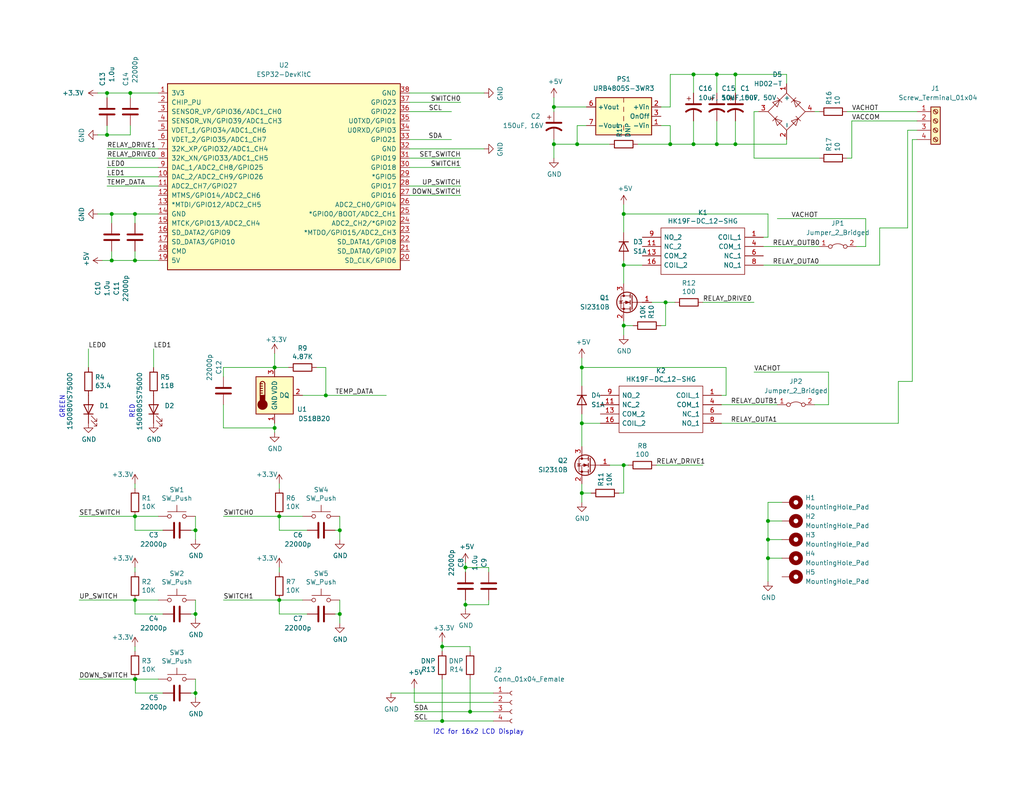
<source format=kicad_sch>
(kicad_sch (version 20211123) (generator eeschema)

  (uuid 8fda3176-9911-4526-93ee-9faee2ba913f)

  (paper "USLetter")

  (lib_symbols
    (symbol "Connector:Conn_01x04_Female" (pin_names (offset 1.016) hide) (in_bom yes) (on_board yes)
      (property "Reference" "J" (id 0) (at 0 5.08 0)
        (effects (font (size 1.27 1.27)))
      )
      (property "Value" "Conn_01x04_Female" (id 1) (at 0 -7.62 0)
        (effects (font (size 1.27 1.27)))
      )
      (property "Footprint" "" (id 2) (at 0 0 0)
        (effects (font (size 1.27 1.27)) hide)
      )
      (property "Datasheet" "~" (id 3) (at 0 0 0)
        (effects (font (size 1.27 1.27)) hide)
      )
      (property "ki_keywords" "connector" (id 4) (at 0 0 0)
        (effects (font (size 1.27 1.27)) hide)
      )
      (property "ki_description" "Generic connector, single row, 01x04, script generated (kicad-library-utils/schlib/autogen/connector/)" (id 5) (at 0 0 0)
        (effects (font (size 1.27 1.27)) hide)
      )
      (property "ki_fp_filters" "Connector*:*_1x??_*" (id 6) (at 0 0 0)
        (effects (font (size 1.27 1.27)) hide)
      )
      (symbol "Conn_01x04_Female_1_1"
        (arc (start 0 -4.572) (mid -0.508 -5.08) (end 0 -5.588)
          (stroke (width 0.1524) (type default) (color 0 0 0 0))
          (fill (type none))
        )
        (arc (start 0 -2.032) (mid -0.508 -2.54) (end 0 -3.048)
          (stroke (width 0.1524) (type default) (color 0 0 0 0))
          (fill (type none))
        )
        (polyline
          (pts
            (xy -1.27 -5.08)
            (xy -0.508 -5.08)
          )
          (stroke (width 0.1524) (type default) (color 0 0 0 0))
          (fill (type none))
        )
        (polyline
          (pts
            (xy -1.27 -2.54)
            (xy -0.508 -2.54)
          )
          (stroke (width 0.1524) (type default) (color 0 0 0 0))
          (fill (type none))
        )
        (polyline
          (pts
            (xy -1.27 0)
            (xy -0.508 0)
          )
          (stroke (width 0.1524) (type default) (color 0 0 0 0))
          (fill (type none))
        )
        (polyline
          (pts
            (xy -1.27 2.54)
            (xy -0.508 2.54)
          )
          (stroke (width 0.1524) (type default) (color 0 0 0 0))
          (fill (type none))
        )
        (arc (start 0 0.508) (mid -0.508 0) (end 0 -0.508)
          (stroke (width 0.1524) (type default) (color 0 0 0 0))
          (fill (type none))
        )
        (arc (start 0 3.048) (mid -0.508 2.54) (end 0 2.032)
          (stroke (width 0.1524) (type default) (color 0 0 0 0))
          (fill (type none))
        )
        (pin passive line (at -5.08 2.54 0) (length 3.81)
          (name "Pin_1" (effects (font (size 1.27 1.27))))
          (number "1" (effects (font (size 1.27 1.27))))
        )
        (pin passive line (at -5.08 0 0) (length 3.81)
          (name "Pin_2" (effects (font (size 1.27 1.27))))
          (number "2" (effects (font (size 1.27 1.27))))
        )
        (pin passive line (at -5.08 -2.54 0) (length 3.81)
          (name "Pin_3" (effects (font (size 1.27 1.27))))
          (number "3" (effects (font (size 1.27 1.27))))
        )
        (pin passive line (at -5.08 -5.08 0) (length 3.81)
          (name "Pin_4" (effects (font (size 1.27 1.27))))
          (number "4" (effects (font (size 1.27 1.27))))
        )
      )
    )
    (symbol "Connector:Screw_Terminal_01x04" (pin_names (offset 1.016) hide) (in_bom yes) (on_board yes)
      (property "Reference" "J" (id 0) (at 0 5.08 0)
        (effects (font (size 1.27 1.27)))
      )
      (property "Value" "Screw_Terminal_01x04" (id 1) (at 0 -7.62 0)
        (effects (font (size 1.27 1.27)))
      )
      (property "Footprint" "" (id 2) (at 0 0 0)
        (effects (font (size 1.27 1.27)) hide)
      )
      (property "Datasheet" "~" (id 3) (at 0 0 0)
        (effects (font (size 1.27 1.27)) hide)
      )
      (property "ki_keywords" "screw terminal" (id 4) (at 0 0 0)
        (effects (font (size 1.27 1.27)) hide)
      )
      (property "ki_description" "Generic screw terminal, single row, 01x04, script generated (kicad-library-utils/schlib/autogen/connector/)" (id 5) (at 0 0 0)
        (effects (font (size 1.27 1.27)) hide)
      )
      (property "ki_fp_filters" "TerminalBlock*:*" (id 6) (at 0 0 0)
        (effects (font (size 1.27 1.27)) hide)
      )
      (symbol "Screw_Terminal_01x04_1_1"
        (rectangle (start -1.27 3.81) (end 1.27 -6.35)
          (stroke (width 0.254) (type default) (color 0 0 0 0))
          (fill (type background))
        )
        (circle (center 0 -5.08) (radius 0.635)
          (stroke (width 0.1524) (type default) (color 0 0 0 0))
          (fill (type none))
        )
        (circle (center 0 -2.54) (radius 0.635)
          (stroke (width 0.1524) (type default) (color 0 0 0 0))
          (fill (type none))
        )
        (polyline
          (pts
            (xy -0.5334 -4.7498)
            (xy 0.3302 -5.588)
          )
          (stroke (width 0.1524) (type default) (color 0 0 0 0))
          (fill (type none))
        )
        (polyline
          (pts
            (xy -0.5334 -2.2098)
            (xy 0.3302 -3.048)
          )
          (stroke (width 0.1524) (type default) (color 0 0 0 0))
          (fill (type none))
        )
        (polyline
          (pts
            (xy -0.5334 0.3302)
            (xy 0.3302 -0.508)
          )
          (stroke (width 0.1524) (type default) (color 0 0 0 0))
          (fill (type none))
        )
        (polyline
          (pts
            (xy -0.5334 2.8702)
            (xy 0.3302 2.032)
          )
          (stroke (width 0.1524) (type default) (color 0 0 0 0))
          (fill (type none))
        )
        (polyline
          (pts
            (xy -0.3556 -4.572)
            (xy 0.508 -5.4102)
          )
          (stroke (width 0.1524) (type default) (color 0 0 0 0))
          (fill (type none))
        )
        (polyline
          (pts
            (xy -0.3556 -2.032)
            (xy 0.508 -2.8702)
          )
          (stroke (width 0.1524) (type default) (color 0 0 0 0))
          (fill (type none))
        )
        (polyline
          (pts
            (xy -0.3556 0.508)
            (xy 0.508 -0.3302)
          )
          (stroke (width 0.1524) (type default) (color 0 0 0 0))
          (fill (type none))
        )
        (polyline
          (pts
            (xy -0.3556 3.048)
            (xy 0.508 2.2098)
          )
          (stroke (width 0.1524) (type default) (color 0 0 0 0))
          (fill (type none))
        )
        (circle (center 0 0) (radius 0.635)
          (stroke (width 0.1524) (type default) (color 0 0 0 0))
          (fill (type none))
        )
        (circle (center 0 2.54) (radius 0.635)
          (stroke (width 0.1524) (type default) (color 0 0 0 0))
          (fill (type none))
        )
        (pin passive line (at -5.08 2.54 0) (length 3.81)
          (name "Pin_1" (effects (font (size 1.27 1.27))))
          (number "1" (effects (font (size 1.27 1.27))))
        )
        (pin passive line (at -5.08 0 0) (length 3.81)
          (name "Pin_2" (effects (font (size 1.27 1.27))))
          (number "2" (effects (font (size 1.27 1.27))))
        )
        (pin passive line (at -5.08 -2.54 0) (length 3.81)
          (name "Pin_3" (effects (font (size 1.27 1.27))))
          (number "3" (effects (font (size 1.27 1.27))))
        )
        (pin passive line (at -5.08 -5.08 0) (length 3.81)
          (name "Pin_4" (effects (font (size 1.27 1.27))))
          (number "4" (effects (font (size 1.27 1.27))))
        )
      )
    )
    (symbol "Converter_DCDC:ITX4805SA-R" (in_bom yes) (on_board yes)
      (property "Reference" "PS" (id 0) (at -7.62 6.35 0)
        (effects (font (size 1.27 1.27)) (justify left))
      )
      (property "Value" "ITX4805SA-R" (id 1) (at 1.27 6.35 0)
        (effects (font (size 1.27 1.27)) (justify left))
      )
      (property "Footprint" "Converter_DCDC:Converter_DCDC_XP_POWER-ITxxxxxS_THT" (id 2) (at -26.67 -6.35 0)
        (effects (font (size 1.27 1.27)) (justify left) hide)
      )
      (property "Datasheet" "https://www.xppower.com/pdfs/SF_ITX.pdf" (id 3) (at 26.67 -7.62 0)
        (effects (font (size 1.27 1.27)) (justify left) hide)
      )
      (property "ki_keywords" "XP_POWER DC/DC isolated Converter module" (id 4) (at 0 0 0)
        (effects (font (size 1.27 1.27)) hide)
      )
      (property "ki_description" "XP Power 6W, 1000 VDC Isolated DC/DC Converter Module, Remote Control, Fully Regulated Single Output Voltage 5V, ±1200mA, 48V Input Voltage, SIP" (id 5) (at 0 0 0)
        (effects (font (size 1.27 1.27)) hide)
      )
      (property "ki_fp_filters" "*XP?POWER?ITxxxxx*" (id 6) (at 0 0 0)
        (effects (font (size 1.27 1.27)) hide)
      )
      (symbol "ITX4805SA-R_0_0"
        (pin power_in line (at -10.16 -2.54 0) (length 2.54)
          (name "-Vin" (effects (font (size 1.27 1.27))))
          (number "1" (effects (font (size 1.27 1.27))))
        )
        (pin power_in line (at -10.16 2.54 0) (length 2.54)
          (name "+Vin" (effects (font (size 1.27 1.27))))
          (number "2" (effects (font (size 1.27 1.27))))
        )
        (pin input line (at -10.16 0 0) (length 2.54)
          (name "OnOff" (effects (font (size 1.27 1.27))))
          (number "3" (effects (font (size 1.27 1.27))))
        )
        (pin no_connect line (at 0 5.08 270) (length 2.54) hide
          (name "NC" (effects (font (size 1.27 1.27))))
          (number "5" (effects (font (size 1.27 1.27))))
        )
        (pin power_out line (at 10.16 2.54 180) (length 2.54)
          (name "+Vout" (effects (font (size 1.27 1.27))))
          (number "6" (effects (font (size 1.27 1.27))))
        )
        (pin power_out line (at 10.16 -2.54 180) (length 2.54)
          (name "-Vout" (effects (font (size 1.27 1.27))))
          (number "7" (effects (font (size 1.27 1.27))))
        )
        (pin no_connect line (at 7.62 0 180) (length 2.54) hide
          (name "NC" (effects (font (size 1.27 1.27))))
          (number "8" (effects (font (size 1.27 1.27))))
        )
      )
      (symbol "ITX4805SA-R_0_1"
        (rectangle (start -7.62 5.08) (end 7.62 -5.08)
          (stroke (width 0.254) (type default) (color 0 0 0 0))
          (fill (type background))
        )
        (polyline
          (pts
            (xy 0 -2.54)
            (xy 0 -3.81)
          )
          (stroke (width 0) (type default) (color 0 0 0 0))
          (fill (type none))
        )
        (polyline
          (pts
            (xy 0 0)
            (xy 0 -1.27)
          )
          (stroke (width 0) (type default) (color 0 0 0 0))
          (fill (type none))
        )
        (polyline
          (pts
            (xy 0 2.54)
            (xy 0 1.27)
          )
          (stroke (width 0) (type default) (color 0 0 0 0))
          (fill (type none))
        )
        (polyline
          (pts
            (xy 0 5.08)
            (xy 0 3.81)
          )
          (stroke (width 0) (type default) (color 0 0 0 0))
          (fill (type none))
        )
      )
    )
    (symbol "Device:C" (pin_numbers hide) (pin_names (offset 0.254)) (in_bom yes) (on_board yes)
      (property "Reference" "C" (id 0) (at 0.635 2.54 0)
        (effects (font (size 1.27 1.27)) (justify left))
      )
      (property "Value" "C" (id 1) (at 0.635 -2.54 0)
        (effects (font (size 1.27 1.27)) (justify left))
      )
      (property "Footprint" "" (id 2) (at 0.9652 -3.81 0)
        (effects (font (size 1.27 1.27)) hide)
      )
      (property "Datasheet" "~" (id 3) (at 0 0 0)
        (effects (font (size 1.27 1.27)) hide)
      )
      (property "ki_keywords" "cap capacitor" (id 4) (at 0 0 0)
        (effects (font (size 1.27 1.27)) hide)
      )
      (property "ki_description" "Unpolarized capacitor" (id 5) (at 0 0 0)
        (effects (font (size 1.27 1.27)) hide)
      )
      (property "ki_fp_filters" "C_*" (id 6) (at 0 0 0)
        (effects (font (size 1.27 1.27)) hide)
      )
      (symbol "C_0_1"
        (polyline
          (pts
            (xy -2.032 -0.762)
            (xy 2.032 -0.762)
          )
          (stroke (width 0.508) (type default) (color 0 0 0 0))
          (fill (type none))
        )
        (polyline
          (pts
            (xy -2.032 0.762)
            (xy 2.032 0.762)
          )
          (stroke (width 0.508) (type default) (color 0 0 0 0))
          (fill (type none))
        )
      )
      (symbol "C_1_1"
        (pin passive line (at 0 3.81 270) (length 2.794)
          (name "~" (effects (font (size 1.27 1.27))))
          (number "1" (effects (font (size 1.27 1.27))))
        )
        (pin passive line (at 0 -3.81 90) (length 2.794)
          (name "~" (effects (font (size 1.27 1.27))))
          (number "2" (effects (font (size 1.27 1.27))))
        )
      )
    )
    (symbol "Device:C_Polarized_US" (pin_numbers hide) (pin_names (offset 0.254) hide) (in_bom yes) (on_board yes)
      (property "Reference" "C" (id 0) (at 0.635 2.54 0)
        (effects (font (size 1.27 1.27)) (justify left))
      )
      (property "Value" "C_Polarized_US" (id 1) (at 0.635 -2.54 0)
        (effects (font (size 1.27 1.27)) (justify left))
      )
      (property "Footprint" "" (id 2) (at 0 0 0)
        (effects (font (size 1.27 1.27)) hide)
      )
      (property "Datasheet" "~" (id 3) (at 0 0 0)
        (effects (font (size 1.27 1.27)) hide)
      )
      (property "ki_keywords" "cap capacitor" (id 4) (at 0 0 0)
        (effects (font (size 1.27 1.27)) hide)
      )
      (property "ki_description" "Polarized capacitor, US symbol" (id 5) (at 0 0 0)
        (effects (font (size 1.27 1.27)) hide)
      )
      (property "ki_fp_filters" "CP_*" (id 6) (at 0 0 0)
        (effects (font (size 1.27 1.27)) hide)
      )
      (symbol "C_Polarized_US_0_1"
        (polyline
          (pts
            (xy -2.032 0.762)
            (xy 2.032 0.762)
          )
          (stroke (width 0.508) (type default) (color 0 0 0 0))
          (fill (type none))
        )
        (polyline
          (pts
            (xy -1.778 2.286)
            (xy -0.762 2.286)
          )
          (stroke (width 0) (type default) (color 0 0 0 0))
          (fill (type none))
        )
        (polyline
          (pts
            (xy -1.27 1.778)
            (xy -1.27 2.794)
          )
          (stroke (width 0) (type default) (color 0 0 0 0))
          (fill (type none))
        )
        (arc (start 2.032 -1.27) (mid 0 -0.5572) (end -2.032 -1.27)
          (stroke (width 0.508) (type default) (color 0 0 0 0))
          (fill (type none))
        )
      )
      (symbol "C_Polarized_US_1_1"
        (pin passive line (at 0 3.81 270) (length 2.794)
          (name "~" (effects (font (size 1.27 1.27))))
          (number "1" (effects (font (size 1.27 1.27))))
        )
        (pin passive line (at 0 -3.81 90) (length 3.302)
          (name "~" (effects (font (size 1.27 1.27))))
          (number "2" (effects (font (size 1.27 1.27))))
        )
      )
    )
    (symbol "Device:LED" (pin_numbers hide) (pin_names (offset 1.016) hide) (in_bom yes) (on_board yes)
      (property "Reference" "D" (id 0) (at 0 2.54 0)
        (effects (font (size 1.27 1.27)))
      )
      (property "Value" "LED" (id 1) (at 0 -2.54 0)
        (effects (font (size 1.27 1.27)))
      )
      (property "Footprint" "" (id 2) (at 0 0 0)
        (effects (font (size 1.27 1.27)) hide)
      )
      (property "Datasheet" "~" (id 3) (at 0 0 0)
        (effects (font (size 1.27 1.27)) hide)
      )
      (property "ki_keywords" "LED diode" (id 4) (at 0 0 0)
        (effects (font (size 1.27 1.27)) hide)
      )
      (property "ki_description" "Light emitting diode" (id 5) (at 0 0 0)
        (effects (font (size 1.27 1.27)) hide)
      )
      (property "ki_fp_filters" "LED* LED_SMD:* LED_THT:*" (id 6) (at 0 0 0)
        (effects (font (size 1.27 1.27)) hide)
      )
      (symbol "LED_0_1"
        (polyline
          (pts
            (xy -1.27 -1.27)
            (xy -1.27 1.27)
          )
          (stroke (width 0.254) (type default) (color 0 0 0 0))
          (fill (type none))
        )
        (polyline
          (pts
            (xy -1.27 0)
            (xy 1.27 0)
          )
          (stroke (width 0) (type default) (color 0 0 0 0))
          (fill (type none))
        )
        (polyline
          (pts
            (xy 1.27 -1.27)
            (xy 1.27 1.27)
            (xy -1.27 0)
            (xy 1.27 -1.27)
          )
          (stroke (width 0.254) (type default) (color 0 0 0 0))
          (fill (type none))
        )
        (polyline
          (pts
            (xy -3.048 -0.762)
            (xy -4.572 -2.286)
            (xy -3.81 -2.286)
            (xy -4.572 -2.286)
            (xy -4.572 -1.524)
          )
          (stroke (width 0) (type default) (color 0 0 0 0))
          (fill (type none))
        )
        (polyline
          (pts
            (xy -1.778 -0.762)
            (xy -3.302 -2.286)
            (xy -2.54 -2.286)
            (xy -3.302 -2.286)
            (xy -3.302 -1.524)
          )
          (stroke (width 0) (type default) (color 0 0 0 0))
          (fill (type none))
        )
      )
      (symbol "LED_1_1"
        (pin passive line (at -3.81 0 0) (length 2.54)
          (name "K" (effects (font (size 1.27 1.27))))
          (number "1" (effects (font (size 1.27 1.27))))
        )
        (pin passive line (at 3.81 0 180) (length 2.54)
          (name "A" (effects (font (size 1.27 1.27))))
          (number "2" (effects (font (size 1.27 1.27))))
        )
      )
    )
    (symbol "Device:R" (pin_numbers hide) (pin_names (offset 0)) (in_bom yes) (on_board yes)
      (property "Reference" "R" (id 0) (at 2.032 0 90)
        (effects (font (size 1.27 1.27)))
      )
      (property "Value" "R" (id 1) (at 0 0 90)
        (effects (font (size 1.27 1.27)))
      )
      (property "Footprint" "" (id 2) (at -1.778 0 90)
        (effects (font (size 1.27 1.27)) hide)
      )
      (property "Datasheet" "~" (id 3) (at 0 0 0)
        (effects (font (size 1.27 1.27)) hide)
      )
      (property "ki_keywords" "R res resistor" (id 4) (at 0 0 0)
        (effects (font (size 1.27 1.27)) hide)
      )
      (property "ki_description" "Resistor" (id 5) (at 0 0 0)
        (effects (font (size 1.27 1.27)) hide)
      )
      (property "ki_fp_filters" "R_*" (id 6) (at 0 0 0)
        (effects (font (size 1.27 1.27)) hide)
      )
      (symbol "R_0_1"
        (rectangle (start -1.016 -2.54) (end 1.016 2.54)
          (stroke (width 0.254) (type default) (color 0 0 0 0))
          (fill (type none))
        )
      )
      (symbol "R_1_1"
        (pin passive line (at 0 3.81 270) (length 1.27)
          (name "~" (effects (font (size 1.27 1.27))))
          (number "1" (effects (font (size 1.27 1.27))))
        )
        (pin passive line (at 0 -3.81 90) (length 1.27)
          (name "~" (effects (font (size 1.27 1.27))))
          (number "2" (effects (font (size 1.27 1.27))))
        )
      )
    )
    (symbol "Diode:US1A" (pin_numbers hide) (pin_names (offset 1.016) hide) (in_bom yes) (on_board yes)
      (property "Reference" "D" (id 0) (at 0 2.54 0)
        (effects (font (size 1.27 1.27)))
      )
      (property "Value" "US1A" (id 1) (at 0 -2.54 0)
        (effects (font (size 1.27 1.27)))
      )
      (property "Footprint" "Diode_SMD:D_SMA" (id 2) (at 0 -4.445 0)
        (effects (font (size 1.27 1.27)) hide)
      )
      (property "Datasheet" "https://www.diodes.com/assets/Datasheets/ds16008.pdf" (id 3) (at 0 0 0)
        (effects (font (size 1.27 1.27)) hide)
      )
      (property "ki_keywords" "Ultra Fast" (id 4) (at 0 0 0)
        (effects (font (size 1.27 1.27)) hide)
      )
      (property "ki_description" "50V, 1A, General Purpose Rectifier Diode, SMA(DO-214AC)" (id 5) (at 0 0 0)
        (effects (font (size 1.27 1.27)) hide)
      )
      (property "ki_fp_filters" "D*SMA*" (id 6) (at 0 0 0)
        (effects (font (size 1.27 1.27)) hide)
      )
      (symbol "US1A_0_1"
        (polyline
          (pts
            (xy -1.27 1.27)
            (xy -1.27 -1.27)
          )
          (stroke (width 0.254) (type default) (color 0 0 0 0))
          (fill (type none))
        )
        (polyline
          (pts
            (xy 1.27 0)
            (xy -1.27 0)
          )
          (stroke (width 0) (type default) (color 0 0 0 0))
          (fill (type none))
        )
        (polyline
          (pts
            (xy 1.27 1.27)
            (xy 1.27 -1.27)
            (xy -1.27 0)
            (xy 1.27 1.27)
          )
          (stroke (width 0.254) (type default) (color 0 0 0 0))
          (fill (type none))
        )
      )
      (symbol "US1A_1_1"
        (pin passive line (at -3.81 0 0) (length 2.54)
          (name "K" (effects (font (size 1.27 1.27))))
          (number "1" (effects (font (size 1.27 1.27))))
        )
        (pin passive line (at 3.81 0 180) (length 2.54)
          (name "A" (effects (font (size 1.27 1.27))))
          (number "2" (effects (font (size 1.27 1.27))))
        )
      )
    )
    (symbol "Diode_Bridge:MDB6S" (in_bom yes) (on_board yes)
      (property "Reference" "D" (id 0) (at 3.81 6.35 0)
        (effects (font (size 1.27 1.27)))
      )
      (property "Value" "MDB6S" (id 1) (at 6.35 3.81 0)
        (effects (font (size 1.27 1.27)))
      )
      (property "Footprint" "Package_SO:TSSOP-4_4.4x5mm_P4mm" (id 2) (at 0 0 0)
        (effects (font (size 1.27 1.27)) hide)
      )
      (property "Datasheet" "https://www.onsemi.com/pub/Collateral/MDB8S-D.PDF" (id 3) (at 0 0 0)
        (effects (font (size 1.27 1.27)) hide)
      )
      (property "ki_keywords" "bridge diode rectifier ac dc acdc ac-dc" (id 4) (at 0 0 0)
        (effects (font (size 1.27 1.27)) hide)
      )
      (property "ki_description" "Single-Phase Bridge Rectifier, 420V Vrms, 1A If, TSSOP-4" (id 5) (at 0 0 0)
        (effects (font (size 1.27 1.27)) hide)
      )
      (property "ki_fp_filters" "TSSOP*4.4x5mm*P4mm*" (id 6) (at 0 0 0)
        (effects (font (size 1.27 1.27)) hide)
      )
      (symbol "MDB6S_1_1"
        (polyline
          (pts
            (xy -2.54 3.81)
            (xy -1.27 2.54)
          )
          (stroke (width 0) (type default) (color 0 0 0 0))
          (fill (type none))
        )
        (polyline
          (pts
            (xy -1.27 -2.54)
            (xy -2.54 -3.81)
          )
          (stroke (width 0) (type default) (color 0 0 0 0))
          (fill (type none))
        )
        (polyline
          (pts
            (xy 2.54 -1.27)
            (xy 3.81 -2.54)
          )
          (stroke (width 0) (type default) (color 0 0 0 0))
          (fill (type none))
        )
        (polyline
          (pts
            (xy 2.54 1.27)
            (xy 3.81 2.54)
          )
          (stroke (width 0) (type default) (color 0 0 0 0))
          (fill (type none))
        )
        (polyline
          (pts
            (xy -3.81 2.54)
            (xy -2.54 1.27)
            (xy -1.905 3.175)
            (xy -3.81 2.54)
          )
          (stroke (width 0) (type default) (color 0 0 0 0))
          (fill (type none))
        )
        (polyline
          (pts
            (xy -2.54 -1.27)
            (xy -3.81 -2.54)
            (xy -1.905 -3.175)
            (xy -2.54 -1.27)
          )
          (stroke (width 0) (type default) (color 0 0 0 0))
          (fill (type none))
        )
        (polyline
          (pts
            (xy 1.27 2.54)
            (xy 2.54 3.81)
            (xy 3.175 1.905)
            (xy 1.27 2.54)
          )
          (stroke (width 0) (type default) (color 0 0 0 0))
          (fill (type none))
        )
        (polyline
          (pts
            (xy 3.175 -1.905)
            (xy 1.27 -2.54)
            (xy 2.54 -3.81)
            (xy 3.175 -1.905)
          )
          (stroke (width 0) (type default) (color 0 0 0 0))
          (fill (type none))
        )
        (polyline
          (pts
            (xy -5.08 0)
            (xy 0 -5.08)
            (xy 5.08 0)
            (xy 0 5.08)
            (xy -5.08 0)
          )
          (stroke (width 0) (type default) (color 0 0 0 0))
          (fill (type none))
        )
        (pin passive line (at 7.62 0 180) (length 2.54)
          (name "+" (effects (font (size 1.27 1.27))))
          (number "1" (effects (font (size 1.27 1.27))))
        )
        (pin passive line (at -7.62 0 0) (length 2.54)
          (name "-" (effects (font (size 1.27 1.27))))
          (number "2" (effects (font (size 1.27 1.27))))
        )
        (pin passive line (at 0 -7.62 90) (length 2.54)
          (name "~" (effects (font (size 1.27 1.27))))
          (number "3" (effects (font (size 1.27 1.27))))
        )
        (pin passive line (at 0 7.62 270) (length 2.54)
          (name "~" (effects (font (size 1.27 1.27))))
          (number "4" (effects (font (size 1.27 1.27))))
        )
      )
    )
    (symbol "Espressif:ESP32-DevKitC" (pin_names (offset 1.016)) (in_bom yes) (on_board yes)
      (property "Reference" "U" (id 0) (at -30.48 30.48 0)
        (effects (font (size 1.27 1.27)) (justify left))
      )
      (property "Value" "ESP32-DevKitC" (id 1) (at -30.48 27.94 0)
        (effects (font (size 1.27 1.27)) (justify left))
      )
      (property "Footprint" "Espressif:ESP32-DevKitC" (id 2) (at 0 -27.94 0)
        (effects (font (size 1.27 1.27)) hide)
      )
      (property "Datasheet" "https://docs.espressif.com/projects/esp-idf/zh_CN/latest/esp32/hw-reference/esp32/get-started-devkitc.html" (id 3) (at 0 -30.48 0)
        (effects (font (size 1.27 1.27)) hide)
      )
      (property "ki_keywords" "ESP32" (id 4) (at 0 0 0)
        (effects (font (size 1.27 1.27)) hide)
      )
      (property "ki_description" "Development Kit" (id 5) (at 0 0 0)
        (effects (font (size 1.27 1.27)) hide)
      )
      (symbol "ESP32-DevKitC_0_0"
        (pin power_in line (at -33.02 -10.16 0) (length 2.54)
          (name "GND" (effects (font (size 1.27 1.27))))
          (number "14" (effects (font (size 1.27 1.27))))
        )
        (pin power_in line (at -33.02 -22.86 0) (length 2.54)
          (name "5V" (effects (font (size 1.27 1.27))))
          (number "19" (effects (font (size 1.27 1.27))))
        )
      )
      (symbol "ESP32-DevKitC_0_1"
        (rectangle (start -30.48 25.4) (end 33.02 -25.4)
          (stroke (width 0.254) (type default) (color 0 0 0 0))
          (fill (type background))
        )
      )
      (symbol "ESP32-DevKitC_1_1"
        (pin power_in line (at -33.02 22.86 0) (length 2.54)
          (name "3V3" (effects (font (size 1.27 1.27))))
          (number "1" (effects (font (size 1.27 1.27))))
        )
        (pin bidirectional line (at -33.02 0 0) (length 2.54)
          (name "DAC_2/ADC2_CH9/GPIO26" (effects (font (size 1.27 1.27))))
          (number "10" (effects (font (size 1.27 1.27))))
        )
        (pin bidirectional line (at -33.02 -2.54 0) (length 2.54)
          (name "ADC2_CH7/GPIO27" (effects (font (size 1.27 1.27))))
          (number "11" (effects (font (size 1.27 1.27))))
        )
        (pin bidirectional line (at -33.02 -5.08 0) (length 2.54)
          (name "MTMS/GPIO14/ADC2_CH6" (effects (font (size 1.27 1.27))))
          (number "12" (effects (font (size 1.27 1.27))))
        )
        (pin bidirectional line (at -33.02 -7.62 0) (length 2.54)
          (name "*MTDI/GPIO12/ADC2_CH5" (effects (font (size 1.27 1.27))))
          (number "13" (effects (font (size 1.27 1.27))))
        )
        (pin bidirectional line (at -33.02 -12.7 0) (length 2.54)
          (name "MTCK/GPIO13/ADC2_CH4" (effects (font (size 1.27 1.27))))
          (number "15" (effects (font (size 1.27 1.27))))
        )
        (pin bidirectional line (at -33.02 -15.24 0) (length 2.54)
          (name "SD_DATA2/GPIO9" (effects (font (size 1.27 1.27))))
          (number "16" (effects (font (size 1.27 1.27))))
        )
        (pin bidirectional line (at -33.02 -17.78 0) (length 2.54)
          (name "SD_DATA3/GPIO10" (effects (font (size 1.27 1.27))))
          (number "17" (effects (font (size 1.27 1.27))))
        )
        (pin bidirectional line (at -33.02 -20.32 0) (length 2.54)
          (name "CMD" (effects (font (size 1.27 1.27))))
          (number "18" (effects (font (size 1.27 1.27))))
        )
        (pin input line (at -33.02 20.32 0) (length 2.54)
          (name "CHIP_PU" (effects (font (size 1.27 1.27))))
          (number "2" (effects (font (size 1.27 1.27))))
        )
        (pin bidirectional line (at 35.56 -22.86 180) (length 2.54)
          (name "SD_CLK/GPIO6" (effects (font (size 1.27 1.27))))
          (number "20" (effects (font (size 1.27 1.27))))
        )
        (pin bidirectional line (at 35.56 -20.32 180) (length 2.54)
          (name "SD_DATA0/GPIO7" (effects (font (size 1.27 1.27))))
          (number "21" (effects (font (size 1.27 1.27))))
        )
        (pin bidirectional line (at 35.56 -17.78 180) (length 2.54)
          (name "SD_DATA1/GPIO8" (effects (font (size 1.27 1.27))))
          (number "22" (effects (font (size 1.27 1.27))))
        )
        (pin bidirectional line (at 35.56 -15.24 180) (length 2.54)
          (name "*MTDO/GPIO15/ADC2_CH3" (effects (font (size 1.27 1.27))))
          (number "23" (effects (font (size 1.27 1.27))))
        )
        (pin bidirectional line (at 35.56 -12.7 180) (length 2.54)
          (name "ADC2_CH2/*GPIO2" (effects (font (size 1.27 1.27))))
          (number "24" (effects (font (size 1.27 1.27))))
        )
        (pin bidirectional line (at 35.56 -10.16 180) (length 2.54)
          (name "*GPIO0/BOOT/ADC2_CH1" (effects (font (size 1.27 1.27))))
          (number "25" (effects (font (size 1.27 1.27))))
        )
        (pin bidirectional line (at 35.56 -7.62 180) (length 2.54)
          (name "ADC2_CH0/GPIO4" (effects (font (size 1.27 1.27))))
          (number "26" (effects (font (size 1.27 1.27))))
        )
        (pin bidirectional line (at 35.56 -5.08 180) (length 2.54)
          (name "GPIO16" (effects (font (size 1.27 1.27))))
          (number "27" (effects (font (size 1.27 1.27))))
        )
        (pin bidirectional line (at 35.56 -2.54 180) (length 2.54)
          (name "GPIO17" (effects (font (size 1.27 1.27))))
          (number "28" (effects (font (size 1.27 1.27))))
        )
        (pin bidirectional line (at 35.56 0 180) (length 2.54)
          (name "*GPIO5" (effects (font (size 1.27 1.27))))
          (number "29" (effects (font (size 1.27 1.27))))
        )
        (pin input line (at -33.02 17.78 0) (length 2.54)
          (name "SENSOR_VP/GPIO36/ADC1_CH0" (effects (font (size 1.27 1.27))))
          (number "3" (effects (font (size 1.27 1.27))))
        )
        (pin bidirectional line (at 35.56 2.54 180) (length 2.54)
          (name "GPIO18" (effects (font (size 1.27 1.27))))
          (number "30" (effects (font (size 1.27 1.27))))
        )
        (pin bidirectional line (at 35.56 5.08 180) (length 2.54)
          (name "GPIO19" (effects (font (size 1.27 1.27))))
          (number "31" (effects (font (size 1.27 1.27))))
        )
        (pin power_in line (at 35.56 7.62 180) (length 2.54)
          (name "GND" (effects (font (size 1.27 1.27))))
          (number "32" (effects (font (size 1.27 1.27))))
        )
        (pin bidirectional line (at 35.56 10.16 180) (length 2.54)
          (name "GPIO21" (effects (font (size 1.27 1.27))))
          (number "33" (effects (font (size 1.27 1.27))))
        )
        (pin bidirectional line (at 35.56 12.7 180) (length 2.54)
          (name "U0RXD/GPIO3" (effects (font (size 1.27 1.27))))
          (number "34" (effects (font (size 1.27 1.27))))
        )
        (pin bidirectional line (at 35.56 15.24 180) (length 2.54)
          (name "U0TXD/GPIO1" (effects (font (size 1.27 1.27))))
          (number "35" (effects (font (size 1.27 1.27))))
        )
        (pin bidirectional line (at 35.56 17.78 180) (length 2.54)
          (name "GPIO22" (effects (font (size 1.27 1.27))))
          (number "36" (effects (font (size 1.27 1.27))))
        )
        (pin bidirectional line (at 35.56 20.32 180) (length 2.54)
          (name "GPIO23" (effects (font (size 1.27 1.27))))
          (number "37" (effects (font (size 1.27 1.27))))
        )
        (pin power_in line (at 35.56 22.86 180) (length 2.54)
          (name "GND" (effects (font (size 1.27 1.27))))
          (number "38" (effects (font (size 1.27 1.27))))
        )
        (pin input line (at -33.02 15.24 0) (length 2.54)
          (name "SENSOR_VN/GPIO39/ADC1_CH3" (effects (font (size 1.27 1.27))))
          (number "4" (effects (font (size 1.27 1.27))))
        )
        (pin input line (at -33.02 12.7 0) (length 2.54)
          (name "VDET_1/GPIO34/ADC1_CH6" (effects (font (size 1.27 1.27))))
          (number "5" (effects (font (size 1.27 1.27))))
        )
        (pin input line (at -33.02 10.16 0) (length 2.54)
          (name "VDET_2/GPIO35/ADC1_CH7" (effects (font (size 1.27 1.27))))
          (number "6" (effects (font (size 1.27 1.27))))
        )
        (pin bidirectional line (at -33.02 7.62 0) (length 2.54)
          (name "32K_XP/GPIO32/ADC1_CH4" (effects (font (size 1.27 1.27))))
          (number "7" (effects (font (size 1.27 1.27))))
        )
        (pin bidirectional line (at -33.02 5.08 0) (length 2.54)
          (name "32K_XN/GPIO33/ADC1_CH5" (effects (font (size 1.27 1.27))))
          (number "8" (effects (font (size 1.27 1.27))))
        )
        (pin bidirectional line (at -33.02 2.54 0) (length 2.54)
          (name "DAC_1/ADC2_CH8/GPIO25" (effects (font (size 1.27 1.27))))
          (number "9" (effects (font (size 1.27 1.27))))
        )
      )
    )
    (symbol "Jumper:Jumper_2_Bridged" (pin_names (offset 0) hide) (in_bom yes) (on_board yes)
      (property "Reference" "JP" (id 0) (at 0 1.905 0)
        (effects (font (size 1.27 1.27)))
      )
      (property "Value" "Jumper_2_Bridged" (id 1) (at 0 -2.54 0)
        (effects (font (size 1.27 1.27)))
      )
      (property "Footprint" "" (id 2) (at 0 0 0)
        (effects (font (size 1.27 1.27)) hide)
      )
      (property "Datasheet" "~" (id 3) (at 0 0 0)
        (effects (font (size 1.27 1.27)) hide)
      )
      (property "ki_keywords" "Jumper SPST" (id 4) (at 0 0 0)
        (effects (font (size 1.27 1.27)) hide)
      )
      (property "ki_description" "Jumper, 2-pole, closed/bridged" (id 5) (at 0 0 0)
        (effects (font (size 1.27 1.27)) hide)
      )
      (property "ki_fp_filters" "Jumper* TestPoint*2Pads* TestPoint*Bridge*" (id 6) (at 0 0 0)
        (effects (font (size 1.27 1.27)) hide)
      )
      (symbol "Jumper_2_Bridged_0_0"
        (circle (center -2.032 0) (radius 0.508)
          (stroke (width 0) (type default) (color 0 0 0 0))
          (fill (type none))
        )
        (circle (center 2.032 0) (radius 0.508)
          (stroke (width 0) (type default) (color 0 0 0 0))
          (fill (type none))
        )
      )
      (symbol "Jumper_2_Bridged_0_1"
        (arc (start 1.524 0.254) (mid 0 0.762) (end -1.524 0.254)
          (stroke (width 0) (type default) (color 0 0 0 0))
          (fill (type none))
        )
      )
      (symbol "Jumper_2_Bridged_1_1"
        (pin passive line (at -5.08 0 0) (length 2.54)
          (name "A" (effects (font (size 1.27 1.27))))
          (number "1" (effects (font (size 1.27 1.27))))
        )
        (pin passive line (at 5.08 0 180) (length 2.54)
          (name "B" (effects (font (size 1.27 1.27))))
          (number "2" (effects (font (size 1.27 1.27))))
        )
      )
    )
    (symbol "Mechanical:MountingHole_Pad" (pin_numbers hide) (pin_names (offset 1.016) hide) (in_bom yes) (on_board yes)
      (property "Reference" "H" (id 0) (at 0 6.35 0)
        (effects (font (size 1.27 1.27)))
      )
      (property "Value" "MountingHole_Pad" (id 1) (at 0 4.445 0)
        (effects (font (size 1.27 1.27)))
      )
      (property "Footprint" "" (id 2) (at 0 0 0)
        (effects (font (size 1.27 1.27)) hide)
      )
      (property "Datasheet" "~" (id 3) (at 0 0 0)
        (effects (font (size 1.27 1.27)) hide)
      )
      (property "ki_keywords" "mounting hole" (id 4) (at 0 0 0)
        (effects (font (size 1.27 1.27)) hide)
      )
      (property "ki_description" "Mounting Hole with connection" (id 5) (at 0 0 0)
        (effects (font (size 1.27 1.27)) hide)
      )
      (property "ki_fp_filters" "MountingHole*Pad*" (id 6) (at 0 0 0)
        (effects (font (size 1.27 1.27)) hide)
      )
      (symbol "MountingHole_Pad_0_1"
        (circle (center 0 1.27) (radius 1.27)
          (stroke (width 1.27) (type default) (color 0 0 0 0))
          (fill (type none))
        )
      )
      (symbol "MountingHole_Pad_1_1"
        (pin input line (at 0 -2.54 90) (length 2.54)
          (name "1" (effects (font (size 1.27 1.27))))
          (number "1" (effects (font (size 1.27 1.27))))
        )
      )
    )
    (symbol "Sensor_Temperature:DS18B20" (pin_names (offset 1.016)) (in_bom yes) (on_board yes)
      (property "Reference" "U" (id 0) (at -3.81 6.35 0)
        (effects (font (size 1.27 1.27)))
      )
      (property "Value" "DS18B20" (id 1) (at 6.35 6.35 0)
        (effects (font (size 1.27 1.27)))
      )
      (property "Footprint" "Package_TO_SOT_THT:TO-92_Inline" (id 2) (at -25.4 -6.35 0)
        (effects (font (size 1.27 1.27)) hide)
      )
      (property "Datasheet" "http://datasheets.maximintegrated.com/en/ds/DS18B20.pdf" (id 3) (at -3.81 6.35 0)
        (effects (font (size 1.27 1.27)) hide)
      )
      (property "ki_keywords" "OneWire 1Wire Dallas Maxim" (id 4) (at 0 0 0)
        (effects (font (size 1.27 1.27)) hide)
      )
      (property "ki_description" "Programmable Resolution 1-Wire Digital Thermometer TO-92" (id 5) (at 0 0 0)
        (effects (font (size 1.27 1.27)) hide)
      )
      (property "ki_fp_filters" "TO*92*" (id 6) (at 0 0 0)
        (effects (font (size 1.27 1.27)) hide)
      )
      (symbol "DS18B20_0_1"
        (rectangle (start -5.08 5.08) (end 5.08 -5.08)
          (stroke (width 0.254) (type default) (color 0 0 0 0))
          (fill (type background))
        )
        (circle (center -3.302 -2.54) (radius 1.27)
          (stroke (width 0.254) (type default) (color 0 0 0 0))
          (fill (type outline))
        )
        (rectangle (start -2.667 -1.905) (end -3.937 0)
          (stroke (width 0.254) (type default) (color 0 0 0 0))
          (fill (type outline))
        )
        (arc (start -2.667 3.175) (mid -3.302 3.81) (end -3.937 3.175)
          (stroke (width 0.254) (type default) (color 0 0 0 0))
          (fill (type none))
        )
        (polyline
          (pts
            (xy -3.937 0.635)
            (xy -3.302 0.635)
          )
          (stroke (width 0.254) (type default) (color 0 0 0 0))
          (fill (type none))
        )
        (polyline
          (pts
            (xy -3.937 1.27)
            (xy -3.302 1.27)
          )
          (stroke (width 0.254) (type default) (color 0 0 0 0))
          (fill (type none))
        )
        (polyline
          (pts
            (xy -3.937 1.905)
            (xy -3.302 1.905)
          )
          (stroke (width 0.254) (type default) (color 0 0 0 0))
          (fill (type none))
        )
        (polyline
          (pts
            (xy -3.937 2.54)
            (xy -3.302 2.54)
          )
          (stroke (width 0.254) (type default) (color 0 0 0 0))
          (fill (type none))
        )
        (polyline
          (pts
            (xy -3.937 3.175)
            (xy -3.937 0)
          )
          (stroke (width 0.254) (type default) (color 0 0 0 0))
          (fill (type none))
        )
        (polyline
          (pts
            (xy -3.937 3.175)
            (xy -3.302 3.175)
          )
          (stroke (width 0.254) (type default) (color 0 0 0 0))
          (fill (type none))
        )
        (polyline
          (pts
            (xy -2.667 3.175)
            (xy -2.667 0)
          )
          (stroke (width 0.254) (type default) (color 0 0 0 0))
          (fill (type none))
        )
      )
      (symbol "DS18B20_1_1"
        (pin power_in line (at 0 -7.62 90) (length 2.54)
          (name "GND" (effects (font (size 1.27 1.27))))
          (number "1" (effects (font (size 1.27 1.27))))
        )
        (pin bidirectional line (at 7.62 0 180) (length 2.54)
          (name "DQ" (effects (font (size 1.27 1.27))))
          (number "2" (effects (font (size 1.27 1.27))))
        )
        (pin power_in line (at 0 7.62 270) (length 2.54)
          (name "VDD" (effects (font (size 1.27 1.27))))
          (number "3" (effects (font (size 1.27 1.27))))
        )
      )
    )
    (symbol "Switch:SW_Push" (pin_numbers hide) (pin_names (offset 1.016) hide) (in_bom yes) (on_board yes)
      (property "Reference" "SW" (id 0) (at 1.27 2.54 0)
        (effects (font (size 1.27 1.27)) (justify left))
      )
      (property "Value" "SW_Push" (id 1) (at 0 -1.524 0)
        (effects (font (size 1.27 1.27)))
      )
      (property "Footprint" "" (id 2) (at 0 5.08 0)
        (effects (font (size 1.27 1.27)) hide)
      )
      (property "Datasheet" "~" (id 3) (at 0 5.08 0)
        (effects (font (size 1.27 1.27)) hide)
      )
      (property "ki_keywords" "switch normally-open pushbutton push-button" (id 4) (at 0 0 0)
        (effects (font (size 1.27 1.27)) hide)
      )
      (property "ki_description" "Push button switch, generic, two pins" (id 5) (at 0 0 0)
        (effects (font (size 1.27 1.27)) hide)
      )
      (symbol "SW_Push_0_1"
        (circle (center -2.032 0) (radius 0.508)
          (stroke (width 0) (type default) (color 0 0 0 0))
          (fill (type none))
        )
        (polyline
          (pts
            (xy 0 1.27)
            (xy 0 3.048)
          )
          (stroke (width 0) (type default) (color 0 0 0 0))
          (fill (type none))
        )
        (polyline
          (pts
            (xy 2.54 1.27)
            (xy -2.54 1.27)
          )
          (stroke (width 0) (type default) (color 0 0 0 0))
          (fill (type none))
        )
        (circle (center 2.032 0) (radius 0.508)
          (stroke (width 0) (type default) (color 0 0 0 0))
          (fill (type none))
        )
        (pin passive line (at -5.08 0 0) (length 2.54)
          (name "1" (effects (font (size 1.27 1.27))))
          (number "1" (effects (font (size 1.27 1.27))))
        )
        (pin passive line (at 5.08 0 180) (length 2.54)
          (name "2" (effects (font (size 1.27 1.27))))
          (number "2" (effects (font (size 1.27 1.27))))
        )
      )
    )
    (symbol "Thermostat1-rescue:HK19F-DC_12-SHG-RFIDReader" (pin_names (offset 0.762)) (in_bom yes) (on_board yes)
      (property "Reference" "K" (id 0) (at 29.21 7.62 0)
        (effects (font (size 1.27 1.27)) (justify left))
      )
      (property "Value" "HK19F-DC_12-SHG-RFIDReader" (id 1) (at 29.21 5.08 0)
        (effects (font (size 1.27 1.27)) (justify left))
      )
      (property "Footprint" "HK19FDC12SHG" (id 2) (at 29.21 2.54 0)
        (effects (font (size 1.27 1.27)) (justify left) hide)
      )
      (property "Datasheet" "http://grobotronics.com/images/datasheets/HK19F-12V.pdf" (id 3) (at 29.21 0 0)
        (effects (font (size 1.27 1.27)) (justify left) hide)
      )
      (property "Description" "SUBMINIATURE DIP RELAY" (id 4) (at 29.21 -2.54 0)
        (effects (font (size 1.27 1.27)) (justify left) hide)
      )
      (property "Height" "12" (id 5) (at 29.21 -5.08 0)
        (effects (font (size 1.27 1.27)) (justify left) hide)
      )
      (property "Manufacturer_Name" "Everway" (id 6) (at 29.21 -7.62 0)
        (effects (font (size 1.27 1.27)) (justify left) hide)
      )
      (property "Manufacturer_Part_Number" "HK19F-DC 12-SHG" (id 7) (at 29.21 -10.16 0)
        (effects (font (size 1.27 1.27)) (justify left) hide)
      )
      (property "Arrow Part Number" "HK19F-DC 12-SHG" (id 8) (at 29.21 -17.78 0)
        (effects (font (size 1.27 1.27)) (justify left) hide)
      )
      (symbol "HK19F-DC_12-SHG-RFIDReader_0_0"
        (pin bidirectional line (at 0 0 0) (length 5.08)
          (name "COIL_1" (effects (font (size 1.27 1.27))))
          (number "1" (effects (font (size 1.27 1.27))))
        )
        (pin bidirectional line (at 33.02 -2.54 180) (length 5.08)
          (name "NC_2" (effects (font (size 1.27 1.27))))
          (number "11" (effects (font (size 1.27 1.27))))
        )
        (pin bidirectional line (at 33.02 -5.08 180) (length 5.08)
          (name "COM_2" (effects (font (size 1.27 1.27))))
          (number "13" (effects (font (size 1.27 1.27))))
        )
        (pin bidirectional line (at 33.02 -7.62 180) (length 5.08)
          (name "COIL_2" (effects (font (size 1.27 1.27))))
          (number "16" (effects (font (size 1.27 1.27))))
        )
        (pin bidirectional line (at 0 -2.54 0) (length 5.08)
          (name "COM_1" (effects (font (size 1.27 1.27))))
          (number "4" (effects (font (size 1.27 1.27))))
        )
        (pin bidirectional line (at 0 -5.08 0) (length 5.08)
          (name "NC_1" (effects (font (size 1.27 1.27))))
          (number "6" (effects (font (size 1.27 1.27))))
        )
        (pin bidirectional line (at 0 -7.62 0) (length 5.08)
          (name "NO_1" (effects (font (size 1.27 1.27))))
          (number "8" (effects (font (size 1.27 1.27))))
        )
        (pin bidirectional line (at 33.02 0 180) (length 5.08)
          (name "NO_2" (effects (font (size 1.27 1.27))))
          (number "9" (effects (font (size 1.27 1.27))))
        )
      )
      (symbol "HK19F-DC_12-SHG-RFIDReader_0_1"
        (polyline
          (pts
            (xy 5.08 2.54)
            (xy 27.94 2.54)
            (xy 27.94 -10.16)
            (xy 5.08 -10.16)
            (xy 5.08 2.54)
          )
          (stroke (width 0.1524) (type default) (color 0 0 0 0))
          (fill (type none))
        )
      )
    )
    (symbol "Transistor_FET:2N7002E" (pin_names hide) (in_bom yes) (on_board yes)
      (property "Reference" "Q" (id 0) (at 5.08 1.905 0)
        (effects (font (size 1.27 1.27)) (justify left))
      )
      (property "Value" "2N7002E" (id 1) (at 5.08 0 0)
        (effects (font (size 1.27 1.27)) (justify left))
      )
      (property "Footprint" "Package_TO_SOT_SMD:SOT-23" (id 2) (at 5.08 -1.905 0)
        (effects (font (size 1.27 1.27) italic) (justify left) hide)
      )
      (property "Datasheet" "http://www.diodes.com/assets/Datasheets/ds30376.pdf" (id 3) (at 0 0 0)
        (effects (font (size 1.27 1.27)) (justify left) hide)
      )
      (property "ki_keywords" "N-Channel MOSFET" (id 4) (at 0 0 0)
        (effects (font (size 1.27 1.27)) hide)
      )
      (property "ki_description" "0.24A Id, 60V Vds, N-Channel MOSFET, SOT-23" (id 5) (at 0 0 0)
        (effects (font (size 1.27 1.27)) hide)
      )
      (property "ki_fp_filters" "SOT?23*" (id 6) (at 0 0 0)
        (effects (font (size 1.27 1.27)) hide)
      )
      (symbol "2N7002E_0_1"
        (polyline
          (pts
            (xy 0.254 0)
            (xy -2.54 0)
          )
          (stroke (width 0) (type default) (color 0 0 0 0))
          (fill (type none))
        )
        (polyline
          (pts
            (xy 0.254 1.905)
            (xy 0.254 -1.905)
          )
          (stroke (width 0.254) (type default) (color 0 0 0 0))
          (fill (type none))
        )
        (polyline
          (pts
            (xy 0.762 -1.27)
            (xy 0.762 -2.286)
          )
          (stroke (width 0.254) (type default) (color 0 0 0 0))
          (fill (type none))
        )
        (polyline
          (pts
            (xy 0.762 0.508)
            (xy 0.762 -0.508)
          )
          (stroke (width 0.254) (type default) (color 0 0 0 0))
          (fill (type none))
        )
        (polyline
          (pts
            (xy 0.762 2.286)
            (xy 0.762 1.27)
          )
          (stroke (width 0.254) (type default) (color 0 0 0 0))
          (fill (type none))
        )
        (polyline
          (pts
            (xy 2.54 2.54)
            (xy 2.54 1.778)
          )
          (stroke (width 0) (type default) (color 0 0 0 0))
          (fill (type none))
        )
        (polyline
          (pts
            (xy 2.54 -2.54)
            (xy 2.54 0)
            (xy 0.762 0)
          )
          (stroke (width 0) (type default) (color 0 0 0 0))
          (fill (type none))
        )
        (polyline
          (pts
            (xy 0.762 -1.778)
            (xy 3.302 -1.778)
            (xy 3.302 1.778)
            (xy 0.762 1.778)
          )
          (stroke (width 0) (type default) (color 0 0 0 0))
          (fill (type none))
        )
        (polyline
          (pts
            (xy 1.016 0)
            (xy 2.032 0.381)
            (xy 2.032 -0.381)
            (xy 1.016 0)
          )
          (stroke (width 0) (type default) (color 0 0 0 0))
          (fill (type outline))
        )
        (polyline
          (pts
            (xy 2.794 0.508)
            (xy 2.921 0.381)
            (xy 3.683 0.381)
            (xy 3.81 0.254)
          )
          (stroke (width 0) (type default) (color 0 0 0 0))
          (fill (type none))
        )
        (polyline
          (pts
            (xy 3.302 0.381)
            (xy 2.921 -0.254)
            (xy 3.683 -0.254)
            (xy 3.302 0.381)
          )
          (stroke (width 0) (type default) (color 0 0 0 0))
          (fill (type none))
        )
        (circle (center 1.651 0) (radius 2.794)
          (stroke (width 0.254) (type default) (color 0 0 0 0))
          (fill (type none))
        )
        (circle (center 2.54 -1.778) (radius 0.254)
          (stroke (width 0) (type default) (color 0 0 0 0))
          (fill (type outline))
        )
        (circle (center 2.54 1.778) (radius 0.254)
          (stroke (width 0) (type default) (color 0 0 0 0))
          (fill (type outline))
        )
      )
      (symbol "2N7002E_1_1"
        (pin input line (at -5.08 0 0) (length 2.54)
          (name "G" (effects (font (size 1.27 1.27))))
          (number "1" (effects (font (size 1.27 1.27))))
        )
        (pin passive line (at 2.54 -5.08 90) (length 2.54)
          (name "S" (effects (font (size 1.27 1.27))))
          (number "2" (effects (font (size 1.27 1.27))))
        )
        (pin passive line (at 2.54 5.08 270) (length 2.54)
          (name "D" (effects (font (size 1.27 1.27))))
          (number "3" (effects (font (size 1.27 1.27))))
        )
      )
    )
    (symbol "power:+3.3V" (power) (pin_names (offset 0)) (in_bom yes) (on_board yes)
      (property "Reference" "#PWR" (id 0) (at 0 -3.81 0)
        (effects (font (size 1.27 1.27)) hide)
      )
      (property "Value" "+3.3V" (id 1) (at 0 3.556 0)
        (effects (font (size 1.27 1.27)))
      )
      (property "Footprint" "" (id 2) (at 0 0 0)
        (effects (font (size 1.27 1.27)) hide)
      )
      (property "Datasheet" "" (id 3) (at 0 0 0)
        (effects (font (size 1.27 1.27)) hide)
      )
      (property "ki_keywords" "power-flag" (id 4) (at 0 0 0)
        (effects (font (size 1.27 1.27)) hide)
      )
      (property "ki_description" "Power symbol creates a global label with name \"+3.3V\"" (id 5) (at 0 0 0)
        (effects (font (size 1.27 1.27)) hide)
      )
      (symbol "+3.3V_0_1"
        (polyline
          (pts
            (xy -0.762 1.27)
            (xy 0 2.54)
          )
          (stroke (width 0) (type default) (color 0 0 0 0))
          (fill (type none))
        )
        (polyline
          (pts
            (xy 0 0)
            (xy 0 2.54)
          )
          (stroke (width 0) (type default) (color 0 0 0 0))
          (fill (type none))
        )
        (polyline
          (pts
            (xy 0 2.54)
            (xy 0.762 1.27)
          )
          (stroke (width 0) (type default) (color 0 0 0 0))
          (fill (type none))
        )
      )
      (symbol "+3.3V_1_1"
        (pin power_in line (at 0 0 90) (length 0) hide
          (name "+3.3V" (effects (font (size 1.27 1.27))))
          (number "1" (effects (font (size 1.27 1.27))))
        )
      )
    )
    (symbol "power:+5V" (power) (pin_names (offset 0)) (in_bom yes) (on_board yes)
      (property "Reference" "#PWR" (id 0) (at 0 -3.81 0)
        (effects (font (size 1.27 1.27)) hide)
      )
      (property "Value" "+5V" (id 1) (at 0 3.556 0)
        (effects (font (size 1.27 1.27)))
      )
      (property "Footprint" "" (id 2) (at 0 0 0)
        (effects (font (size 1.27 1.27)) hide)
      )
      (property "Datasheet" "" (id 3) (at 0 0 0)
        (effects (font (size 1.27 1.27)) hide)
      )
      (property "ki_keywords" "power-flag" (id 4) (at 0 0 0)
        (effects (font (size 1.27 1.27)) hide)
      )
      (property "ki_description" "Power symbol creates a global label with name \"+5V\"" (id 5) (at 0 0 0)
        (effects (font (size 1.27 1.27)) hide)
      )
      (symbol "+5V_0_1"
        (polyline
          (pts
            (xy -0.762 1.27)
            (xy 0 2.54)
          )
          (stroke (width 0) (type default) (color 0 0 0 0))
          (fill (type none))
        )
        (polyline
          (pts
            (xy 0 0)
            (xy 0 2.54)
          )
          (stroke (width 0) (type default) (color 0 0 0 0))
          (fill (type none))
        )
        (polyline
          (pts
            (xy 0 2.54)
            (xy 0.762 1.27)
          )
          (stroke (width 0) (type default) (color 0 0 0 0))
          (fill (type none))
        )
      )
      (symbol "+5V_1_1"
        (pin power_in line (at 0 0 90) (length 0) hide
          (name "+5V" (effects (font (size 1.27 1.27))))
          (number "1" (effects (font (size 1.27 1.27))))
        )
      )
    )
    (symbol "power:GND" (power) (pin_names (offset 0)) (in_bom yes) (on_board yes)
      (property "Reference" "#PWR" (id 0) (at 0 -6.35 0)
        (effects (font (size 1.27 1.27)) hide)
      )
      (property "Value" "GND" (id 1) (at 0 -3.81 0)
        (effects (font (size 1.27 1.27)))
      )
      (property "Footprint" "" (id 2) (at 0 0 0)
        (effects (font (size 1.27 1.27)) hide)
      )
      (property "Datasheet" "" (id 3) (at 0 0 0)
        (effects (font (size 1.27 1.27)) hide)
      )
      (property "ki_keywords" "power-flag" (id 4) (at 0 0 0)
        (effects (font (size 1.27 1.27)) hide)
      )
      (property "ki_description" "Power symbol creates a global label with name \"GND\" , ground" (id 5) (at 0 0 0)
        (effects (font (size 1.27 1.27)) hide)
      )
      (symbol "GND_0_1"
        (polyline
          (pts
            (xy 0 0)
            (xy 0 -1.27)
            (xy 1.27 -1.27)
            (xy 0 -2.54)
            (xy -1.27 -1.27)
            (xy 0 -1.27)
          )
          (stroke (width 0) (type default) (color 0 0 0 0))
          (fill (type none))
        )
      )
      (symbol "GND_1_1"
        (pin power_in line (at 0 0 270) (length 0) hide
          (name "GND" (effects (font (size 1.27 1.27))))
          (number "1" (effects (font (size 1.27 1.27))))
        )
      )
    )
  )

  (junction (at 30.48 71.12) (diameter 0) (color 0 0 0 0)
    (uuid 03042137-6b4b-4be9-bad8-97ba01b6b950)
  )
  (junction (at 151.13 29.21) (diameter 0) (color 0 0 0 0)
    (uuid 0405c8b5-86a6-414b-83f2-ccc2fb310f13)
  )
  (junction (at 158.75 115.57) (diameter 0) (color 0 0 0 0)
    (uuid 04eee537-c03e-4ed4-9932-75f394ac084d)
  )
  (junction (at 120.65 196.85) (diameter 0) (color 0 0 0 0)
    (uuid 0c3c4c90-78e9-434f-af19-95854e9e7411)
  )
  (junction (at 195.58 39.37) (diameter 0) (color 0 0 0 0)
    (uuid 14121e5b-8ec7-4e4c-a244-3f61583bb15c)
  )
  (junction (at 170.18 72.39) (diameter 0) (color 0 0 0 0)
    (uuid 1494d8aa-e78d-4a92-b34a-4c4f7adc6b0d)
  )
  (junction (at 189.23 39.37) (diameter 0) (color 0 0 0 0)
    (uuid 15e09ac8-e82a-4878-8a54-a8dd4e5f3afd)
  )
  (junction (at 92.71 167.64) (diameter 0) (color 0 0 0 0)
    (uuid 1bbc8730-5a71-446d-ab82-053cf7b691f0)
  )
  (junction (at 36.83 163.83) (diameter 0) (color 0 0 0 0)
    (uuid 1de9895b-bb06-4f09-9684-45a2b990cd12)
  )
  (junction (at 29.21 25.4) (diameter 0) (color 0 0 0 0)
    (uuid 20a76a98-29bf-4d3c-b153-6bde11742acf)
  )
  (junction (at 36.9392 185.42) (diameter 0) (color 0 0 0 0)
    (uuid 22675eb3-61f9-4c85-8a06-b4565777617a)
  )
  (junction (at 53.34 144.78) (diameter 0) (color 0 0 0 0)
    (uuid 22f81705-54eb-4e64-9713-f7fde3ecfd95)
  )
  (junction (at 170.18 88.9) (diameter 0) (color 0 0 0 0)
    (uuid 23c60403-1595-411f-986e-84fa0324fd75)
  )
  (junction (at 88.9 107.95) (diameter 0) (color 0 0 0 0)
    (uuid 246b3ec8-ca48-45b6-8a77-c0cb3bb5355a)
  )
  (junction (at 76.2 163.83) (diameter 0) (color 0 0 0 0)
    (uuid 25cfbb80-d9a0-473a-8a9b-ed231b8f20b5)
  )
  (junction (at 151.13 39.37) (diameter 0) (color 0 0 0 0)
    (uuid 27ab84d1-60a3-44f4-844a-ad1e6284eab9)
  )
  (junction (at 200.66 20.32) (diameter 0) (color 0 0 0 0)
    (uuid 2d4fd82f-5e7a-4183-9690-e9b4f85eae3a)
  )
  (junction (at 35.56 25.4) (diameter 0) (color 0 0 0 0)
    (uuid 3500a6b5-fde4-47e4-9c8e-a392e191cdce)
  )
  (junction (at 170.18 127) (diameter 0) (color 0 0 0 0)
    (uuid 3f4bcef8-0b3f-4452-a28a-09ebdfa5ac1b)
  )
  (junction (at 158.75 100.33) (diameter 0) (color 0 0 0 0)
    (uuid 638c9dda-b1c8-451b-8245-f10b1c80c668)
  )
  (junction (at 181.61 82.55) (diameter 0) (color 0 0 0 0)
    (uuid 717cba2e-7a11-42e3-8080-f175c9f2eca9)
  )
  (junction (at 36.83 140.97) (diameter 0) (color 0 0 0 0)
    (uuid 71ead981-a3b7-4b8a-9d20-70780b99a84c)
  )
  (junction (at 127 165.1) (diameter 0) (color 0 0 0 0)
    (uuid 75c29dd0-579a-4f14-b777-679612663e1e)
  )
  (junction (at 158.75 134.62) (diameter 0) (color 0 0 0 0)
    (uuid 7ed1cd00-0083-4e7a-ae52-96fe596c0fde)
  )
  (junction (at 53.34 189.23) (diameter 0) (color 0 0 0 0)
    (uuid 819abae2-c2b3-492d-a632-a958ac0b5e1f)
  )
  (junction (at 128.27 194.31) (diameter 0) (color 0 0 0 0)
    (uuid 8302d51d-81e2-4f83-8d0c-688c4b692493)
  )
  (junction (at 36.83 58.42) (diameter 0) (color 0 0 0 0)
    (uuid 885db1fb-8733-4854-b4c8-e246df6d21ef)
  )
  (junction (at 189.23 20.32) (diameter 0) (color 0 0 0 0)
    (uuid 95257c8d-ff44-471d-ab20-cfd9f8883b2d)
  )
  (junction (at 29.21 36.83) (diameter 0) (color 0 0 0 0)
    (uuid 96fe8c41-1992-4900-8378-f5c4b3859dca)
  )
  (junction (at 195.58 20.32) (diameter 0) (color 0 0 0 0)
    (uuid 9ece6c99-6816-4ac4-8cf8-d4a67eab8b05)
  )
  (junction (at 157.48 39.37) (diameter 0) (color 0 0 0 0)
    (uuid ac956200-57b6-4411-8381-5fa8534ae650)
  )
  (junction (at 53.34 167.64) (diameter 0) (color 0 0 0 0)
    (uuid b072e596-7e67-4d7f-85ec-fdf9f5f9daeb)
  )
  (junction (at 182.88 39.37) (diameter 0) (color 0 0 0 0)
    (uuid b143efc2-8891-43e1-99cb-523f3b63d5aa)
  )
  (junction (at 127 154.94) (diameter 0) (color 0 0 0 0)
    (uuid b4fd5e9e-ec3b-46f3-8c58-18b0cc87872f)
  )
  (junction (at 92.71 144.78) (diameter 0) (color 0 0 0 0)
    (uuid bd23848f-9321-4776-af86-403c256fb881)
  )
  (junction (at 120.65 176.53) (diameter 0) (color 0 0 0 0)
    (uuid c2cfcce1-e13e-4057-9a27-57de66a69e06)
  )
  (junction (at 36.83 185.42) (diameter 0) (color 0 0 0 0)
    (uuid d31a72e2-02d8-471b-a14e-9763ccda998e)
  )
  (junction (at 36.83 71.12) (diameter 0) (color 0 0 0 0)
    (uuid d4ad9b00-ded8-4f9a-a5f7-185dcbbe8a71)
  )
  (junction (at 74.93 100.33) (diameter 0) (color 0 0 0 0)
    (uuid d60c781e-ec12-4727-b66e-168000f87cf3)
  )
  (junction (at 30.48 58.42) (diameter 0) (color 0 0 0 0)
    (uuid d9fd5787-30f0-44a7-9756-e1ddf301faf0)
  )
  (junction (at 76.2 140.97) (diameter 0) (color 0 0 0 0)
    (uuid defe4b15-613c-464b-a510-ab775074d76e)
  )
  (junction (at 200.66 39.37) (diameter 0) (color 0 0 0 0)
    (uuid e1da0aaf-c25b-451f-a27b-3ad8ca452aec)
  )
  (junction (at 74.93 116.84) (diameter 0) (color 0 0 0 0)
    (uuid e259f334-af7e-47b9-a3ae-d61cfe006c9f)
  )
  (junction (at 170.18 58.42) (diameter 0) (color 0 0 0 0)
    (uuid e5b606d1-d279-4974-a728-011ed4efd213)
  )
  (junction (at 209.55 152.4) (diameter 0) (color 0 0 0 0)
    (uuid eaff9a4d-1aba-41ab-b7d6-6de92f53cfb4)
  )
  (junction (at 209.55 142.24) (diameter 0) (color 0 0 0 0)
    (uuid f960fb83-a1c8-439b-84ba-6f4b2ef9164c)
  )
  (junction (at 209.55 147.32) (diameter 0) (color 0 0 0 0)
    (uuid fa606511-168e-4310-9aa6-e82acda11d63)
  )

  (wire (pts (xy 127 165.1) (xy 133.35 165.1))
    (stroke (width 0) (type default) (color 0 0 0 0))
    (uuid 00fa8b8a-e805-4170-9872-cb1dc564b7da)
  )
  (wire (pts (xy 30.48 71.12) (xy 36.83 71.12))
    (stroke (width 0) (type default) (color 0 0 0 0))
    (uuid 01abc240-992a-4a2f-9bce-1887350b3daa)
  )
  (wire (pts (xy 240.03 72.39) (xy 240.03 62.23))
    (stroke (width 0) (type default) (color 0 0 0 0))
    (uuid 035fb115-17e3-4fa8-b443-f59684647da8)
  )
  (wire (pts (xy 151.13 29.21) (xy 151.13 30.48))
    (stroke (width 0) (type default) (color 0 0 0 0))
    (uuid 067a5cd0-54f1-4e59-931e-f4ba231461f1)
  )
  (wire (pts (xy 26.67 36.83) (xy 29.21 36.83))
    (stroke (width 0) (type default) (color 0 0 0 0))
    (uuid 08402bb2-8807-4115-b369-a83d18b7e303)
  )
  (wire (pts (xy 195.58 25.4) (xy 195.58 20.32))
    (stroke (width 0) (type default) (color 0 0 0 0))
    (uuid 0aaf84ab-1a89-410f-ab1b-8b69df7278c8)
  )
  (wire (pts (xy 205.74 101.6) (xy 226.06 101.6))
    (stroke (width 0) (type default) (color 0 0 0 0))
    (uuid 0d463af7-1c6f-4806-bd23-b76b278a7d0b)
  )
  (wire (pts (xy 209.55 142.24) (xy 213.36 142.24))
    (stroke (width 0) (type default) (color 0 0 0 0))
    (uuid 0eec6213-bb43-4ec5-8ba9-069b32a5edb3)
  )
  (wire (pts (xy 127 153.67) (xy 127 154.94))
    (stroke (width 0) (type default) (color 0 0 0 0))
    (uuid 10d1094a-fd9c-4f58-b0fa-887fdf571978)
  )
  (wire (pts (xy 196.85 115.57) (xy 245.11 115.57))
    (stroke (width 0) (type default) (color 0 0 0 0))
    (uuid 125d93d3-42b7-426f-be3e-fa9676d8cdf3)
  )
  (wire (pts (xy 158.75 97.79) (xy 158.75 100.33))
    (stroke (width 0) (type default) (color 0 0 0 0))
    (uuid 13be3b47-464b-435c-9147-ae2bd8f0637c)
  )
  (wire (pts (xy 43.18 45.72) (xy 29.21 45.72))
    (stroke (width 0) (type default) (color 0 0 0 0))
    (uuid 14f34998-0a7d-4742-8b41-9ca92f25277f)
  )
  (wire (pts (xy 111.76 50.8) (xy 125.73 50.8))
    (stroke (width 0) (type default) (color 0 0 0 0))
    (uuid 15f2a3ca-8e80-48bb-b40d-88f85667927f)
  )
  (wire (pts (xy 180.34 29.21) (xy 182.88 29.21))
    (stroke (width 0) (type default) (color 0 0 0 0))
    (uuid 169e22bd-7df8-4d6d-94fb-25f56ffa45a6)
  )
  (wire (pts (xy 36.83 163.83) (xy 43.18 163.83))
    (stroke (width 0) (type default) (color 0 0 0 0))
    (uuid 16c01e9c-29f5-43ad-9ae3-7bdbd83a69f2)
  )
  (wire (pts (xy 233.68 67.31) (xy 236.22 67.31))
    (stroke (width 0) (type default) (color 0 0 0 0))
    (uuid 16cbe7fd-84c3-4436-b413-27a1486d5fc8)
  )
  (wire (pts (xy 120.65 185.42) (xy 120.65 196.85))
    (stroke (width 0) (type default) (color 0 0 0 0))
    (uuid 16d17611-8b71-4b92-96cb-3dcaa12e72e4)
  )
  (wire (pts (xy 52.07 189.23) (xy 53.34 189.23))
    (stroke (width 0) (type default) (color 0 0 0 0))
    (uuid 1a51f709-6a61-46fd-bb37-6255dddefad4)
  )
  (wire (pts (xy 133.35 163.83) (xy 133.35 165.1))
    (stroke (width 0) (type default) (color 0 0 0 0))
    (uuid 1a953c25-c202-45e7-bda1-9e8239586129)
  )
  (wire (pts (xy 26.67 58.42) (xy 30.48 58.42))
    (stroke (width 0) (type default) (color 0 0 0 0))
    (uuid 1aa11951-3c11-4e6a-a2df-11816b906815)
  )
  (wire (pts (xy 36.83 167.64) (xy 36.83 163.83))
    (stroke (width 0) (type default) (color 0 0 0 0))
    (uuid 1b79451d-58bc-4c7c-a520-92090212318e)
  )
  (wire (pts (xy 158.75 115.57) (xy 163.83 115.57))
    (stroke (width 0) (type default) (color 0 0 0 0))
    (uuid 1b92c0e0-5f0c-4ed9-9bca-4c6229b7ca25)
  )
  (wire (pts (xy 92.71 144.78) (xy 92.71 140.97))
    (stroke (width 0) (type default) (color 0 0 0 0))
    (uuid 1bfa5a23-424c-4429-b5b0-fede4d0e7912)
  )
  (wire (pts (xy 160.02 34.29) (xy 157.48 34.29))
    (stroke (width 0) (type default) (color 0 0 0 0))
    (uuid 1e2039f1-ba5a-4e8f-8990-7b40fb917096)
  )
  (wire (pts (xy 113.03 191.77) (xy 113.03 187.96))
    (stroke (width 0) (type default) (color 0 0 0 0))
    (uuid 1f7902d1-1f2c-4c53-9801-634d78ef56ef)
  )
  (wire (pts (xy 250.19 38.1) (xy 248.92 38.1))
    (stroke (width 0) (type default) (color 0 0 0 0))
    (uuid 218da125-d00e-4724-a242-c7ea84d0ca29)
  )
  (wire (pts (xy 60.96 102.87) (xy 60.96 100.33))
    (stroke (width 0) (type default) (color 0 0 0 0))
    (uuid 22ad047c-752f-49cd-9b3a-66b0746d81c2)
  )
  (wire (pts (xy 170.18 72.39) (xy 175.26 72.39))
    (stroke (width 0) (type default) (color 0 0 0 0))
    (uuid 233fe7ed-97e1-4861-8d0e-53064b041ce9)
  )
  (wire (pts (xy 173.99 39.37) (xy 182.88 39.37))
    (stroke (width 0) (type default) (color 0 0 0 0))
    (uuid 259dfdcf-2e3a-4a12-9707-106499cfad5d)
  )
  (wire (pts (xy 36.83 163.83) (xy 21.59 163.83))
    (stroke (width 0) (type default) (color 0 0 0 0))
    (uuid 27803b62-66fb-4f45-9f13-b4eaa3701ee8)
  )
  (wire (pts (xy 158.75 105.41) (xy 158.75 100.33))
    (stroke (width 0) (type default) (color 0 0 0 0))
    (uuid 29f36368-2cc6-43ca-9756-cb2b1ee4f967)
  )
  (wire (pts (xy 128.27 177.8) (xy 128.27 176.53))
    (stroke (width 0) (type default) (color 0 0 0 0))
    (uuid 2b7ec991-f80f-466b-9425-19559fe082db)
  )
  (wire (pts (xy 195.58 20.32) (xy 200.66 20.32))
    (stroke (width 0) (type default) (color 0 0 0 0))
    (uuid 2cd288e4-686d-47d6-ade5-1deabe4a26ca)
  )
  (wire (pts (xy 157.48 34.29) (xy 157.48 39.37))
    (stroke (width 0) (type default) (color 0 0 0 0))
    (uuid 2cf80d34-41a9-4d53-9f6d-663e90f9f0c3)
  )
  (wire (pts (xy 200.66 33.02) (xy 200.66 39.37))
    (stroke (width 0) (type default) (color 0 0 0 0))
    (uuid 31f4a7bb-402c-4298-ba10-2fe1f76c20e8)
  )
  (wire (pts (xy 60.96 116.84) (xy 74.93 116.84))
    (stroke (width 0) (type default) (color 0 0 0 0))
    (uuid 32035da3-8742-43ad-945d-f68921cb3bde)
  )
  (wire (pts (xy 88.9 100.33) (xy 88.9 107.95))
    (stroke (width 0) (type default) (color 0 0 0 0))
    (uuid 33e64b98-d6e5-41db-95d3-0c20d610f216)
  )
  (wire (pts (xy 232.41 43.18) (xy 232.41 33.02))
    (stroke (width 0) (type default) (color 0 0 0 0))
    (uuid 36ff6c8d-cfa3-4a8d-bc30-7aad18c29e5b)
  )
  (wire (pts (xy 209.55 152.4) (xy 209.55 147.32))
    (stroke (width 0) (type default) (color 0 0 0 0))
    (uuid 3746a540-1bfb-4819-8a67-1087b9e52e04)
  )
  (wire (pts (xy 74.93 118.11) (xy 74.93 116.84))
    (stroke (width 0) (type default) (color 0 0 0 0))
    (uuid 37508d24-5626-4c2b-b67a-859849efd72d)
  )
  (wire (pts (xy 74.93 96.52) (xy 74.93 100.33))
    (stroke (width 0) (type default) (color 0 0 0 0))
    (uuid 390ec478-987e-44c1-9091-ecbec742cd4a)
  )
  (wire (pts (xy 195.58 33.02) (xy 195.58 39.37))
    (stroke (width 0) (type default) (color 0 0 0 0))
    (uuid 3d6d93b7-78d8-45e8-a5df-94b66176192b)
  )
  (wire (pts (xy 222.25 110.49) (xy 226.06 110.49))
    (stroke (width 0) (type default) (color 0 0 0 0))
    (uuid 3ddde338-5d07-44ed-87b5-39c81c5033e1)
  )
  (wire (pts (xy 208.28 72.39) (xy 240.03 72.39))
    (stroke (width 0) (type default) (color 0 0 0 0))
    (uuid 3dee3ad2-3a29-4210-bec2-1bbf76f03d74)
  )
  (wire (pts (xy 35.56 25.4) (xy 43.18 25.4))
    (stroke (width 0) (type default) (color 0 0 0 0))
    (uuid 3e0148ba-95ed-4eab-8b05-ceb70a08b0e3)
  )
  (wire (pts (xy 43.18 40.64) (xy 29.21 40.64))
    (stroke (width 0) (type default) (color 0 0 0 0))
    (uuid 3ea84bbc-3a3a-46fe-981d-54d8911a85a0)
  )
  (wire (pts (xy 236.22 67.31) (xy 236.22 59.69))
    (stroke (width 0) (type default) (color 0 0 0 0))
    (uuid 3eda33b6-299d-4438-836c-f6ad4ac705dc)
  )
  (wire (pts (xy 158.75 115.57) (xy 158.75 113.03))
    (stroke (width 0) (type default) (color 0 0 0 0))
    (uuid 4114bb8d-cfcb-4a51-b8b2-6a0fbf061757)
  )
  (wire (pts (xy 53.34 147.32) (xy 53.34 144.78))
    (stroke (width 0) (type default) (color 0 0 0 0))
    (uuid 446a4314-7f56-4d40-b2b0-37c186c4a59b)
  )
  (wire (pts (xy 36.83 140.97) (xy 21.59 140.97))
    (stroke (width 0) (type default) (color 0 0 0 0))
    (uuid 447ee48e-9f51-4001-bf5d-7874a5f2bd3c)
  )
  (wire (pts (xy 209.55 142.24) (xy 209.55 137.16))
    (stroke (width 0) (type default) (color 0 0 0 0))
    (uuid 4650494c-c3ea-454e-9d85-3ec7b692bfe4)
  )
  (wire (pts (xy 181.61 82.55) (xy 184.15 82.55))
    (stroke (width 0) (type default) (color 0 0 0 0))
    (uuid 481f5848-ea1a-46d2-9886-96c8ac2afb42)
  )
  (wire (pts (xy 53.34 144.78) (xy 53.34 140.97))
    (stroke (width 0) (type default) (color 0 0 0 0))
    (uuid 4825a2d9-d5c4-4ca1-bd80-943c36a67620)
  )
  (wire (pts (xy 53.34 168.91) (xy 53.34 167.64))
    (stroke (width 0) (type default) (color 0 0 0 0))
    (uuid 489b8506-c524-495c-aed2-5f12280e0069)
  )
  (wire (pts (xy 157.48 39.37) (xy 166.37 39.37))
    (stroke (width 0) (type default) (color 0 0 0 0))
    (uuid 49629cd8-d371-4746-90e6-19c97e5a31ac)
  )
  (wire (pts (xy 120.65 175.26) (xy 120.65 176.53))
    (stroke (width 0) (type default) (color 0 0 0 0))
    (uuid 49854ecf-6d16-4b31-97c4-7a5e502eaa6a)
  )
  (wire (pts (xy 196.85 107.95) (xy 198.12 107.95))
    (stroke (width 0) (type default) (color 0 0 0 0))
    (uuid 4af165f0-e567-4d2d-a4e1-0c1b9909604c)
  )
  (wire (pts (xy 111.76 53.34) (xy 125.73 53.34))
    (stroke (width 0) (type default) (color 0 0 0 0))
    (uuid 4b3feabe-3c87-433d-b18b-08ee84195020)
  )
  (wire (pts (xy 205.74 82.55) (xy 191.77 82.55))
    (stroke (width 0) (type default) (color 0 0 0 0))
    (uuid 4b79b9bd-a31e-4ce3-a449-ea4418eacbb1)
  )
  (wire (pts (xy 92.71 147.32) (xy 92.71 144.78))
    (stroke (width 0) (type default) (color 0 0 0 0))
    (uuid 4b8493b5-10d2-483e-a3d7-b84bace2ea6c)
  )
  (wire (pts (xy 182.88 34.29) (xy 180.34 34.29))
    (stroke (width 0) (type default) (color 0 0 0 0))
    (uuid 4e8c8986-7390-4b74-a55e-944fd313e5b3)
  )
  (wire (pts (xy 158.75 134.62) (xy 158.75 137.16))
    (stroke (width 0) (type default) (color 0 0 0 0))
    (uuid 4f5d9cae-02d4-4f7e-a333-943b81890e64)
  )
  (wire (pts (xy 128.27 194.31) (xy 113.03 194.31))
    (stroke (width 0) (type default) (color 0 0 0 0))
    (uuid 51c6e3cf-20ce-4bdd-a2d2-0f5475fb1cf8)
  )
  (wire (pts (xy 200.66 20.32) (xy 200.66 25.4))
    (stroke (width 0) (type default) (color 0 0 0 0))
    (uuid 54cd438b-24a5-4ec9-9c58-d1186eb018f1)
  )
  (wire (pts (xy 226.06 101.6) (xy 226.06 110.49))
    (stroke (width 0) (type default) (color 0 0 0 0))
    (uuid 5507bda9-240b-4a76-b285-f569b59fda28)
  )
  (wire (pts (xy 83.82 144.78) (xy 76.2 144.78))
    (stroke (width 0) (type default) (color 0 0 0 0))
    (uuid 55ed3899-7c78-43c4-ac94-929df1e6d796)
  )
  (wire (pts (xy 41.91 100.33) (xy 41.91 95.25))
    (stroke (width 0) (type default) (color 0 0 0 0))
    (uuid 57b8aaf3-4b20-4396-a575-bcfa71f8f360)
  )
  (wire (pts (xy 133.35 154.94) (xy 127 154.94))
    (stroke (width 0) (type default) (color 0 0 0 0))
    (uuid 5a0fe413-a96a-4ab8-b65d-179e3eab26c8)
  )
  (wire (pts (xy 170.18 72.39) (xy 170.18 77.47))
    (stroke (width 0) (type default) (color 0 0 0 0))
    (uuid 5cf41932-2b6c-4b1f-a114-9be76f2929eb)
  )
  (wire (pts (xy 76.2 140.97) (xy 60.96 140.97))
    (stroke (width 0) (type default) (color 0 0 0 0))
    (uuid 5db3fdbf-bb91-4dc3-9fd5-80149a8761ac)
  )
  (wire (pts (xy 123.19 30.48) (xy 111.76 30.48))
    (stroke (width 0) (type default) (color 0 0 0 0))
    (uuid 5df29885-78d4-43c8-aa3b-bfc3f6f92eab)
  )
  (wire (pts (xy 76.2 132.08) (xy 76.2 133.35))
    (stroke (width 0) (type default) (color 0 0 0 0))
    (uuid 6278c83a-d6fd-4496-b822-f97756353da7)
  )
  (wire (pts (xy 74.93 100.33) (xy 78.74 100.33))
    (stroke (width 0) (type default) (color 0 0 0 0))
    (uuid 665abd73-ae56-493c-bc1f-b26afb3ba277)
  )
  (wire (pts (xy 182.88 34.29) (xy 182.88 39.37))
    (stroke (width 0) (type default) (color 0 0 0 0))
    (uuid 68b01331-6fdf-42ab-9735-d6d0419b577c)
  )
  (wire (pts (xy 111.76 40.64) (xy 132.08 40.64))
    (stroke (width 0) (type default) (color 0 0 0 0))
    (uuid 6902be2f-73d0-4bbe-bef4-bf06f5bff1ae)
  )
  (wire (pts (xy 209.55 137.16) (xy 213.36 137.16))
    (stroke (width 0) (type default) (color 0 0 0 0))
    (uuid 6bbd8143-6657-47ba-b9df-441c25505acd)
  )
  (wire (pts (xy 182.88 29.21) (xy 182.88 20.32))
    (stroke (width 0) (type default) (color 0 0 0 0))
    (uuid 6c1e5c77-82d8-47a4-a985-c221820ff6d2)
  )
  (wire (pts (xy 36.83 68.58) (xy 36.83 71.12))
    (stroke (width 0) (type default) (color 0 0 0 0))
    (uuid 6d44cf91-c673-4dd2-8b81-afafa993981c)
  )
  (wire (pts (xy 36.83 154.94) (xy 36.83 156.21))
    (stroke (width 0) (type default) (color 0 0 0 0))
    (uuid 71c60cd5-9baf-4434-aa5a-be861697f66d)
  )
  (wire (pts (xy 123.19 38.1) (xy 111.76 38.1))
    (stroke (width 0) (type default) (color 0 0 0 0))
    (uuid 71e5936f-04ce-4e76-841b-d7f6e355bab8)
  )
  (wire (pts (xy 36.83 185.42) (xy 36.9392 185.42))
    (stroke (width 0) (type default) (color 0 0 0 0))
    (uuid 71fd2cab-30bb-48a8-acd5-6187c4d5aa64)
  )
  (wire (pts (xy 76.2 154.94) (xy 76.2 156.21))
    (stroke (width 0) (type default) (color 0 0 0 0))
    (uuid 7287aaba-7994-4359-89a5-c8c1b76a08f6)
  )
  (wire (pts (xy 29.21 25.4) (xy 29.21 26.67))
    (stroke (width 0) (type default) (color 0 0 0 0))
    (uuid 735c664b-d768-4365-9a33-3c18e9dc7f41)
  )
  (wire (pts (xy 52.07 167.64) (xy 53.34 167.64))
    (stroke (width 0) (type default) (color 0 0 0 0))
    (uuid 73811e29-800b-40ae-8e5d-78915266b957)
  )
  (wire (pts (xy 248.92 104.14) (xy 245.11 104.14))
    (stroke (width 0) (type default) (color 0 0 0 0))
    (uuid 770b62e1-45f8-4021-aaf0-443ba2bbd049)
  )
  (wire (pts (xy 170.18 58.42) (xy 209.55 58.42))
    (stroke (width 0) (type default) (color 0 0 0 0))
    (uuid 77146a23-66d4-4cc2-b4f6-73ce0cbe2b52)
  )
  (wire (pts (xy 44.45 167.64) (xy 36.83 167.64))
    (stroke (width 0) (type default) (color 0 0 0 0))
    (uuid 77beb9ae-a7ee-4f94-803a-e0d837c1d514)
  )
  (wire (pts (xy 231.14 30.48) (xy 250.19 30.48))
    (stroke (width 0) (type default) (color 0 0 0 0))
    (uuid 78890f83-8fb6-4cda-a330-7ffef8734c7e)
  )
  (wire (pts (xy 151.13 29.21) (xy 160.02 29.21))
    (stroke (width 0) (type default) (color 0 0 0 0))
    (uuid 78a61fc1-2164-4876-a401-2104f3ea3f96)
  )
  (wire (pts (xy 180.34 88.9) (xy 181.61 88.9))
    (stroke (width 0) (type default) (color 0 0 0 0))
    (uuid 78a9ebfa-199c-4aff-aa21-286601b4f637)
  )
  (wire (pts (xy 170.18 63.5) (xy 170.18 58.42))
    (stroke (width 0) (type default) (color 0 0 0 0))
    (uuid 796cc398-11ea-43cf-a03d-85e37f513dea)
  )
  (wire (pts (xy 214.63 38.1) (xy 214.63 39.37))
    (stroke (width 0) (type default) (color 0 0 0 0))
    (uuid 7b00cf92-4118-4e67-98e2-e797cfa3b591)
  )
  (wire (pts (xy 30.48 58.42) (xy 30.48 60.96))
    (stroke (width 0) (type default) (color 0 0 0 0))
    (uuid 7b7ba081-e696-4763-82a2-d4b2e76b837d)
  )
  (wire (pts (xy 240.03 62.23) (xy 247.65 62.23))
    (stroke (width 0) (type default) (color 0 0 0 0))
    (uuid 7e01f6e8-5cd5-425a-a331-1c40b6fc37f9)
  )
  (wire (pts (xy 27.94 71.12) (xy 30.48 71.12))
    (stroke (width 0) (type default) (color 0 0 0 0))
    (uuid 7e5e6727-9775-4e24-90bc-ab3b0e6714ed)
  )
  (wire (pts (xy 209.55 147.32) (xy 213.36 147.32))
    (stroke (width 0) (type default) (color 0 0 0 0))
    (uuid 7e67905f-1ec9-424f-98e0-d117619a5731)
  )
  (wire (pts (xy 212.09 59.69) (xy 236.22 59.69))
    (stroke (width 0) (type default) (color 0 0 0 0))
    (uuid 7f0421af-073f-4a2d-a777-ab9f3a333335)
  )
  (wire (pts (xy 158.75 121.92) (xy 158.75 115.57))
    (stroke (width 0) (type default) (color 0 0 0 0))
    (uuid 80eb8485-1cf7-4f8c-9f00-2e625f31e589)
  )
  (wire (pts (xy 60.96 110.49) (xy 60.96 116.84))
    (stroke (width 0) (type default) (color 0 0 0 0))
    (uuid 81befaf8-19e6-43c0-a8f2-f41bc3d45f37)
  )
  (wire (pts (xy 128.27 185.42) (xy 128.27 194.31))
    (stroke (width 0) (type default) (color 0 0 0 0))
    (uuid 81ce4a8c-7539-4c4d-b42b-4fa199ff836b)
  )
  (wire (pts (xy 209.55 147.32) (xy 209.55 142.24))
    (stroke (width 0) (type default) (color 0 0 0 0))
    (uuid 81fdff7d-5f83-41cb-b0ce-3970c0c7d425)
  )
  (wire (pts (xy 91.44 144.78) (xy 92.71 144.78))
    (stroke (width 0) (type default) (color 0 0 0 0))
    (uuid 83555c0b-a6a6-4ee6-b5a7-75a3b5be7f5c)
  )
  (wire (pts (xy 43.18 43.18) (xy 29.21 43.18))
    (stroke (width 0) (type default) (color 0 0 0 0))
    (uuid 8485b8e9-d312-4760-ad6b-e0028940a344)
  )
  (wire (pts (xy 76.2 144.78) (xy 76.2 140.97))
    (stroke (width 0) (type default) (color 0 0 0 0))
    (uuid 85e8899c-f47e-4ef7-8240-a1d883ce80ce)
  )
  (wire (pts (xy 53.34 189.23) (xy 53.34 185.42))
    (stroke (width 0) (type default) (color 0 0 0 0))
    (uuid 87dad508-a426-4749-a8eb-d728f0582182)
  )
  (wire (pts (xy 29.21 36.83) (xy 29.21 34.29))
    (stroke (width 0) (type default) (color 0 0 0 0))
    (uuid 8a95dd87-7ca3-4af9-977f-9dc85677fb40)
  )
  (wire (pts (xy 247.65 35.56) (xy 250.19 35.56))
    (stroke (width 0) (type default) (color 0 0 0 0))
    (uuid 8aa9229b-16e4-467d-8bf4-b1bc79298496)
  )
  (wire (pts (xy 170.18 88.9) (xy 172.72 88.9))
    (stroke (width 0) (type default) (color 0 0 0 0))
    (uuid 8b211553-0b59-4a5c-b6c6-9c86b8b1f397)
  )
  (wire (pts (xy 158.75 132.08) (xy 158.75 134.62))
    (stroke (width 0) (type default) (color 0 0 0 0))
    (uuid 8b4d150e-958b-4c80-9044-761e5a7b41ee)
  )
  (wire (pts (xy 214.63 39.37) (xy 200.66 39.37))
    (stroke (width 0) (type default) (color 0 0 0 0))
    (uuid 8ec03cbb-7890-45db-8d7d-4a4411970816)
  )
  (wire (pts (xy 134.62 196.85) (xy 120.65 196.85))
    (stroke (width 0) (type default) (color 0 0 0 0))
    (uuid 9110abea-5058-44f3-9dcd-d4d7415a1884)
  )
  (wire (pts (xy 36.83 58.42) (xy 43.18 58.42))
    (stroke (width 0) (type default) (color 0 0 0 0))
    (uuid 9235b0a4-a6d2-4c9d-8dbe-aae0974eb0c4)
  )
  (wire (pts (xy 200.66 20.32) (xy 214.63 20.32))
    (stroke (width 0) (type default) (color 0 0 0 0))
    (uuid 931bf8f0-60b6-45fc-a5c0-3999c1fbbc2d)
  )
  (wire (pts (xy 36.83 140.97) (xy 43.18 140.97))
    (stroke (width 0) (type default) (color 0 0 0 0))
    (uuid 93259df5-6402-46fa-ab28-4c128e6dd925)
  )
  (wire (pts (xy 29.21 36.83) (xy 35.56 36.83))
    (stroke (width 0) (type default) (color 0 0 0 0))
    (uuid 9346b10f-a492-4c21-a6f1-ea6f855c34ca)
  )
  (wire (pts (xy 120.65 196.85) (xy 113.03 196.85))
    (stroke (width 0) (type default) (color 0 0 0 0))
    (uuid 95a7aecb-5da2-4d99-9334-17acd20127ce)
  )
  (wire (pts (xy 53.34 190.5) (xy 53.34 189.23))
    (stroke (width 0) (type default) (color 0 0 0 0))
    (uuid 969a3103-7fbc-43a5-bb51-16001d9bcec2)
  )
  (wire (pts (xy 36.83 132.08) (xy 36.83 133.35))
    (stroke (width 0) (type default) (color 0 0 0 0))
    (uuid 96d2bca6-c059-4305-a692-642900465d50)
  )
  (wire (pts (xy 182.88 39.37) (xy 189.23 39.37))
    (stroke (width 0) (type default) (color 0 0 0 0))
    (uuid 998706c1-695a-48b8-b17a-d4ff3623d9cf)
  )
  (wire (pts (xy 82.55 107.95) (xy 88.9 107.95))
    (stroke (width 0) (type default) (color 0 0 0 0))
    (uuid 9accf58f-400b-4711-a01a-00ef9c9c9c15)
  )
  (wire (pts (xy 171.45 127) (xy 170.18 127))
    (stroke (width 0) (type default) (color 0 0 0 0))
    (uuid 9d017c6e-1955-45ec-a81f-521e5ca82dd8)
  )
  (wire (pts (xy 196.85 110.49) (xy 212.09 110.49))
    (stroke (width 0) (type default) (color 0 0 0 0))
    (uuid 9dd10cda-02f5-4cbc-a24a-32850d8465d8)
  )
  (wire (pts (xy 76.2 163.83) (xy 82.55 163.83))
    (stroke (width 0) (type default) (color 0 0 0 0))
    (uuid 9e089484-c76c-4a56-bd45-c48b15cda167)
  )
  (wire (pts (xy 36.83 185.42) (xy 21.59 185.42))
    (stroke (width 0) (type default) (color 0 0 0 0))
    (uuid 9f8d570e-0e04-471f-8d1b-830d86d1f87f)
  )
  (wire (pts (xy 231.14 43.18) (xy 232.41 43.18))
    (stroke (width 0) (type default) (color 0 0 0 0))
    (uuid a0200082-03c3-4c6a-89a9-95f35529ec33)
  )
  (wire (pts (xy 134.62 194.31) (xy 128.27 194.31))
    (stroke (width 0) (type default) (color 0 0 0 0))
    (uuid a20f64b1-7fe1-4597-85b3-5a2381f44f92)
  )
  (wire (pts (xy 208.28 64.77) (xy 209.55 64.77))
    (stroke (width 0) (type default) (color 0 0 0 0))
    (uuid a2717994-aeaf-41fb-af15-d7330beddc93)
  )
  (wire (pts (xy 35.56 34.29) (xy 35.56 36.83))
    (stroke (width 0) (type default) (color 0 0 0 0))
    (uuid a2ced9d3-ef1c-47df-966e-2bc4d5499383)
  )
  (wire (pts (xy 134.62 191.77) (xy 113.03 191.77))
    (stroke (width 0) (type default) (color 0 0 0 0))
    (uuid a3b32e23-7674-4a60-8d7c-fc493c4cb7ed)
  )
  (wire (pts (xy 43.18 50.8) (xy 29.21 50.8))
    (stroke (width 0) (type default) (color 0 0 0 0))
    (uuid a4eb6f28-4eb3-48ff-8653-c99c371a12dc)
  )
  (wire (pts (xy 127 163.83) (xy 127 165.1))
    (stroke (width 0) (type default) (color 0 0 0 0))
    (uuid a5ae04c8-53ed-4639-b253-3b0145d89d38)
  )
  (wire (pts (xy 151.13 39.37) (xy 151.13 43.18))
    (stroke (width 0) (type default) (color 0 0 0 0))
    (uuid a9361899-ebd6-47da-b94d-5bf2f757912c)
  )
  (wire (pts (xy 24.13 100.33) (xy 24.13 95.25))
    (stroke (width 0) (type default) (color 0 0 0 0))
    (uuid a9a77201-dedb-4c6b-b243-a0cdb1487285)
  )
  (wire (pts (xy 214.63 20.32) (xy 214.63 22.86))
    (stroke (width 0) (type default) (color 0 0 0 0))
    (uuid a9e784ef-90a9-459d-a722-96e459f32fd7)
  )
  (wire (pts (xy 83.82 167.64) (xy 76.2 167.64))
    (stroke (width 0) (type default) (color 0 0 0 0))
    (uuid aab9f6bb-bda4-4c56-acd8-a2de5a3710c9)
  )
  (wire (pts (xy 134.62 189.23) (xy 106.68 189.23))
    (stroke (width 0) (type default) (color 0 0 0 0))
    (uuid ace0b185-01a3-4804-bafc-776352c8b2a0)
  )
  (wire (pts (xy 111.76 45.72) (xy 125.73 45.72))
    (stroke (width 0) (type default) (color 0 0 0 0))
    (uuid add137ab-e658-44fd-9cc8-1393b02bd202)
  )
  (wire (pts (xy 127 154.94) (xy 127 156.21))
    (stroke (width 0) (type default) (color 0 0 0 0))
    (uuid ae5e8ead-1898-4316-83e7-29cac23bb721)
  )
  (wire (pts (xy 52.07 144.78) (xy 53.34 144.78))
    (stroke (width 0) (type default) (color 0 0 0 0))
    (uuid b070d7d8-2d55-4531-81a9-eecbc6f61ccc)
  )
  (wire (pts (xy 36.83 58.42) (xy 36.83 60.96))
    (stroke (width 0) (type default) (color 0 0 0 0))
    (uuid b43b9c3e-59d7-407f-a614-87fc66be272e)
  )
  (wire (pts (xy 189.23 33.02) (xy 189.23 39.37))
    (stroke (width 0) (type default) (color 0 0 0 0))
    (uuid b5053f4e-21df-4080-8a24-9030678e5939)
  )
  (wire (pts (xy 127 165.1) (xy 127 166.37))
    (stroke (width 0) (type default) (color 0 0 0 0))
    (uuid b510936d-21a6-4ff2-8e96-2ded6895355e)
  )
  (wire (pts (xy 30.48 58.42) (xy 36.83 58.42))
    (stroke (width 0) (type default) (color 0 0 0 0))
    (uuid ba654045-3934-49e8-a9da-8bc8f1e71dce)
  )
  (wire (pts (xy 60.96 100.33) (xy 74.93 100.33))
    (stroke (width 0) (type default) (color 0 0 0 0))
    (uuid bb4094f8-8da5-430e-a45a-4d6eedfc7bac)
  )
  (wire (pts (xy 120.65 176.53) (xy 128.27 176.53))
    (stroke (width 0) (type default) (color 0 0 0 0))
    (uuid bba3eceb-c6d2-466a-8c6d-ec95944f51b1)
  )
  (wire (pts (xy 133.35 156.21) (xy 133.35 154.94))
    (stroke (width 0) (type default) (color 0 0 0 0))
    (uuid bd56a372-d0e7-4abc-a845-cfd303d910d8)
  )
  (wire (pts (xy 177.8 82.55) (xy 181.61 82.55))
    (stroke (width 0) (type default) (color 0 0 0 0))
    (uuid bf3d6cf7-7dc0-45d6-808a-c3a359de6ac2)
  )
  (wire (pts (xy 120.65 176.53) (xy 120.65 177.8))
    (stroke (width 0) (type default) (color 0 0 0 0))
    (uuid bfd8e9c1-395a-40d6-8609-45cac089e989)
  )
  (wire (pts (xy 76.2 140.97) (xy 82.55 140.97))
    (stroke (width 0) (type default) (color 0 0 0 0))
    (uuid c0c63a6b-4ddc-4e41-9a44-f5804f4c0913)
  )
  (wire (pts (xy 170.18 58.42) (xy 170.18 55.88))
    (stroke (width 0) (type default) (color 0 0 0 0))
    (uuid c21fb2cc-dd42-45dc-b512-ad71dbac7601)
  )
  (wire (pts (xy 76.2 163.83) (xy 60.96 163.83))
    (stroke (width 0) (type default) (color 0 0 0 0))
    (uuid c220d1ef-bff7-49f7-9a9e-3f073956df77)
  )
  (wire (pts (xy 247.65 62.23) (xy 247.65 35.56))
    (stroke (width 0) (type default) (color 0 0 0 0))
    (uuid c232a0e7-3f07-435c-bbf7-0174b394b5ff)
  )
  (wire (pts (xy 36.83 71.12) (xy 43.18 71.12))
    (stroke (width 0) (type default) (color 0 0 0 0))
    (uuid c2565e41-8ef3-4351-9ecf-07026b53d6ea)
  )
  (wire (pts (xy 43.18 48.26) (xy 29.21 48.26))
    (stroke (width 0) (type default) (color 0 0 0 0))
    (uuid c47ac942-96f2-43a4-a9e4-95703f27c142)
  )
  (wire (pts (xy 86.36 100.33) (xy 88.9 100.33))
    (stroke (width 0) (type default) (color 0 0 0 0))
    (uuid c67b6ab1-c98e-4df6-b34b-908031d6f729)
  )
  (wire (pts (xy 209.55 64.77) (xy 209.55 58.42))
    (stroke (width 0) (type default) (color 0 0 0 0))
    (uuid c728dd92-f479-4cbc-88c4-f4155caf21f5)
  )
  (wire (pts (xy 36.9392 189.23) (xy 36.9392 185.42))
    (stroke (width 0) (type default) (color 0 0 0 0))
    (uuid c8671509-ef9d-4a0a-b2a7-70d2bf656f81)
  )
  (wire (pts (xy 200.66 39.37) (xy 195.58 39.37))
    (stroke (width 0) (type default) (color 0 0 0 0))
    (uuid cac6ce74-c387-4fd4-ae2d-f0838a7c8b9e)
  )
  (wire (pts (xy 182.88 20.32) (xy 189.23 20.32))
    (stroke (width 0) (type default) (color 0 0 0 0))
    (uuid cb91f80c-5a58-4f32-818d-ade6e39d11bf)
  )
  (wire (pts (xy 170.18 71.12) (xy 170.18 72.39))
    (stroke (width 0) (type default) (color 0 0 0 0))
    (uuid ce371013-881c-4b13-907c-c30c8595fcda)
  )
  (wire (pts (xy 170.18 88.9) (xy 170.18 91.44))
    (stroke (width 0) (type default) (color 0 0 0 0))
    (uuid d34cb7e6-2f84-49fc-95c9-a17e786c8888)
  )
  (wire (pts (xy 170.18 127) (xy 170.18 134.62))
    (stroke (width 0) (type default) (color 0 0 0 0))
    (uuid d48cb35d-0637-42f1-bb3e-eb6fc5333a88)
  )
  (wire (pts (xy 36.9392 185.42) (xy 43.18 185.42))
    (stroke (width 0) (type default) (color 0 0 0 0))
    (uuid d698f76d-b68c-415d-9119-3090e2320504)
  )
  (wire (pts (xy 26.67 25.4) (xy 29.21 25.4))
    (stroke (width 0) (type default) (color 0 0 0 0))
    (uuid d6a35b68-977f-4bd8-b792-9a12efea3990)
  )
  (wire (pts (xy 168.91 134.62) (xy 170.18 134.62))
    (stroke (width 0) (type default) (color 0 0 0 0))
    (uuid d6f8913b-8f6f-4b9a-9ed2-bcefd9c02413)
  )
  (wire (pts (xy 157.48 39.37) (xy 151.13 39.37))
    (stroke (width 0) (type default) (color 0 0 0 0))
    (uuid d8944828-c0da-4342-bf9a-1098b2411edc)
  )
  (wire (pts (xy 232.41 33.02) (xy 250.19 33.02))
    (stroke (width 0) (type default) (color 0 0 0 0))
    (uuid d896cc6b-2ab0-49d8-8f28-c6aabce446bd)
  )
  (wire (pts (xy 189.23 39.37) (xy 195.58 39.37))
    (stroke (width 0) (type default) (color 0 0 0 0))
    (uuid da55c979-d12e-4b08-90ae-e132497f06fb)
  )
  (wire (pts (xy 111.76 43.18) (xy 125.73 43.18))
    (stroke (width 0) (type default) (color 0 0 0 0))
    (uuid da7be01a-4c2d-485a-9612-26a2751ef0e5)
  )
  (wire (pts (xy 248.92 38.1) (xy 248.92 104.14))
    (stroke (width 0) (type default) (color 0 0 0 0))
    (uuid db488de3-800b-47c2-87f1-c7d760f4a4d3)
  )
  (wire (pts (xy 170.18 87.63) (xy 170.18 88.9))
    (stroke (width 0) (type default) (color 0 0 0 0))
    (uuid dc440c8c-5b3c-430c-8d3d-459714a235f1)
  )
  (wire (pts (xy 29.21 25.4) (xy 35.56 25.4))
    (stroke (width 0) (type default) (color 0 0 0 0))
    (uuid dcb68546-09ff-414f-91bc-e32bfb242be3)
  )
  (wire (pts (xy 189.23 20.32) (xy 195.58 20.32))
    (stroke (width 0) (type default) (color 0 0 0 0))
    (uuid ddfb33aa-2de6-401f-abc1-a009b3fcda5e)
  )
  (wire (pts (xy 111.76 25.4) (xy 132.08 25.4))
    (stroke (width 0) (type default) (color 0 0 0 0))
    (uuid e1fee383-d422-4c01-add3-6f7356fe1d83)
  )
  (wire (pts (xy 92.71 167.64) (xy 92.71 163.83))
    (stroke (width 0) (type default) (color 0 0 0 0))
    (uuid e2010725-4fcf-4995-bcbb-eb7e1f99ca3b)
  )
  (wire (pts (xy 53.34 167.64) (xy 53.34 163.83))
    (stroke (width 0) (type default) (color 0 0 0 0))
    (uuid e275ec5a-a112-46b4-a2a1-d20551c11e09)
  )
  (wire (pts (xy 36.83 176.53) (xy 36.83 177.8))
    (stroke (width 0) (type default) (color 0 0 0 0))
    (uuid e3e36cfd-7a0a-4050-958a-1e94aa7f2153)
  )
  (wire (pts (xy 198.12 107.95) (xy 198.12 100.33))
    (stroke (width 0) (type default) (color 0 0 0 0))
    (uuid e44f0079-d4b0-448f-8a8a-f628c937e671)
  )
  (wire (pts (xy 92.71 170.18) (xy 92.71 167.64))
    (stroke (width 0) (type default) (color 0 0 0 0))
    (uuid e4d28088-2a0b-43c2-a352-b9abe0fc9bb6)
  )
  (wire (pts (xy 222.25 30.48) (xy 223.52 30.48))
    (stroke (width 0) (type default) (color 0 0 0 0))
    (uuid e6638946-fa51-445a-9e23-794af8f91630)
  )
  (wire (pts (xy 35.56 25.4) (xy 35.56 26.67))
    (stroke (width 0) (type default) (color 0 0 0 0))
    (uuid e6beb873-8b9d-4dee-a850-2dd8309d83f4)
  )
  (wire (pts (xy 189.23 20.32) (xy 189.23 25.4))
    (stroke (width 0) (type default) (color 0 0 0 0))
    (uuid e763074b-3ac7-4111-8aae-71744984e20d)
  )
  (wire (pts (xy 158.75 134.62) (xy 161.29 134.62))
    (stroke (width 0) (type default) (color 0 0 0 0))
    (uuid e7ec00c7-86d6-4857-805a-03cca27002bd)
  )
  (wire (pts (xy 88.9 107.95) (xy 105.41 107.95))
    (stroke (width 0) (type default) (color 0 0 0 0))
    (uuid e84e1a9a-c2de-4b91-bd2a-03f1257e2af6)
  )
  (wire (pts (xy 44.45 189.23) (xy 36.9392 189.23))
    (stroke (width 0) (type default) (color 0 0 0 0))
    (uuid eb02eedc-afd0-4364-a2a9-e53ecc5c807c)
  )
  (wire (pts (xy 74.93 116.84) (xy 74.93 115.57))
    (stroke (width 0) (type default) (color 0 0 0 0))
    (uuid ebf867de-e2f9-4803-b032-e3f39e2abd09)
  )
  (wire (pts (xy 36.83 144.78) (xy 36.83 140.97))
    (stroke (width 0) (type default) (color 0 0 0 0))
    (uuid ec768c57-a07d-43c7-b8b7-36d9edfbf03d)
  )
  (wire (pts (xy 170.18 127) (xy 166.37 127))
    (stroke (width 0) (type default) (color 0 0 0 0))
    (uuid ed43e63c-a6e3-4598-994e-937d3a1dc4b5)
  )
  (wire (pts (xy 198.12 100.33) (xy 158.75 100.33))
    (stroke (width 0) (type default) (color 0 0 0 0))
    (uuid ee036585-bf4b-447e-9d7b-49bca315e13c)
  )
  (wire (pts (xy 151.13 26.67) (xy 151.13 29.21))
    (stroke (width 0) (type default) (color 0 0 0 0))
    (uuid eef9c273-6682-43d6-bc7b-212008b4b980)
  )
  (wire (pts (xy 76.2 167.64) (xy 76.2 163.83))
    (stroke (width 0) (type default) (color 0 0 0 0))
    (uuid f07e6b40-1c1c-4979-b015-3f9c6ee2e6f6)
  )
  (wire (pts (xy 191.77 127) (xy 179.07 127))
    (stroke (width 0) (type default) (color 0 0 0 0))
    (uuid f1480e8c-055b-4dff-b58a-8d99e3b95f09)
  )
  (wire (pts (xy 245.11 115.57) (xy 245.11 104.14))
    (stroke (width 0) (type default) (color 0 0 0 0))
    (uuid f20ac97f-68fe-45c0-9dce-5eaa6313def9)
  )
  (wire (pts (xy 205.74 30.48) (xy 205.74 43.18))
    (stroke (width 0) (type default) (color 0 0 0 0))
    (uuid f3b562b5-1213-403f-9c4e-31ffba0e6265)
  )
  (wire (pts (xy 151.13 39.37) (xy 151.13 38.1))
    (stroke (width 0) (type default) (color 0 0 0 0))
    (uuid f3b5dd1c-e41c-41c5-8521-f22a66b6a7c1)
  )
  (wire (pts (xy 111.76 27.94) (xy 125.73 27.94))
    (stroke (width 0) (type default) (color 0 0 0 0))
    (uuid f5a38b4e-a1ec-4330-889b-9fe7056f75fd)
  )
  (wire (pts (xy 181.61 82.55) (xy 181.61 88.9))
    (stroke (width 0) (type default) (color 0 0 0 0))
    (uuid f5b3455c-c5dc-4e20-a38b-745961319dff)
  )
  (wire (pts (xy 44.45 144.78) (xy 36.83 144.78))
    (stroke (width 0) (type default) (color 0 0 0 0))
    (uuid f7b37636-fc0b-4fc0-8ca9-528dad516b2c)
  )
  (wire (pts (xy 208.28 67.31) (xy 223.52 67.31))
    (stroke (width 0) (type default) (color 0 0 0 0))
    (uuid f7df0cc8-30e7-46ee-bd75-b29b6f7b8b51)
  )
  (wire (pts (xy 91.44 167.64) (xy 92.71 167.64))
    (stroke (width 0) (type default) (color 0 0 0 0))
    (uuid f84908bd-c8dc-49cf-9bd2-019b4878a7e4)
  )
  (wire (pts (xy 205.74 43.18) (xy 223.52 43.18))
    (stroke (width 0) (type default) (color 0 0 0 0))
    (uuid f90da898-2126-4d85-8521-bf93c5c0f99d)
  )
  (wire (pts (xy 30.48 68.58) (xy 30.48 71.12))
    (stroke (width 0) (type default) (color 0 0 0 0))
    (uuid fa7ad200-6970-4baa-80a5-34ea75384f68)
  )
  (wire (pts (xy 209.55 152.4) (xy 209.55 158.75))
    (stroke (width 0) (type default) (color 0 0 0 0))
    (uuid faecb93c-899e-44e1-ab1b-f2008b9d548d)
  )
  (wire (pts (xy 209.55 152.4) (xy 213.36 152.4))
    (stroke (width 0) (type default) (color 0 0 0 0))
    (uuid fe1eab67-f87a-43c8-97ce-5c274970c408)
  )
  (wire (pts (xy 207.01 30.48) (xy 205.74 30.48))
    (stroke (width 0) (type default) (color 0 0 0 0))
    (uuid fede167e-69dc-46b3-9140-058b263c57af)
  )

  (text "I2C for 16x2 LCD Display" (at 118.11 200.66 0)
    (effects (font (size 1.27 1.27)) (justify left bottom))
    (uuid 33a4671e-239b-4c2d-b991-6e5910c9a25f)
  )
  (text "RED" (at 36.83 114.3 90)
    (effects (font (size 1.27 1.27)) (justify left bottom))
    (uuid a3d48156-a0e0-4d58-9db7-2692ca475fbc)
  )
  (text "GREEN" (at 17.78 114.3 90)
    (effects (font (size 1.27 1.27)) (justify left bottom))
    (uuid d7d0511b-733e-4f9c-9640-44dace564c50)
  )

  (label "UP_SWITCH" (at 125.73 50.8 180)
    (effects (font (size 1.27 1.27)) (justify right bottom))
    (uuid 0e0575d3-9952-4258-9ace-2c79e1d4582d)
  )
  (label "RELAY_OUTB1" (at 199.39 110.49 0)
    (effects (font (size 1.27 1.27)) (justify left bottom))
    (uuid 1b9c9fb4-3f2b-4cf4-851f-65ad985e6cc1)
  )
  (label "RELAY_OUTA1" (at 199.39 115.57 0)
    (effects (font (size 1.27 1.27)) (justify left bottom))
    (uuid 21135578-67cb-42dc-ac9d-5bf4f8757614)
  )
  (label "SET_SWITCH" (at 125.73 43.18 180)
    (effects (font (size 1.27 1.27)) (justify right bottom))
    (uuid 24b9065a-2179-462e-80e5-3e8f987f866d)
  )
  (label "VACHOT" (at 205.74 101.6 0)
    (effects (font (size 1.27 1.27)) (justify left bottom))
    (uuid 2aec9a95-fab0-4f2e-809e-6b615dea4992)
  )
  (label "SWITCH0" (at 125.73 27.94 180)
    (effects (font (size 1.27 1.27)) (justify right bottom))
    (uuid 3a6979b9-5713-4238-8989-b2a138b16218)
  )
  (label "SWITCH1" (at 60.96 163.83 0)
    (effects (font (size 1.27 1.27)) (justify left bottom))
    (uuid 3d75993a-5851-4465-b9a3-38d9b905b578)
  )
  (label "TEMP_DATA" (at 29.21 50.8 0)
    (effects (font (size 1.27 1.27)) (justify left bottom))
    (uuid 4e1a61fc-7c21-4cac-ba74-4e4c465b6c72)
  )
  (label "RELAY_OUTA0" (at 210.82 72.39 0)
    (effects (font (size 1.27 1.27)) (justify left bottom))
    (uuid 4fee7077-c4fa-402d-bfd3-8c3ff5b70d4c)
  )
  (label "DOWN_SWITCH" (at 21.59 185.42 0)
    (effects (font (size 1.27 1.27)) (justify left bottom))
    (uuid 4ff33626-1236-40a9-af4f-9604e020ce35)
  )
  (label "VACCOM" (at 232.41 33.02 0)
    (effects (font (size 1.27 1.27)) (justify left bottom))
    (uuid 7d058929-222d-4922-97cb-676356c25689)
  )
  (label "SWITCH1" (at 125.73 45.72 180)
    (effects (font (size 1.27 1.27)) (justify right bottom))
    (uuid 8589e320-9b1f-4e05-b4e0-20e4cf71270d)
  )
  (label "SWITCH0" (at 60.96 140.97 0)
    (effects (font (size 1.27 1.27)) (justify left bottom))
    (uuid 868662ce-90f5-4c7b-a803-d6504dff2938)
  )
  (label "LED1" (at 29.21 48.26 0)
    (effects (font (size 1.27 1.27)) (justify left bottom))
    (uuid 930b654c-6cb3-4c9c-bca0-79baca449f7d)
  )
  (label "DOWN_SWITCH" (at 125.73 53.34 180)
    (effects (font (size 1.27 1.27)) (justify right bottom))
    (uuid 93b48328-fba1-4ae9-9a84-110997578add)
  )
  (label "LED1" (at 41.91 95.25 0)
    (effects (font (size 1.27 1.27)) (justify left bottom))
    (uuid 978fe959-7131-4b48-b9bc-c31e4c0a4800)
  )
  (label "VACHOT" (at 215.9 59.69 0)
    (effects (font (size 1.27 1.27)) (justify left bottom))
    (uuid 988f8e6a-1cbc-4167-9f64-f514362666e8)
  )
  (label "SET_SWITCH" (at 21.59 140.97 0)
    (effects (font (size 1.27 1.27)) (justify left bottom))
    (uuid 9c72a9c5-58d6-4700-bfb8-aeb1cb68e2ed)
  )
  (label "RELAY_DRIVE0" (at 29.21 43.18 0)
    (effects (font (size 1.27 1.27)) (justify left bottom))
    (uuid a8761d90-d133-4777-a117-037fbb1ef5fe)
  )
  (label "TEMP_DATA" (at 91.44 107.95 0)
    (effects (font (size 1.27 1.27)) (justify left bottom))
    (uuid ab8bed80-1fc3-4d5a-9dd5-ad2ca1ba1a07)
  )
  (label "RELAY_DRIVE0" (at 191.77 82.55 0)
    (effects (font (size 1.27 1.27)) (justify left bottom))
    (uuid cff4b808-1867-473e-adef-1875bfbd7b60)
  )
  (label "UP_SWITCH" (at 21.59 163.83 0)
    (effects (font (size 1.27 1.27)) (justify left bottom))
    (uuid d20c9c24-02b0-441f-96db-3cc962d5829e)
  )
  (label "VACHOT" (at 232.41 30.48 0)
    (effects (font (size 1.27 1.27)) (justify left bottom))
    (uuid d58af503-f2a0-4076-9a21-a8254cd4a989)
  )
  (label "RELAY_DRIVE1" (at 29.21 40.64 0)
    (effects (font (size 1.27 1.27)) (justify left bottom))
    (uuid d72d5100-55ce-4c7c-92ab-ccb91280afc1)
  )
  (label "LED0" (at 29.21 45.72 0)
    (effects (font (size 1.27 1.27)) (justify left bottom))
    (uuid dc6826d1-d12b-4010-9f65-ea8238cbff56)
  )
  (label "RELAY_DRIVE1" (at 179.07 127 0)
    (effects (font (size 1.27 1.27)) (justify left bottom))
    (uuid dfcf33d7-bafc-4913-9596-6b128e087bbf)
  )
  (label "LED0" (at 24.13 95.25 0)
    (effects (font (size 1.27 1.27)) (justify left bottom))
    (uuid e25be2c2-137e-4bbb-9025-65793f4e011c)
  )
  (label "RELAY_OUTB0" (at 210.82 67.31 0)
    (effects (font (size 1.27 1.27)) (justify left bottom))
    (uuid e40eff7a-a37d-4e7d-81a0-e50d718175c6)
  )
  (label "SDA" (at 120.65 38.1 180)
    (effects (font (size 1.27 1.27)) (justify right bottom))
    (uuid ec0c072a-a1ac-432f-9388-ed8cceb24270)
  )
  (label "SCL" (at 120.65 30.48 180)
    (effects (font (size 1.27 1.27)) (justify right bottom))
    (uuid f165ff31-e71f-4565-8cb8-b17e8108030d)
  )
  (label "SCL" (at 113.03 196.85 0)
    (effects (font (size 1.27 1.27)) (justify left bottom))
    (uuid f209b3f5-60ae-4635-99bd-8a5c42d230d1)
  )
  (label "SDA" (at 113.03 194.31 0)
    (effects (font (size 1.27 1.27)) (justify left bottom))
    (uuid fb18c203-a435-47f8-9b85-88df49096ced)
  )

  (symbol (lib_id "power:GND") (at 26.67 58.42 270) (unit 1)
    (in_bom yes) (on_board yes)
    (uuid 00000000-0000-0000-0000-00005c32b33c)
    (property "Reference" "#PWR0101" (id 0) (at 20.32 58.42 0)
      (effects (font (size 1.27 1.27)) hide)
    )
    (property "Value" "GND" (id 1) (at 22.2758 58.547 0))
    (property "Footprint" "" (id 2) (at 26.67 58.42 0)
      (effects (font (size 1.27 1.27)) hide)
    )
    (property "Datasheet" "" (id 3) (at 26.67 58.42 0)
      (effects (font (size 1.27 1.27)) hide)
    )
    (pin "1" (uuid 960ce830-77f9-4742-bc8e-31a9cb2f558f))
  )

  (symbol (lib_id "Sensor_Temperature:DS18B20") (at 74.93 107.95 0) (unit 1)
    (in_bom yes) (on_board yes)
    (uuid 00000000-0000-0000-0000-00005c32bcf8)
    (property "Reference" "U1" (id 0) (at 83.82 111.76 0)
      (effects (font (size 1.27 1.27)) (justify right))
    )
    (property "Value" "DS18B20" (id 1) (at 90.17 114.3 0)
      (effects (font (size 1.27 1.27)) (justify right))
    )
    (property "Footprint" "Package_TO_SOT_THT:TO-92_Inline_Wide" (id 2) (at 49.53 114.3 0)
      (effects (font (size 1.27 1.27)) hide)
    )
    (property "Datasheet" "http://datasheets.maximintegrated.com/en/ds/DS18B20.pdf" (id 3) (at 71.12 101.6 0)
      (effects (font (size 1.27 1.27)) hide)
    )
    (pin "1" (uuid 28eb87fd-fd7e-45f4-a3c0-e2a64a1f58c5))
    (pin "2" (uuid 79e4235c-790f-4ed5-8466-f06d8c343222))
    (pin "3" (uuid 2697c76c-926e-4834-8510-ed34df844b9b))
  )

  (symbol (lib_id "power:+5V") (at 27.94 71.12 90) (unit 1)
    (in_bom yes) (on_board yes)
    (uuid 00000000-0000-0000-0000-00005c32bed2)
    (property "Reference" "#PWR0102" (id 0) (at 31.75 71.12 0)
      (effects (font (size 1.27 1.27)) hide)
    )
    (property "Value" "+5V" (id 1) (at 23.5458 70.739 0))
    (property "Footprint" "" (id 2) (at 27.94 71.12 0)
      (effects (font (size 1.27 1.27)) hide)
    )
    (property "Datasheet" "" (id 3) (at 27.94 71.12 0)
      (effects (font (size 1.27 1.27)) hide)
    )
    (pin "1" (uuid 19053fe4-80a6-4529-b4e1-4b1c136c2e93))
  )

  (symbol (lib_id "power:GND") (at 74.93 118.11 0) (unit 1)
    (in_bom yes) (on_board yes)
    (uuid 00000000-0000-0000-0000-00005c32bf2d)
    (property "Reference" "#PWR0104" (id 0) (at 74.93 124.46 0)
      (effects (font (size 1.27 1.27)) hide)
    )
    (property "Value" "GND" (id 1) (at 75.057 122.5042 0))
    (property "Footprint" "" (id 2) (at 74.93 118.11 0)
      (effects (font (size 1.27 1.27)) hide)
    )
    (property "Datasheet" "" (id 3) (at 74.93 118.11 0)
      (effects (font (size 1.27 1.27)) hide)
    )
    (pin "1" (uuid 5ed1c8cb-04a5-40ae-a5de-bf892578e10e))
  )

  (symbol (lib_id "Connector:Conn_01x04_Female") (at 139.7 191.77 0) (unit 1)
    (in_bom yes) (on_board yes)
    (uuid 00000000-0000-0000-0000-00005c32c3e1)
    (property "Reference" "J2" (id 0) (at 134.62 182.88 0)
      (effects (font (size 1.27 1.27)) (justify left))
    )
    (property "Value" "Conn_01x04_Female" (id 1) (at 134.62 185.42 0)
      (effects (font (size 1.27 1.27)) (justify left))
    )
    (property "Footprint" "Connector_PinHeader_2.54mm:PinHeader_1x04_P2.54mm_Vertical" (id 2) (at 139.7 191.77 0)
      (effects (font (size 1.27 1.27)) hide)
    )
    (property "Datasheet" "~" (id 3) (at 139.7 191.77 0)
      (effects (font (size 1.27 1.27)) hide)
    )
    (pin "1" (uuid 994b8fee-f187-4e4a-a829-b00df1941ebf))
    (pin "2" (uuid d75a4334-c6c3-4308-98ad-b540cf7c14c2))
    (pin "3" (uuid 34a4d707-ebf2-4652-9fe6-03b62c37bc94))
    (pin "4" (uuid 5e703d4b-7b49-4e58-b81d-e6447aa93fed))
  )

  (symbol (lib_id "power:GND") (at 106.68 189.23 0) (unit 1)
    (in_bom yes) (on_board yes)
    (uuid 00000000-0000-0000-0000-00005c32d043)
    (property "Reference" "#PWR0105" (id 0) (at 106.68 195.58 0)
      (effects (font (size 1.27 1.27)) hide)
    )
    (property "Value" "GND" (id 1) (at 106.807 193.6242 0))
    (property "Footprint" "" (id 2) (at 106.68 189.23 0)
      (effects (font (size 1.27 1.27)) hide)
    )
    (property "Datasheet" "" (id 3) (at 106.68 189.23 0)
      (effects (font (size 1.27 1.27)) hide)
    )
    (pin "1" (uuid e54fbcab-442e-4403-9a48-beb3169b2afd))
  )

  (symbol (lib_id "power:+5V") (at 113.03 187.96 0) (unit 1)
    (in_bom yes) (on_board yes)
    (uuid 00000000-0000-0000-0000-00005c32d07b)
    (property "Reference" "#PWR0106" (id 0) (at 113.03 191.77 0)
      (effects (font (size 1.27 1.27)) hide)
    )
    (property "Value" "+5V" (id 1) (at 113.411 183.5658 0))
    (property "Footprint" "" (id 2) (at 113.03 187.96 0)
      (effects (font (size 1.27 1.27)) hide)
    )
    (property "Datasheet" "" (id 3) (at 113.03 187.96 0)
      (effects (font (size 1.27 1.27)) hide)
    )
    (pin "1" (uuid 4dd3bd10-3ea9-494d-a6dd-7ea19aaf29b8))
  )

  (symbol (lib_id "Thermostat1-rescue:HK19F-DC_12-SHG-RFIDReader") (at 196.85 107.95 0) (mirror y) (unit 1)
    (in_bom yes) (on_board yes)
    (uuid 00000000-0000-0000-0000-00005c32d606)
    (property "Reference" "K2" (id 0) (at 180.34 101.219 0))
    (property "Value" "HK19F-DC_12-SHG" (id 1) (at 180.34 103.5304 0))
    (property "Footprint" "Relay_THT:Relay_DPDT_Omron_G5V-2" (id 2) (at 167.64 105.41 0)
      (effects (font (size 1.27 1.27)) (justify left) hide)
    )
    (property "Datasheet" "http://grobotronics.com/images/datasheets/HK19F-12V.pdf" (id 3) (at 167.64 107.95 0)
      (effects (font (size 1.27 1.27)) (justify left) hide)
    )
    (property "Description" "SUBMINIATURE DIP RELAY" (id 4) (at 167.64 110.49 0)
      (effects (font (size 1.27 1.27)) (justify left) hide)
    )
    (property "Height" "12" (id 5) (at 167.64 113.03 0)
      (effects (font (size 1.27 1.27)) (justify left) hide)
    )
    (property "Manufacturer_Name" "Everway" (id 6) (at 167.64 115.57 0)
      (effects (font (size 1.27 1.27)) (justify left) hide)
    )
    (property "Manufacturer_Part_Number" "HK19F-DC 12-SHG" (id 7) (at 167.64 118.11 0)
      (effects (font (size 1.27 1.27)) (justify left) hide)
    )
    (property "Arrow Part Number" "HK19F-DC 12-SHG" (id 8) (at 167.64 125.73 0)
      (effects (font (size 1.27 1.27)) (justify left) hide)
    )
    (pin "1" (uuid e481d4db-87f3-47a0-afd1-47d73a6c0650))
    (pin "11" (uuid 4ae52119-6a4c-4752-8d7a-99e6601a117e))
    (pin "13" (uuid e40d6fa7-502b-4746-8e4c-3263d043ce51))
    (pin "16" (uuid b18d71b2-699e-4df0-a207-b2427c26aeb4))
    (pin "4" (uuid 690dcdeb-2ae3-4e6c-8d29-a8d7bcf7017b))
    (pin "6" (uuid 666acce7-3541-456c-a450-108516f905af))
    (pin "8" (uuid 17692eb7-0c64-4a08-ab3b-f5766f330d7a))
    (pin "9" (uuid 978b257e-ac68-48f2-bf41-dfa6d443ee08))
  )

  (symbol (lib_id "power:+5V") (at 158.75 97.79 0) (unit 1)
    (in_bom yes) (on_board yes)
    (uuid 00000000-0000-0000-0000-00005c32e108)
    (property "Reference" "#PWR0107" (id 0) (at 158.75 101.6 0)
      (effects (font (size 1.27 1.27)) hide)
    )
    (property "Value" "+5V" (id 1) (at 159.131 93.3958 0))
    (property "Footprint" "" (id 2) (at 158.75 97.79 0)
      (effects (font (size 1.27 1.27)) hide)
    )
    (property "Datasheet" "" (id 3) (at 158.75 97.79 0)
      (effects (font (size 1.27 1.27)) hide)
    )
    (pin "1" (uuid 7b5dbe72-c786-4c40-9334-a17999ca3927))
  )

  (symbol (lib_id "Device:R") (at 175.26 127 270) (unit 1)
    (in_bom yes) (on_board yes)
    (uuid 00000000-0000-0000-0000-00005c32eb77)
    (property "Reference" "R8" (id 0) (at 175.26 121.7422 90))
    (property "Value" "100" (id 1) (at 175.26 124.0536 90))
    (property "Footprint" "Resistor_SMD:R_0603_1608Metric_Pad0.98x0.95mm_HandSolder" (id 2) (at 175.26 125.222 90)
      (effects (font (size 1.27 1.27)) hide)
    )
    (property "Datasheet" "~" (id 3) (at 175.26 127 0)
      (effects (font (size 1.27 1.27)) hide)
    )
    (pin "1" (uuid a69aec1d-cf59-40d8-aee5-48ef257c17a2))
    (pin "2" (uuid d8d9bb0b-a521-40dd-9aed-dd219e519c35))
  )

  (symbol (lib_id "power:GND") (at 158.75 137.16 0) (unit 1)
    (in_bom yes) (on_board yes)
    (uuid 00000000-0000-0000-0000-00005c32f059)
    (property "Reference" "#PWR0108" (id 0) (at 158.75 143.51 0)
      (effects (font (size 1.27 1.27)) hide)
    )
    (property "Value" "GND" (id 1) (at 158.877 141.5542 0))
    (property "Footprint" "" (id 2) (at 158.75 137.16 0)
      (effects (font (size 1.27 1.27)) hide)
    )
    (property "Datasheet" "" (id 3) (at 158.75 137.16 0)
      (effects (font (size 1.27 1.27)) hide)
    )
    (pin "1" (uuid 170955de-4351-4e85-a296-912cd9eac778))
  )

  (symbol (lib_id "Device:LED") (at 24.13 111.76 90) (unit 1)
    (in_bom yes) (on_board yes)
    (uuid 00000000-0000-0000-0000-00005c333b17)
    (property "Reference" "D1" (id 0) (at 27.1018 110.7948 90)
      (effects (font (size 1.27 1.27)) (justify right))
    )
    (property "Value" "150080VS75000" (id 1) (at 19.05 101.6 0)
      (effects (font (size 1.27 1.27)) (justify right))
    )
    (property "Footprint" "LED_SMD:LED_0603_1608Metric_Pad1.05x0.95mm_HandSolder" (id 2) (at 24.13 111.76 0)
      (effects (font (size 1.27 1.27)) hide)
    )
    (property "Datasheet" "~" (id 3) (at 24.13 111.76 0)
      (effects (font (size 1.27 1.27)) hide)
    )
    (pin "1" (uuid e7be7383-906a-444d-abbd-dd34e6c86ea2))
    (pin "2" (uuid a03d2a00-404c-4d62-b598-d06dce3e6d89))
  )

  (symbol (lib_id "Device:R") (at 24.13 104.14 0) (unit 1)
    (in_bom yes) (on_board yes)
    (uuid 00000000-0000-0000-0000-00005c333c04)
    (property "Reference" "R4" (id 0) (at 25.908 102.9716 0)
      (effects (font (size 1.27 1.27)) (justify left))
    )
    (property "Value" "63.4" (id 1) (at 25.908 105.283 0)
      (effects (font (size 1.27 1.27)) (justify left))
    )
    (property "Footprint" "Resistor_SMD:R_1206_3216Metric_Pad1.30x1.75mm_HandSolder" (id 2) (at 22.352 104.14 90)
      (effects (font (size 1.27 1.27)) hide)
    )
    (property "Datasheet" "~" (id 3) (at 24.13 104.14 0)
      (effects (font (size 1.27 1.27)) hide)
    )
    (pin "1" (uuid e03258b7-158d-4a50-b96d-0e51a32cf1c5))
    (pin "2" (uuid 4284d7a7-5dd7-413a-84c0-c282ea129074))
  )

  (symbol (lib_id "power:GND") (at 24.13 115.57 0) (unit 1)
    (in_bom yes) (on_board yes)
    (uuid 00000000-0000-0000-0000-00005c333cee)
    (property "Reference" "#PWR0109" (id 0) (at 24.13 121.92 0)
      (effects (font (size 1.27 1.27)) hide)
    )
    (property "Value" "GND" (id 1) (at 24.257 119.9642 0))
    (property "Footprint" "" (id 2) (at 24.13 115.57 0)
      (effects (font (size 1.27 1.27)) hide)
    )
    (property "Datasheet" "" (id 3) (at 24.13 115.57 0)
      (effects (font (size 1.27 1.27)) hide)
    )
    (pin "1" (uuid d0821dcc-358d-483c-8d8c-b2f335b45729))
  )

  (symbol (lib_id "Device:LED") (at 41.91 111.76 90) (unit 1)
    (in_bom yes) (on_board yes)
    (uuid 00000000-0000-0000-0000-00005c3342dd)
    (property "Reference" "D2" (id 0) (at 44.8818 110.7948 90)
      (effects (font (size 1.27 1.27)) (justify right))
    )
    (property "Value" "150080SS75000" (id 1) (at 38.1 101.6 0)
      (effects (font (size 1.27 1.27)) (justify right))
    )
    (property "Footprint" "LED_SMD:LED_0603_1608Metric_Pad1.05x0.95mm_HandSolder" (id 2) (at 41.91 111.76 0)
      (effects (font (size 1.27 1.27)) hide)
    )
    (property "Datasheet" "~" (id 3) (at 41.91 111.76 0)
      (effects (font (size 1.27 1.27)) hide)
    )
    (pin "1" (uuid 2cf328c9-5472-4951-a030-a11baa05f8f7))
    (pin "2" (uuid 1d9fe2ff-2742-4b7e-a4a0-fbd95e5a607d))
  )

  (symbol (lib_id "Device:R") (at 41.91 104.14 0) (unit 1)
    (in_bom yes) (on_board yes)
    (uuid 00000000-0000-0000-0000-00005c3342e4)
    (property "Reference" "R5" (id 0) (at 43.688 102.9716 0)
      (effects (font (size 1.27 1.27)) (justify left))
    )
    (property "Value" "118" (id 1) (at 43.688 105.283 0)
      (effects (font (size 1.27 1.27)) (justify left))
    )
    (property "Footprint" "Resistor_SMD:R_1206_3216Metric_Pad1.30x1.75mm_HandSolder" (id 2) (at 40.132 104.14 90)
      (effects (font (size 1.27 1.27)) hide)
    )
    (property "Datasheet" "~" (id 3) (at 41.91 104.14 0)
      (effects (font (size 1.27 1.27)) hide)
    )
    (pin "1" (uuid dc0f6e55-2581-4de2-a977-e0b2714ff36c))
    (pin "2" (uuid 3078e878-52a8-460b-a632-6fde40a87097))
  )

  (symbol (lib_id "power:GND") (at 41.91 115.57 0) (unit 1)
    (in_bom yes) (on_board yes)
    (uuid 00000000-0000-0000-0000-00005c3342eb)
    (property "Reference" "#PWR0110" (id 0) (at 41.91 121.92 0)
      (effects (font (size 1.27 1.27)) hide)
    )
    (property "Value" "GND" (id 1) (at 42.037 119.9642 0))
    (property "Footprint" "" (id 2) (at 41.91 115.57 0)
      (effects (font (size 1.27 1.27)) hide)
    )
    (property "Datasheet" "" (id 3) (at 41.91 115.57 0)
      (effects (font (size 1.27 1.27)) hide)
    )
    (pin "1" (uuid 115b7173-df32-4322-a459-a10119c8a521))
  )

  (symbol (lib_id "Switch:SW_Push") (at 48.26 140.97 0) (unit 1)
    (in_bom yes) (on_board yes)
    (uuid 00000000-0000-0000-0000-00005c3348b1)
    (property "Reference" "SW1" (id 0) (at 48.26 133.731 0))
    (property "Value" "SW_Push" (id 1) (at 48.26 136.0424 0))
    (property "Footprint" "Button_Switch_THT:SW_PUSH_6mm" (id 2) (at 48.26 135.89 0)
      (effects (font (size 1.27 1.27)) hide)
    )
    (property "Datasheet" "" (id 3) (at 48.26 135.89 0)
      (effects (font (size 1.27 1.27)) hide)
    )
    (pin "1" (uuid eed125cf-e5a8-47bf-b580-798f14d91a99))
    (pin "2" (uuid 2a158556-059d-4c9a-888e-e9bf8553cbc8))
  )

  (symbol (lib_id "power:GND") (at 53.34 147.32 0) (unit 1)
    (in_bom yes) (on_board yes)
    (uuid 00000000-0000-0000-0000-00005c334967)
    (property "Reference" "#PWR0111" (id 0) (at 53.34 153.67 0)
      (effects (font (size 1.27 1.27)) hide)
    )
    (property "Value" "GND" (id 1) (at 53.467 151.7142 0))
    (property "Footprint" "" (id 2) (at 53.34 147.32 0)
      (effects (font (size 1.27 1.27)) hide)
    )
    (property "Datasheet" "" (id 3) (at 53.34 147.32 0)
      (effects (font (size 1.27 1.27)) hide)
    )
    (pin "1" (uuid ee7815a9-e56e-443c-a946-6a39c8716145))
  )

  (symbol (lib_id "Device:R") (at 36.83 137.16 0) (unit 1)
    (in_bom yes) (on_board yes)
    (uuid 00000000-0000-0000-0000-00005c335078)
    (property "Reference" "R1" (id 0) (at 38.608 135.9916 0)
      (effects (font (size 1.27 1.27)) (justify left))
    )
    (property "Value" "10K" (id 1) (at 38.608 138.303 0)
      (effects (font (size 1.27 1.27)) (justify left))
    )
    (property "Footprint" "Resistor_SMD:R_0603_1608Metric_Pad0.98x0.95mm_HandSolder" (id 2) (at 35.052 137.16 90)
      (effects (font (size 1.27 1.27)) hide)
    )
    (property "Datasheet" "~" (id 3) (at 36.83 137.16 0)
      (effects (font (size 1.27 1.27)) hide)
    )
    (pin "1" (uuid 19a5a05b-0a6b-4d25-99be-ba69fc350d0d))
    (pin "2" (uuid 95c92416-a973-4cae-a45e-5633bb76b084))
  )

  (symbol (lib_id "Switch:SW_Push") (at 48.26 163.83 0) (unit 1)
    (in_bom yes) (on_board yes)
    (uuid 00000000-0000-0000-0000-00005c336b07)
    (property "Reference" "SW2" (id 0) (at 48.26 156.591 0))
    (property "Value" "SW_Push" (id 1) (at 48.26 158.9024 0))
    (property "Footprint" "Button_Switch_THT:SW_PUSH_6mm" (id 2) (at 48.26 158.75 0)
      (effects (font (size 1.27 1.27)) hide)
    )
    (property "Datasheet" "" (id 3) (at 48.26 158.75 0)
      (effects (font (size 1.27 1.27)) hide)
    )
    (pin "1" (uuid 3ff52571-ab10-4a3c-870e-6524b6e1ff05))
    (pin "2" (uuid 7e6c3baf-9fab-4be9-ad03-1733bd382bc3))
  )

  (symbol (lib_id "power:GND") (at 53.34 168.91 0) (unit 1)
    (in_bom yes) (on_board yes)
    (uuid 00000000-0000-0000-0000-00005c336b0e)
    (property "Reference" "#PWR0113" (id 0) (at 53.34 175.26 0)
      (effects (font (size 1.27 1.27)) hide)
    )
    (property "Value" "GND" (id 1) (at 53.467 173.3042 0))
    (property "Footprint" "" (id 2) (at 53.34 168.91 0)
      (effects (font (size 1.27 1.27)) hide)
    )
    (property "Datasheet" "" (id 3) (at 53.34 168.91 0)
      (effects (font (size 1.27 1.27)) hide)
    )
    (pin "1" (uuid 2b021df2-2d23-40ba-abd5-316212dcecc3))
  )

  (symbol (lib_id "Device:R") (at 36.83 160.02 0) (unit 1)
    (in_bom yes) (on_board yes)
    (uuid 00000000-0000-0000-0000-00005c336b14)
    (property "Reference" "R2" (id 0) (at 38.608 158.8516 0)
      (effects (font (size 1.27 1.27)) (justify left))
    )
    (property "Value" "10K" (id 1) (at 38.608 161.163 0)
      (effects (font (size 1.27 1.27)) (justify left))
    )
    (property "Footprint" "Resistor_SMD:R_0603_1608Metric_Pad0.98x0.95mm_HandSolder" (id 2) (at 35.052 160.02 90)
      (effects (font (size 1.27 1.27)) hide)
    )
    (property "Datasheet" "~" (id 3) (at 36.83 160.02 0)
      (effects (font (size 1.27 1.27)) hide)
    )
    (pin "1" (uuid 1fdd7353-ded5-497d-9c6d-2297e20f2c50))
    (pin "2" (uuid 6bb9e690-3e6d-4c95-ab20-9ec5893ee63b))
  )

  (symbol (lib_id "Switch:SW_Push") (at 48.26 185.42 0) (unit 1)
    (in_bom yes) (on_board yes)
    (uuid 00000000-0000-0000-0000-00005c337239)
    (property "Reference" "SW3" (id 0) (at 48.26 178.181 0))
    (property "Value" "SW_Push" (id 1) (at 48.26 180.4924 0))
    (property "Footprint" "Button_Switch_THT:SW_PUSH_6mm" (id 2) (at 48.26 180.34 0)
      (effects (font (size 1.27 1.27)) hide)
    )
    (property "Datasheet" "" (id 3) (at 48.26 180.34 0)
      (effects (font (size 1.27 1.27)) hide)
    )
    (pin "1" (uuid 64f64d02-c284-4c6f-be34-3f2bc286804f))
    (pin "2" (uuid 514043ce-edb1-4073-bc25-ebdaaa751195))
  )

  (symbol (lib_id "power:GND") (at 53.34 190.5 0) (unit 1)
    (in_bom yes) (on_board yes)
    (uuid 00000000-0000-0000-0000-00005c337240)
    (property "Reference" "#PWR0115" (id 0) (at 53.34 196.85 0)
      (effects (font (size 1.27 1.27)) hide)
    )
    (property "Value" "GND" (id 1) (at 53.467 194.8942 0))
    (property "Footprint" "" (id 2) (at 53.34 190.5 0)
      (effects (font (size 1.27 1.27)) hide)
    )
    (property "Datasheet" "" (id 3) (at 53.34 190.5 0)
      (effects (font (size 1.27 1.27)) hide)
    )
    (pin "1" (uuid 226ad3f9-e1e6-46ca-bef6-769176374b7f))
  )

  (symbol (lib_id "Device:R") (at 36.83 181.61 0) (unit 1)
    (in_bom yes) (on_board yes)
    (uuid 00000000-0000-0000-0000-00005c337246)
    (property "Reference" "R3" (id 0) (at 38.608 180.4416 0)
      (effects (font (size 1.27 1.27)) (justify left))
    )
    (property "Value" "10K" (id 1) (at 38.608 182.753 0)
      (effects (font (size 1.27 1.27)) (justify left))
    )
    (property "Footprint" "Resistor_SMD:R_0603_1608Metric_Pad0.98x0.95mm_HandSolder" (id 2) (at 35.052 181.61 90)
      (effects (font (size 1.27 1.27)) hide)
    )
    (property "Datasheet" "~" (id 3) (at 36.83 181.61 0)
      (effects (font (size 1.27 1.27)) hide)
    )
    (pin "1" (uuid c64edebd-c293-471e-abb2-f0067f97a583))
    (pin "2" (uuid 00ed360c-4d3e-4765-a750-fdc26161f050))
  )

  (symbol (lib_id "Switch:SW_Push") (at 87.63 140.97 0) (unit 1)
    (in_bom yes) (on_board yes)
    (uuid 00000000-0000-0000-0000-00005c337ae5)
    (property "Reference" "SW4" (id 0) (at 87.63 133.731 0))
    (property "Value" "SW_Push" (id 1) (at 87.63 136.0424 0))
    (property "Footprint" "Button_Switch_THT:SW_PUSH-12mm" (id 2) (at 87.63 135.89 0)
      (effects (font (size 1.27 1.27)) hide)
    )
    (property "Datasheet" "" (id 3) (at 87.63 135.89 0)
      (effects (font (size 1.27 1.27)) hide)
    )
    (pin "1" (uuid 539491d6-8d94-4d34-b4b3-2c95e474ddbc))
    (pin "2" (uuid 6624c8fa-0a38-4234-b727-bedc06180d8e))
  )

  (symbol (lib_id "power:GND") (at 92.71 147.32 0) (unit 1)
    (in_bom yes) (on_board yes)
    (uuid 00000000-0000-0000-0000-00005c337aec)
    (property "Reference" "#PWR0117" (id 0) (at 92.71 153.67 0)
      (effects (font (size 1.27 1.27)) hide)
    )
    (property "Value" "GND" (id 1) (at 92.837 151.7142 0))
    (property "Footprint" "" (id 2) (at 92.71 147.32 0)
      (effects (font (size 1.27 1.27)) hide)
    )
    (property "Datasheet" "" (id 3) (at 92.71 147.32 0)
      (effects (font (size 1.27 1.27)) hide)
    )
    (pin "1" (uuid 106dbe52-efdd-42e1-9f6c-fa0ff44c6138))
  )

  (symbol (lib_id "Device:R") (at 76.2 137.16 0) (unit 1)
    (in_bom yes) (on_board yes)
    (uuid 00000000-0000-0000-0000-00005c337af2)
    (property "Reference" "R6" (id 0) (at 77.978 135.9916 0)
      (effects (font (size 1.27 1.27)) (justify left))
    )
    (property "Value" "10K" (id 1) (at 77.978 138.303 0)
      (effects (font (size 1.27 1.27)) (justify left))
    )
    (property "Footprint" "Resistor_SMD:R_0603_1608Metric_Pad0.98x0.95mm_HandSolder" (id 2) (at 74.422 137.16 90)
      (effects (font (size 1.27 1.27)) hide)
    )
    (property "Datasheet" "~" (id 3) (at 76.2 137.16 0)
      (effects (font (size 1.27 1.27)) hide)
    )
    (pin "1" (uuid da43a606-269d-4d99-9327-3f3300d8a842))
    (pin "2" (uuid 89b485c9-1812-4201-b18b-3050744698b2))
  )

  (symbol (lib_id "Switch:SW_Push") (at 87.63 163.83 0) (unit 1)
    (in_bom yes) (on_board yes)
    (uuid 00000000-0000-0000-0000-00005c33844b)
    (property "Reference" "SW5" (id 0) (at 87.63 156.591 0))
    (property "Value" "SW_Push" (id 1) (at 87.63 158.9024 0))
    (property "Footprint" "Button_Switch_THT:SW_PUSH-12mm" (id 2) (at 87.63 158.75 0)
      (effects (font (size 1.27 1.27)) hide)
    )
    (property "Datasheet" "" (id 3) (at 87.63 158.75 0)
      (effects (font (size 1.27 1.27)) hide)
    )
    (pin "1" (uuid fbc2a27f-4d04-405b-98a3-d9541a775ab3))
    (pin "2" (uuid 77cd24f6-0a61-4fd3-acc5-7d74a23f2c15))
  )

  (symbol (lib_id "power:GND") (at 92.71 170.18 0) (unit 1)
    (in_bom yes) (on_board yes)
    (uuid 00000000-0000-0000-0000-00005c338452)
    (property "Reference" "#PWR0119" (id 0) (at 92.71 176.53 0)
      (effects (font (size 1.27 1.27)) hide)
    )
    (property "Value" "GND" (id 1) (at 92.837 174.5742 0))
    (property "Footprint" "" (id 2) (at 92.71 170.18 0)
      (effects (font (size 1.27 1.27)) hide)
    )
    (property "Datasheet" "" (id 3) (at 92.71 170.18 0)
      (effects (font (size 1.27 1.27)) hide)
    )
    (pin "1" (uuid 5658ac48-79fa-4c08-b9e0-03651ccc7555))
  )

  (symbol (lib_id "Device:R") (at 76.2 160.02 0) (unit 1)
    (in_bom yes) (on_board yes)
    (uuid 00000000-0000-0000-0000-00005c338458)
    (property "Reference" "R7" (id 0) (at 77.978 158.8516 0)
      (effects (font (size 1.27 1.27)) (justify left))
    )
    (property "Value" "10K" (id 1) (at 77.978 161.163 0)
      (effects (font (size 1.27 1.27)) (justify left))
    )
    (property "Footprint" "Resistor_SMD:R_0603_1608Metric_Pad0.98x0.95mm_HandSolder" (id 2) (at 74.422 160.02 90)
      (effects (font (size 1.27 1.27)) hide)
    )
    (property "Datasheet" "~" (id 3) (at 76.2 160.02 0)
      (effects (font (size 1.27 1.27)) hide)
    )
    (pin "1" (uuid 82fb7ae4-4038-459c-9720-6c582e6357c5))
    (pin "2" (uuid 4437d15a-d7c9-4b17-b477-85151b4e48df))
  )

  (symbol (lib_id "Device:R") (at 82.55 100.33 270) (unit 1)
    (in_bom yes) (on_board yes)
    (uuid 00000000-0000-0000-0000-00005c64cbb4)
    (property "Reference" "R9" (id 0) (at 82.55 95.0722 90))
    (property "Value" "4.87K" (id 1) (at 82.55 97.3836 90))
    (property "Footprint" "Resistor_SMD:R_0603_1608Metric_Pad0.98x0.95mm_HandSolder" (id 2) (at 82.55 98.552 90)
      (effects (font (size 1.27 1.27)) hide)
    )
    (property "Datasheet" "~" (id 3) (at 82.55 100.33 0)
      (effects (font (size 1.27 1.27)) hide)
    )
    (pin "1" (uuid 369471ab-299a-40ad-bdce-9db2546cb1a3))
    (pin "2" (uuid 643e28a5-e4c5-456c-a75e-6c8deceb20f6))
  )

  (symbol (lib_id "Device:C_Polarized_US") (at 189.23 29.21 0) (unit 1)
    (in_bom yes) (on_board yes)
    (uuid 0899cd9b-60ab-4cdb-8615-784da6e46f0d)
    (property "Reference" "C16" (id 0) (at 190.5 24.13 0)
      (effects (font (size 1.27 1.27)) (justify left))
    )
    (property "Value" "10uF, 50V" (id 1) (at 190.5 26.67 0)
      (effects (font (size 1.27 1.27)) (justify left))
    )
    (property "Footprint" "Capacitor_THT:CP_Radial_D8.0mm_P5.00mm" (id 2) (at 189.23 29.21 0)
      (effects (font (size 1.27 1.27)) hide)
    )
    (property "Datasheet" "~" (id 3) (at 189.23 29.21 0)
      (effects (font (size 1.27 1.27)) hide)
    )
    (pin "1" (uuid 90104b26-5258-43ce-b26e-5e9539c5c4b1))
    (pin "2" (uuid d0b95476-db1e-411b-8c03-3f7e6cd21d3a))
  )

  (symbol (lib_id "Device:R") (at 120.65 181.61 180) (unit 1)
    (in_bom yes) (on_board yes)
    (uuid 14be2811-3a8d-4c9d-8646-3824f3d4018f)
    (property "Reference" "R13" (id 0) (at 118.872 182.7784 0)
      (effects (font (size 1.27 1.27)) (justify left))
    )
    (property "Value" "DNP" (id 1) (at 118.872 180.467 0)
      (effects (font (size 1.27 1.27)) (justify left))
    )
    (property "Footprint" "Resistor_SMD:R_0603_1608Metric_Pad0.98x0.95mm_HandSolder" (id 2) (at 122.428 181.61 90)
      (effects (font (size 1.27 1.27)) hide)
    )
    (property "Datasheet" "~" (id 3) (at 120.65 181.61 0)
      (effects (font (size 1.27 1.27)) hide)
    )
    (pin "1" (uuid f72ac4b6-ecac-4c19-88ae-9611042093d4))
    (pin "2" (uuid 4b522579-183a-4440-b4a8-5a669743ad55))
  )

  (symbol (lib_id "Jumper:Jumper_2_Bridged") (at 228.6 67.31 0) (unit 1)
    (in_bom yes) (on_board yes) (fields_autoplaced)
    (uuid 1c119547-2234-4645-aeba-e3ce4d9b06c7)
    (property "Reference" "JP1" (id 0) (at 228.6 60.96 0))
    (property "Value" "Jumper_2_Bridged" (id 1) (at 228.6 63.5 0))
    (property "Footprint" "Connector_PinHeader_2.54mm:PinHeader_1x02_P2.54mm_Vertical" (id 2) (at 228.6 67.31 0)
      (effects (font (size 1.27 1.27)) hide)
    )
    (property "Datasheet" "~" (id 3) (at 228.6 67.31 0)
      (effects (font (size 1.27 1.27)) hide)
    )
    (pin "1" (uuid 41541a42-18b7-4d91-b1b9-b0be44141999))
    (pin "2" (uuid 0b5d4afd-bf40-4def-a171-fb1b520f1736))
  )

  (symbol (lib_id "power:+5V") (at 151.13 26.67 0) (unit 1)
    (in_bom yes) (on_board yes)
    (uuid 1ecf72df-1cbf-48eb-a605-9637fa096d02)
    (property "Reference" "#PWR0126" (id 0) (at 151.13 30.48 0)
      (effects (font (size 1.27 1.27)) hide)
    )
    (property "Value" "+5V" (id 1) (at 151.511 22.2758 0))
    (property "Footprint" "" (id 2) (at 151.13 26.67 0)
      (effects (font (size 1.27 1.27)) hide)
    )
    (property "Datasheet" "" (id 3) (at 151.13 26.67 0)
      (effects (font (size 1.27 1.27)) hide)
    )
    (pin "1" (uuid 36589442-b13d-497e-ae21-69a536e2ee33))
  )

  (symbol (lib_id "Mechanical:MountingHole_Pad") (at 215.9 137.16 270) (unit 1)
    (in_bom yes) (on_board yes)
    (uuid 22b35a9b-ba9e-4d12-bdc0-94becebfe0a5)
    (property "Reference" "H1" (id 0) (at 219.71 135.89 90)
      (effects (font (size 1.27 1.27)) (justify left))
    )
    (property "Value" "MountingHole_Pad" (id 1) (at 219.71 138.4299 90)
      (effects (font (size 1.27 1.27)) (justify left))
    )
    (property "Footprint" "MountingHole:MountingHole_3.2mm_M3_DIN965_Pad" (id 2) (at 215.9 137.16 0)
      (effects (font (size 1.27 1.27)) hide)
    )
    (property "Datasheet" "~" (id 3) (at 215.9 137.16 0)
      (effects (font (size 1.27 1.27)) hide)
    )
    (pin "1" (uuid 26f867ab-311b-4f61-95ab-b73a008f5bef))
  )

  (symbol (lib_id "power:+3.3V") (at 74.93 96.52 0) (unit 1)
    (in_bom yes) (on_board yes)
    (uuid 235e039e-f67e-4b98-b0ab-57aeeadf1989)
    (property "Reference" "#PWR0118" (id 0) (at 74.93 100.33 0)
      (effects (font (size 1.27 1.27)) hide)
    )
    (property "Value" "+3.3V" (id 1) (at 72.39 92.71 0)
      (effects (font (size 1.27 1.27)) (justify left))
    )
    (property "Footprint" "" (id 2) (at 74.93 96.52 0)
      (effects (font (size 1.27 1.27)) hide)
    )
    (property "Datasheet" "" (id 3) (at 74.93 96.52 0)
      (effects (font (size 1.27 1.27)) hide)
    )
    (pin "1" (uuid 50300a38-88f0-449b-966e-a4f4da068210))
  )

  (symbol (lib_id "power:+5V") (at 170.18 55.88 0) (unit 1)
    (in_bom yes) (on_board yes)
    (uuid 28169b7f-71b6-4176-bea3-6177c94e1d48)
    (property "Reference" "#PWR0123" (id 0) (at 170.18 59.69 0)
      (effects (font (size 1.27 1.27)) hide)
    )
    (property "Value" "+5V" (id 1) (at 170.561 51.4858 0))
    (property "Footprint" "" (id 2) (at 170.18 55.88 0)
      (effects (font (size 1.27 1.27)) hide)
    )
    (property "Datasheet" "" (id 3) (at 170.18 55.88 0)
      (effects (font (size 1.27 1.27)) hide)
    )
    (pin "1" (uuid 7926f759-c687-4e6e-b02e-e8544f830ec1))
  )

  (symbol (lib_id "power:+3.3V") (at 76.2 132.08 0) (unit 1)
    (in_bom yes) (on_board yes)
    (uuid 2906287f-f998-454f-b5cc-f0698df50fc1)
    (property "Reference" "#PWR0130" (id 0) (at 76.2 135.89 0)
      (effects (font (size 1.27 1.27)) hide)
    )
    (property "Value" "+3.3V" (id 1) (at 69.85 129.54 0)
      (effects (font (size 1.27 1.27)) (justify left))
    )
    (property "Footprint" "" (id 2) (at 76.2 132.08 0)
      (effects (font (size 1.27 1.27)) hide)
    )
    (property "Datasheet" "" (id 3) (at 76.2 132.08 0)
      (effects (font (size 1.27 1.27)) hide)
    )
    (pin "1" (uuid 43e37cec-845d-452b-8bdf-aa260138bcd4))
  )

  (symbol (lib_id "Device:C") (at 87.63 167.64 90) (unit 1)
    (in_bom yes) (on_board yes)
    (uuid 32b460c7-9e1e-44c1-9c38-5cbdedb57aea)
    (property "Reference" "C7" (id 0) (at 81.28 168.91 90))
    (property "Value" "22000p" (id 1) (at 81.28 171.45 90))
    (property "Footprint" "Capacitor_SMD:C_0603_1608Metric_Pad1.08x0.95mm_HandSolder" (id 2) (at 91.44 166.6748 0)
      (effects (font (size 1.27 1.27)) hide)
    )
    (property "Datasheet" "~" (id 3) (at 87.63 167.64 0)
      (effects (font (size 1.27 1.27)) hide)
    )
    (pin "1" (uuid 300889a0-fa37-4b84-9736-5a119cce0f03))
    (pin "2" (uuid aedb6123-5fc1-45f2-ba8f-bd20820fc435))
  )

  (symbol (lib_id "Device:C") (at 48.26 189.23 90) (unit 1)
    (in_bom yes) (on_board yes)
    (uuid 34be20e2-6c6e-4b39-94e3-6d6f0a9e98b2)
    (property "Reference" "C5" (id 0) (at 41.91 190.5 90))
    (property "Value" "22000p" (id 1) (at 41.91 193.04 90))
    (property "Footprint" "Capacitor_SMD:C_0603_1608Metric_Pad1.08x0.95mm_HandSolder" (id 2) (at 52.07 188.2648 0)
      (effects (font (size 1.27 1.27)) hide)
    )
    (property "Datasheet" "~" (id 3) (at 48.26 189.23 0)
      (effects (font (size 1.27 1.27)) hide)
    )
    (pin "1" (uuid fcdf6e36-5511-4655-b1e9-c375bf2f2d31))
    (pin "2" (uuid 43dd5c88-cb05-4e3f-a5dc-21bbc496656f))
  )

  (symbol (lib_id "Mechanical:MountingHole_Pad") (at 215.9 157.48 270) (unit 1)
    (in_bom yes) (on_board yes) (fields_autoplaced)
    (uuid 3f94c1af-0c7e-44f9-b5ac-17cb56e3c795)
    (property "Reference" "H5" (id 0) (at 219.71 156.2099 90)
      (effects (font (size 1.27 1.27)) (justify left))
    )
    (property "Value" "MountingHole_Pad" (id 1) (at 219.71 158.7499 90)
      (effects (font (size 1.27 1.27)) (justify left))
    )
    (property "Footprint" "MountingHole:MountingHole_3.2mm_M3_DIN965_Pad" (id 2) (at 215.9 157.48 0)
      (effects (font (size 1.27 1.27)) hide)
    )
    (property "Datasheet" "~" (id 3) (at 215.9 157.48 0)
      (effects (font (size 1.27 1.27)) hide)
    )
    (pin "1" (uuid ce2cadd7-576e-46be-997a-13a82f56c34c))
  )

  (symbol (lib_id "Device:C") (at 29.21 30.48 0) (unit 1)
    (in_bom yes) (on_board yes)
    (uuid 43ab1d6c-75dc-4d34-b241-d4ce018e08e9)
    (property "Reference" "C13" (id 0) (at 27.94 21.59 90))
    (property "Value" "1.0u" (id 1) (at 30.48 20.32 90))
    (property "Footprint" "Capacitor_SMD:C_0805_2012Metric_Pad1.18x1.45mm_HandSolder" (id 2) (at 30.1752 34.29 0)
      (effects (font (size 1.27 1.27)) hide)
    )
    (property "Datasheet" "~" (id 3) (at 29.21 30.48 0)
      (effects (font (size 1.27 1.27)) hide)
    )
    (pin "1" (uuid a5d7df1b-a4d9-4b20-a91f-f95d2ebc15ec))
    (pin "2" (uuid 5a5b213e-d8b3-4240-b50d-cdcd11b292c7))
  )

  (symbol (lib_id "power:+5V") (at 127 153.67 0) (unit 1)
    (in_bom yes) (on_board yes)
    (uuid 4b6b9108-6276-499d-a774-7594f8fdde95)
    (property "Reference" "#PWR0129" (id 0) (at 127 157.48 0)
      (effects (font (size 1.27 1.27)) hide)
    )
    (property "Value" "+5V" (id 1) (at 127.381 149.2758 0))
    (property "Footprint" "" (id 2) (at 127 153.67 0)
      (effects (font (size 1.27 1.27)) hide)
    )
    (property "Datasheet" "" (id 3) (at 127 153.67 0)
      (effects (font (size 1.27 1.27)) hide)
    )
    (pin "1" (uuid 486c7aff-f747-4bc2-a6f2-02a25b59124b))
  )

  (symbol (lib_id "Transistor_FET:2N7002E") (at 172.72 82.55 0) (mirror y) (unit 1)
    (in_bom yes) (on_board yes) (fields_autoplaced)
    (uuid 4f0dd26c-7e35-491b-8af2-889d4725ea06)
    (property "Reference" "Q1" (id 0) (at 166.37 81.2799 0)
      (effects (font (size 1.27 1.27)) (justify left))
    )
    (property "Value" "SI2310B" (id 1) (at 166.37 83.8199 0)
      (effects (font (size 1.27 1.27)) (justify left))
    )
    (property "Footprint" "Package_TO_SOT_SMD:SOT-23" (id 2) (at 167.64 84.455 0)
      (effects (font (size 1.27 1.27) italic) (justify left) hide)
    )
    (property "Datasheet" "http://www.diodes.com/assets/Datasheets/ds30376.pdf" (id 3) (at 172.72 82.55 0)
      (effects (font (size 1.27 1.27)) (justify left) hide)
    )
    (pin "1" (uuid 6c939a80-94e9-4934-8091-160004384500))
    (pin "2" (uuid f14e96a7-9c04-4da0-b1a6-c43c85e27cca))
    (pin "3" (uuid f836d25e-4273-4224-bf1c-bf6776eea10b))
  )

  (symbol (lib_id "Diode_Bridge:MDB6S") (at 214.63 30.48 270) (mirror x) (unit 1)
    (in_bom yes) (on_board yes)
    (uuid 4fd9a5b6-e9cb-464e-8dd0-05dc406a0f35)
    (property "Reference" "D5" (id 0) (at 212.09 20.32 90))
    (property "Value" "HD02-T" (id 1) (at 209.55 22.86 90))
    (property "Footprint" "Package_SO:SO-4_4.4x3.9mm_P2.54mm" (id 2) (at 214.63 30.48 0)
      (effects (font (size 1.27 1.27)) hide)
    )
    (property "Datasheet" "https://www.onsemi.com/pub/Collateral/MDB8S-D.PDF" (id 3) (at 214.63 30.48 0)
      (effects (font (size 1.27 1.27)) hide)
    )
    (pin "1" (uuid b89b0221-329e-4032-926a-484b65b5cd27))
    (pin "2" (uuid 4a496000-206e-483d-8c2a-2a3724540225))
    (pin "3" (uuid e3c55de1-0fe4-474b-8fda-f9e63ae56f78))
    (pin "4" (uuid bd72e576-b6d0-493e-ac77-f542040093cb))
  )

  (symbol (lib_id "power:+3.3V") (at 76.2 154.94 0) (unit 1)
    (in_bom yes) (on_board yes)
    (uuid 554270b9-73d9-4088-9010-ecba6bf7be1f)
    (property "Reference" "#PWR0120" (id 0) (at 76.2 158.75 0)
      (effects (font (size 1.27 1.27)) hide)
    )
    (property "Value" "+3.3V" (id 1) (at 69.85 152.4 0)
      (effects (font (size 1.27 1.27)) (justify left))
    )
    (property "Footprint" "" (id 2) (at 76.2 154.94 0)
      (effects (font (size 1.27 1.27)) hide)
    )
    (property "Datasheet" "" (id 3) (at 76.2 154.94 0)
      (effects (font (size 1.27 1.27)) hide)
    )
    (pin "1" (uuid 6c2fc658-0be5-4778-9759-1c8a77983ba5))
  )

  (symbol (lib_id "Device:C") (at 133.35 160.02 0) (unit 1)
    (in_bom yes) (on_board yes)
    (uuid 59546084-ac20-464e-a23c-db9332ea0558)
    (property "Reference" "C9" (id 0) (at 132.08 153.67 90))
    (property "Value" "1.0u" (id 1) (at 129.54 153.67 90))
    (property "Footprint" "Capacitor_SMD:C_0805_2012Metric_Pad1.18x1.45mm_HandSolder" (id 2) (at 134.3152 163.83 0)
      (effects (font (size 1.27 1.27)) hide)
    )
    (property "Datasheet" "~" (id 3) (at 133.35 160.02 0)
      (effects (font (size 1.27 1.27)) hide)
    )
    (pin "1" (uuid 5b55abcc-e39b-4791-ba02-cc9bc6937aad))
    (pin "2" (uuid 04ad0a60-4410-415f-9c89-fb7bb41b89dc))
  )

  (symbol (lib_id "Device:C_Polarized_US") (at 195.58 29.21 0) (unit 1)
    (in_bom yes) (on_board yes)
    (uuid 5b0568d6-160e-4cdd-b233-c5d1ba64d3a5)
    (property "Reference" "C15" (id 0) (at 196.85 24.13 0)
      (effects (font (size 1.27 1.27)) (justify left))
    )
    (property "Value" "10uF, 50V" (id 1) (at 196.85 26.67 0)
      (effects (font (size 1.27 1.27)) (justify left))
    )
    (property "Footprint" "Capacitor_THT:CP_Radial_D5.0mm_P2.00mm" (id 2) (at 195.58 29.21 0)
      (effects (font (size 1.27 1.27)) hide)
    )
    (property "Datasheet" "~" (id 3) (at 195.58 29.21 0)
      (effects (font (size 1.27 1.27)) hide)
    )
    (pin "1" (uuid fc9383fd-a4a6-4bcc-bdb4-1eb179ac3132))
    (pin "2" (uuid e82b39cc-c271-4312-9704-daf14f5d947a))
  )

  (symbol (lib_id "Connector:Screw_Terminal_01x04") (at 255.27 33.02 0) (unit 1)
    (in_bom yes) (on_board yes)
    (uuid 5b8fa8ce-7d84-4d8b-bc33-4eeb79cdc250)
    (property "Reference" "J1" (id 0) (at 254 24.13 0)
      (effects (font (size 1.27 1.27)) (justify left))
    )
    (property "Value" "Screw_Terminal_01x04" (id 1) (at 245.11 26.67 0)
      (effects (font (size 1.27 1.27)) (justify left))
    )
    (property "Footprint" "TerminalBlock:TerminalBlock_Altech_AK300-4_P5.00mm" (id 2) (at 255.27 33.02 0)
      (effects (font (size 1.27 1.27)) hide)
    )
    (property "Datasheet" "~" (id 3) (at 255.27 33.02 0)
      (effects (font (size 1.27 1.27)) hide)
    )
    (pin "1" (uuid 63159530-567c-426b-9129-f891c6d209f2))
    (pin "2" (uuid bd163b98-3f2c-46e1-9f24-cdf6a6e1d793))
    (pin "3" (uuid 4ff3bd6d-2714-4031-ada7-8e935c0d32dd))
    (pin "4" (uuid 6e8fb77b-52bb-4567-b328-9edf03c01465))
  )

  (symbol (lib_id "power:GND") (at 209.55 158.75 0) (unit 1)
    (in_bom yes) (on_board yes)
    (uuid 6a1e98b5-2ad3-4811-b440-0de71020ff8c)
    (property "Reference" "#PWR0125" (id 0) (at 209.55 165.1 0)
      (effects (font (size 1.27 1.27)) hide)
    )
    (property "Value" "GND" (id 1) (at 209.677 163.1442 0))
    (property "Footprint" "" (id 2) (at 209.55 158.75 0)
      (effects (font (size 1.27 1.27)) hide)
    )
    (property "Datasheet" "" (id 3) (at 209.55 158.75 0)
      (effects (font (size 1.27 1.27)) hide)
    )
    (pin "1" (uuid 6be26e5a-e10a-4f00-8ba8-ba1b60b84ca3))
  )

  (symbol (lib_id "Device:R") (at 187.96 82.55 270) (unit 1)
    (in_bom yes) (on_board yes)
    (uuid 6bec6ad4-bda3-463f-9065-2a717ff4bddf)
    (property "Reference" "R12" (id 0) (at 187.96 77.2922 90))
    (property "Value" "100" (id 1) (at 187.96 79.6036 90))
    (property "Footprint" "Resistor_SMD:R_0603_1608Metric_Pad0.98x0.95mm_HandSolder" (id 2) (at 187.96 80.772 90)
      (effects (font (size 1.27 1.27)) hide)
    )
    (property "Datasheet" "~" (id 3) (at 187.96 82.55 0)
      (effects (font (size 1.27 1.27)) hide)
    )
    (pin "1" (uuid 35fe5b41-1710-4627-b23d-31b971d9d834))
    (pin "2" (uuid b0c76686-ceda-4220-8cef-59a96121ede8))
  )

  (symbol (lib_id "Device:C") (at 30.48 64.77 0) (unit 1)
    (in_bom yes) (on_board yes)
    (uuid 71924f18-becd-4970-ba11-e19b96976540)
    (property "Reference" "C10" (id 0) (at 26.67 78.74 90))
    (property "Value" "1.0u" (id 1) (at 29.21 78.74 90))
    (property "Footprint" "Capacitor_SMD:C_0805_2012Metric_Pad1.18x1.45mm_HandSolder" (id 2) (at 31.4452 68.58 0)
      (effects (font (size 1.27 1.27)) hide)
    )
    (property "Datasheet" "~" (id 3) (at 30.48 64.77 0)
      (effects (font (size 1.27 1.27)) hide)
    )
    (pin "1" (uuid ef9269e3-1fb1-4a62-9571-4b19cbd55ee9))
    (pin "2" (uuid afdbe3ce-251e-499a-85e4-26d19717be5d))
  )

  (symbol (lib_id "Device:R") (at 165.1 134.62 90) (unit 1)
    (in_bom yes) (on_board yes)
    (uuid 74d64ffd-08a7-4c2e-9a90-46fbc2b8b657)
    (property "Reference" "R11" (id 0) (at 163.9316 132.842 0)
      (effects (font (size 1.27 1.27)) (justify left))
    )
    (property "Value" "10K" (id 1) (at 166.243 132.842 0)
      (effects (font (size 1.27 1.27)) (justify left))
    )
    (property "Footprint" "Resistor_SMD:R_0603_1608Metric_Pad0.98x0.95mm_HandSolder" (id 2) (at 165.1 136.398 90)
      (effects (font (size 1.27 1.27)) hide)
    )
    (property "Datasheet" "~" (id 3) (at 165.1 134.62 0)
      (effects (font (size 1.27 1.27)) hide)
    )
    (pin "1" (uuid 17af3c25-8683-4489-ae0f-64897fc4d4e0))
    (pin "2" (uuid 29ea4ac8-2205-4f4c-8ea8-44d4b30b4d56))
  )

  (symbol (lib_id "power:GND") (at 26.67 36.83 270) (unit 1)
    (in_bom yes) (on_board yes)
    (uuid 77b2d3fc-b841-4a10-97c3-b60a32786a53)
    (property "Reference" "#PWR0112" (id 0) (at 20.32 36.83 0)
      (effects (font (size 1.27 1.27)) hide)
    )
    (property "Value" "GND" (id 1) (at 22.2758 36.957 0))
    (property "Footprint" "" (id 2) (at 26.67 36.83 0)
      (effects (font (size 1.27 1.27)) hide)
    )
    (property "Datasheet" "" (id 3) (at 26.67 36.83 0)
      (effects (font (size 1.27 1.27)) hide)
    )
    (pin "1" (uuid 8ad40acd-f6cd-483b-b0b4-4f68b11cbb7b))
  )

  (symbol (lib_id "Device:R") (at 227.33 30.48 90) (unit 1)
    (in_bom yes) (on_board yes)
    (uuid 789cde5f-ffd5-4820-8409-79b6c699e78a)
    (property "Reference" "R16" (id 0) (at 226.1616 28.702 0)
      (effects (font (size 1.27 1.27)) (justify left))
    )
    (property "Value" "10" (id 1) (at 228.473 28.702 0)
      (effects (font (size 1.27 1.27)) (justify left))
    )
    (property "Footprint" "Resistor_SMD:R_1206_3216Metric_Pad1.30x1.75mm_HandSolder" (id 2) (at 227.33 32.258 90)
      (effects (font (size 1.27 1.27)) hide)
    )
    (property "Datasheet" "~" (id 3) (at 227.33 30.48 0)
      (effects (font (size 1.27 1.27)) hide)
    )
    (pin "1" (uuid 80d72b5c-45b5-426a-be9d-a26d58eff168))
    (pin "2" (uuid 9f25e971-d93b-49dc-a5f5-166e9df075f0))
  )

  (symbol (lib_id "power:+3.3V") (at 36.83 154.94 0) (unit 1)
    (in_bom yes) (on_board yes)
    (uuid 7b206594-ce25-4e62-a369-2d5674eb3a1a)
    (property "Reference" "#PWR0114" (id 0) (at 36.83 158.75 0)
      (effects (font (size 1.27 1.27)) hide)
    )
    (property "Value" "+3.3V" (id 1) (at 30.48 152.4 0)
      (effects (font (size 1.27 1.27)) (justify left))
    )
    (property "Footprint" "" (id 2) (at 36.83 154.94 0)
      (effects (font (size 1.27 1.27)) hide)
    )
    (property "Datasheet" "" (id 3) (at 36.83 154.94 0)
      (effects (font (size 1.27 1.27)) hide)
    )
    (pin "1" (uuid 95f9d891-9470-433e-ba4c-3a43208d1b5d))
  )

  (symbol (lib_id "Thermostat1-rescue:HK19F-DC_12-SHG-RFIDReader") (at 208.28 64.77 0) (mirror y) (unit 1)
    (in_bom yes) (on_board yes)
    (uuid 7d07dc23-681c-478f-a194-5531c5b2a526)
    (property "Reference" "K1" (id 0) (at 191.77 58.039 0))
    (property "Value" "HK19F-DC_12-SHG" (id 1) (at 191.77 60.3504 0))
    (property "Footprint" "Relay_THT:Relay_DPDT_Omron_G5V-2" (id 2) (at 179.07 62.23 0)
      (effects (font (size 1.27 1.27)) (justify left) hide)
    )
    (property "Datasheet" "http://grobotronics.com/images/datasheets/HK19F-12V.pdf" (id 3) (at 179.07 64.77 0)
      (effects (font (size 1.27 1.27)) (justify left) hide)
    )
    (property "Description" "SUBMINIATURE DIP RELAY" (id 4) (at 179.07 67.31 0)
      (effects (font (size 1.27 1.27)) (justify left) hide)
    )
    (property "Height" "12" (id 5) (at 179.07 69.85 0)
      (effects (font (size 1.27 1.27)) (justify left) hide)
    )
    (property "Manufacturer_Name" "Everway" (id 6) (at 179.07 72.39 0)
      (effects (font (size 1.27 1.27)) (justify left) hide)
    )
    (property "Manufacturer_Part_Number" "HK19F-DC 12-SHG" (id 7) (at 179.07 74.93 0)
      (effects (font (size 1.27 1.27)) (justify left) hide)
    )
    (property "Arrow Part Number" "HK19F-DC 12-SHG" (id 8) (at 179.07 82.55 0)
      (effects (font (size 1.27 1.27)) (justify left) hide)
    )
    (pin "1" (uuid 0fb60d5a-4bad-454b-8986-ec4eb3274d0b))
    (pin "11" (uuid 11ce364f-23ac-4ae7-90c9-f94cfde31051))
    (pin "13" (uuid ef47a56d-be3a-40bc-bbdd-1737e78504b6))
    (pin "16" (uuid a3917511-94ea-475d-9d5c-7924e57ff675))
    (pin "4" (uuid 9d217ca5-571d-4eaf-a4f9-b61b2949bfcd))
    (pin "6" (uuid cffb2abe-401d-4d17-854a-2a61cde68636))
    (pin "8" (uuid 63ddcaff-2c3e-4c78-a870-a61022eadfe1))
    (pin "9" (uuid 146497e0-9290-4ebe-940d-f6e53c9435a6))
  )

  (symbol (lib_id "Transistor_FET:2N7002E") (at 161.29 127 0) (mirror y) (unit 1)
    (in_bom yes) (on_board yes) (fields_autoplaced)
    (uuid 8895f8ba-fdec-4a31-8850-19dfd6ad9814)
    (property "Reference" "Q2" (id 0) (at 154.94 125.7299 0)
      (effects (font (size 1.27 1.27)) (justify left))
    )
    (property "Value" "SI2310B" (id 1) (at 154.94 128.2699 0)
      (effects (font (size 1.27 1.27)) (justify left))
    )
    (property "Footprint" "Package_TO_SOT_SMD:SOT-23" (id 2) (at 156.21 128.905 0)
      (effects (font (size 1.27 1.27) italic) (justify left) hide)
    )
    (property "Datasheet" "http://www.diodes.com/assets/Datasheets/ds30376.pdf" (id 3) (at 161.29 127 0)
      (effects (font (size 1.27 1.27)) (justify left) hide)
    )
    (pin "1" (uuid 98199cfc-4b71-40e0-8fc5-0882c120530c))
    (pin "2" (uuid b9117304-7eeb-4b74-8039-46567067ee01))
    (pin "3" (uuid 41005097-925a-4743-b13a-2e6b2b16baa7))
  )

  (symbol (lib_id "Device:R") (at 170.18 39.37 90) (unit 1)
    (in_bom yes) (on_board yes)
    (uuid 9829eb8c-d6c6-45d6-91df-220c11d3c9bf)
    (property "Reference" "R15" (id 0) (at 169.0116 37.592 0)
      (effects (font (size 1.27 1.27)) (justify left))
    )
    (property "Value" "DNP" (id 1) (at 171.323 37.592 0)
      (effects (font (size 1.27 1.27)) (justify left))
    )
    (property "Footprint" "Resistor_SMD:R_1206_3216Metric_Pad1.30x1.75mm_HandSolder" (id 2) (at 170.18 41.148 90)
      (effects (font (size 1.27 1.27)) hide)
    )
    (property "Datasheet" "~" (id 3) (at 170.18 39.37 0)
      (effects (font (size 1.27 1.27)) hide)
    )
    (pin "1" (uuid 07ed1739-0da4-4896-8618-06df10c8686f))
    (pin "2" (uuid 91eb8a0c-3e5d-4d46-9ab4-87b474e39026))
  )

  (symbol (lib_id "power:+3.3V") (at 36.83 132.08 0) (unit 1)
    (in_bom yes) (on_board yes)
    (uuid a0d7927f-9cae-4198-9ea9-d4934382a682)
    (property "Reference" "#PWR0131" (id 0) (at 36.83 135.89 0)
      (effects (font (size 1.27 1.27)) hide)
    )
    (property "Value" "+3.3V" (id 1) (at 30.48 129.54 0)
      (effects (font (size 1.27 1.27)) (justify left))
    )
    (property "Footprint" "" (id 2) (at 36.83 132.08 0)
      (effects (font (size 1.27 1.27)) hide)
    )
    (property "Datasheet" "" (id 3) (at 36.83 132.08 0)
      (effects (font (size 1.27 1.27)) hide)
    )
    (pin "1" (uuid 0eac123d-7b3d-4d23-95aa-b5768f6f562c))
  )

  (symbol (lib_id "Diode:US1A") (at 170.18 67.31 270) (unit 1)
    (in_bom yes) (on_board yes) (fields_autoplaced)
    (uuid a4604ef4-9194-4d20-a7bf-88d416a0d44a)
    (property "Reference" "D3" (id 0) (at 172.72 66.0399 90)
      (effects (font (size 1.27 1.27)) (justify left))
    )
    (property "Value" "S1A" (id 1) (at 172.72 68.5799 90)
      (effects (font (size 1.27 1.27)) (justify left))
    )
    (property "Footprint" "Diode_SMD:D_SMA" (id 2) (at 165.735 67.31 0)
      (effects (font (size 1.27 1.27)) hide)
    )
    (property "Datasheet" "https://www.diodes.com/assets/Datasheets/ds16008.pdf" (id 3) (at 170.18 67.31 0)
      (effects (font (size 1.27 1.27)) hide)
    )
    (pin "1" (uuid 876317ee-8962-46b6-bb1f-9521d0a73009))
    (pin "2" (uuid c6220fed-625a-40e4-809f-e55113f1111a))
  )

  (symbol (lib_id "Device:C") (at 36.83 64.77 0) (unit 1)
    (in_bom yes) (on_board yes)
    (uuid a50654e7-c50e-4b95-a916-de9d22effa9f)
    (property "Reference" "C11" (id 0) (at 31.75 78.74 90))
    (property "Value" "22000p" (id 1) (at 34.29 78.74 90))
    (property "Footprint" "Capacitor_SMD:C_0603_1608Metric_Pad1.08x0.95mm_HandSolder" (id 2) (at 37.7952 68.58 0)
      (effects (font (size 1.27 1.27)) hide)
    )
    (property "Datasheet" "~" (id 3) (at 36.83 64.77 0)
      (effects (font (size 1.27 1.27)) hide)
    )
    (pin "1" (uuid 95935944-85bc-4c4d-ba0d-3e12fbcf376e))
    (pin "2" (uuid 0afd0d04-af6c-4fd8-8a9d-18ce03e7d5f8))
  )

  (symbol (lib_id "Espressif:ESP32-DevKitC") (at 76.2 48.26 0) (unit 1)
    (in_bom yes) (on_board yes) (fields_autoplaced)
    (uuid a60bf453-f803-4c18-8274-dad9422a7f90)
    (property "Reference" "U2" (id 0) (at 77.47 17.78 0))
    (property "Value" "ESP32-DevKitC" (id 1) (at 77.47 20.32 0))
    (property "Footprint" "Espressif:ESP32-DevKitC" (id 2) (at 76.2 76.2 0)
      (effects (font (size 1.27 1.27)) hide)
    )
    (property "Datasheet" "https://docs.espressif.com/projects/esp-idf/zh_CN/latest/esp32/hw-reference/esp32/get-started-devkitc.html" (id 3) (at 76.2 78.74 0)
      (effects (font (size 1.27 1.27)) hide)
    )
    (pin "14" (uuid 2484dc73-6c26-47a5-ba1c-08bf37d6bddf))
    (pin "19" (uuid 153c55d1-78b0-4d90-89e4-2dd41dfc6cab))
    (pin "1" (uuid b4577610-2ded-4aca-a45c-5fe4a26ffb02))
    (pin "10" (uuid c126b3ac-2435-4557-94c6-d6918b5e98da))
    (pin "11" (uuid fa8e85fc-dfd5-4bcf-9ed2-15ae70d6517b))
    (pin "12" (uuid b15a35be-09d7-4e5a-b350-6be7f2ad0bed))
    (pin "13" (uuid b50475d1-bc5f-434b-8998-10092d23eca4))
    (pin "15" (uuid a80c1147-aa21-40d9-ba32-c18c661f44ed))
    (pin "16" (uuid f89b88f9-1464-4bcc-9819-ce384b73815d))
    (pin "17" (uuid 01a1070f-0df4-4c02-a5d7-721d3aa02092))
    (pin "18" (uuid c104ed68-fc78-451e-9741-d64d14641043))
    (pin "2" (uuid f57c8e81-2193-4612-b70b-f19ceba21da4))
    (pin "20" (uuid 42860c81-e112-4bc0-950f-a1a345e9fa45))
    (pin "21" (uuid 4b796e37-f310-4a7d-84b1-8674215042fc))
    (pin "22" (uuid 96a7c02a-4305-43b3-8c7a-3b0c05b73131))
    (pin "23" (uuid e9882061-670c-492a-8405-ee78496821ab))
    (pin "24" (uuid fd279696-039a-4205-9e27-0d9304250209))
    (pin "25" (uuid 3414f47f-34fd-4543-80ba-024ecc21afb2))
    (pin "26" (uuid b973e8f6-e7d6-41d5-b584-67a99dbc9520))
    (pin "27" (uuid a6fc82cd-7fc8-4cb8-bcdd-4855bee5a8dc))
    (pin "28" (uuid c472a4c9-81a0-4383-b6c7-bcda283e6a80))
    (pin "29" (uuid d89b1a89-f70c-478c-95e5-023a112270df))
    (pin "3" (uuid 11fdab4d-b1b2-4fd6-9d38-d5daa4dd4352))
    (pin "30" (uuid 30d67443-c9b9-482d-9841-dbef483f2ec4))
    (pin "31" (uuid c46354cc-9eac-4da1-ac2a-37ccdd202bac))
    (pin "32" (uuid b9547a17-2305-40e9-994e-b49cbab01f1e))
    (pin "33" (uuid 7f5ddae0-280a-4fbd-9492-53cd157a98ec))
    (pin "34" (uuid d8740e3a-4a2f-4fc4-ba53-dbcd41adb661))
    (pin "35" (uuid de583ed8-2bdf-4e62-b23a-0a711634d43c))
    (pin "36" (uuid 7c917c5f-e3f8-4995-a517-85b8bc4fee82))
    (pin "37" (uuid 04e6bf3f-d6f8-4c40-a479-9e6d9c5a83e4))
    (pin "38" (uuid 2c0154ee-583c-4c1c-973a-c7609d22150b))
    (pin "4" (uuid 5b65bd49-0bdc-4ce6-9e0a-2e8a6fd2735d))
    (pin "5" (uuid ca54aed6-e88f-434b-bb76-de72da6c81f7))
    (pin "6" (uuid 38c09794-91d4-45a2-8e2c-e9957f275e72))
    (pin "7" (uuid e3ee3e28-46c5-4681-8c0b-8ffe1b595b27))
    (pin "8" (uuid 9cb31c4a-fa5f-48a9-bea6-fbedd118034a))
    (pin "9" (uuid c65e9c06-f820-4071-9c39-132ac714d6ef))
  )

  (symbol (lib_id "power:GND") (at 127 166.37 0) (unit 1)
    (in_bom yes) (on_board yes)
    (uuid aba44c63-4fe2-45b1-bed6-ad049dff0742)
    (property "Reference" "#PWR0128" (id 0) (at 127 172.72 0)
      (effects (font (size 1.27 1.27)) hide)
    )
    (property "Value" "GND" (id 1) (at 127.127 170.7642 0))
    (property "Footprint" "" (id 2) (at 127 166.37 0)
      (effects (font (size 1.27 1.27)) hide)
    )
    (property "Datasheet" "" (id 3) (at 127 166.37 0)
      (effects (font (size 1.27 1.27)) hide)
    )
    (pin "1" (uuid abff27df-9a7a-4204-b315-6ed25416b46d))
  )

  (symbol (lib_id "Device:C_Polarized_US") (at 200.66 29.21 0) (unit 1)
    (in_bom yes) (on_board yes)
    (uuid acc63a56-6f59-4f04-9ba1-dd37fbefcf69)
    (property "Reference" "C1" (id 0) (at 201.93 24.13 0)
      (effects (font (size 1.27 1.27)) (justify left))
    )
    (property "Value" "10uF, 50V" (id 1) (at 201.93 26.67 0)
      (effects (font (size 1.27 1.27)) (justify left))
    )
    (property "Footprint" "Capacitor_Tantalum_SMD:CP_EIA-7343-43_Kemet-X_Pad2.25x2.55mm_HandSolder" (id 2) (at 200.66 29.21 0)
      (effects (font (size 1.27 1.27)) hide)
    )
    (property "Datasheet" "~" (id 3) (at 200.66 29.21 0)
      (effects (font (size 1.27 1.27)) hide)
    )
    (pin "1" (uuid ca735433-865c-41d6-9db0-7c04f13020ab))
    (pin "2" (uuid 061ba2c9-2ad9-45b7-bab1-adbd5fbe3b6b))
  )

  (symbol (lib_id "power:GND") (at 132.08 25.4 90) (mirror x) (unit 1)
    (in_bom yes) (on_board yes)
    (uuid b1e01454-fb21-4cae-b0a7-e350b3574367)
    (property "Reference" "#PWR0121" (id 0) (at 138.43 25.4 0)
      (effects (font (size 1.27 1.27)) hide)
    )
    (property "Value" "GND" (id 1) (at 136.4742 25.527 0))
    (property "Footprint" "" (id 2) (at 132.08 25.4 0)
      (effects (font (size 1.27 1.27)) hide)
    )
    (property "Datasheet" "" (id 3) (at 132.08 25.4 0)
      (effects (font (size 1.27 1.27)) hide)
    )
    (pin "1" (uuid 890b5baa-517d-4bea-a3cb-897435baa936))
  )

  (symbol (lib_id "Device:C") (at 87.63 144.78 90) (unit 1)
    (in_bom yes) (on_board yes)
    (uuid b37bc2d5-f8bd-4b53-9147-4b884bf40204)
    (property "Reference" "C6" (id 0) (at 81.28 146.05 90))
    (property "Value" "22000p" (id 1) (at 81.28 148.59 90))
    (property "Footprint" "Capacitor_SMD:C_0603_1608Metric_Pad1.08x0.95mm_HandSolder" (id 2) (at 91.44 143.8148 0)
      (effects (font (size 1.27 1.27)) hide)
    )
    (property "Datasheet" "~" (id 3) (at 87.63 144.78 0)
      (effects (font (size 1.27 1.27)) hide)
    )
    (pin "1" (uuid 055d350b-7182-4a2e-89c2-f944fa3abd62))
    (pin "2" (uuid 250afc3c-e434-4602-8e10-747811fff1d7))
  )

  (symbol (lib_id "Device:R") (at 227.33 43.18 90) (unit 1)
    (in_bom yes) (on_board yes)
    (uuid b6257261-9830-4bc7-af73-65441ff70f2a)
    (property "Reference" "R17" (id 0) (at 226.1616 41.402 0)
      (effects (font (size 1.27 1.27)) (justify left))
    )
    (property "Value" "10" (id 1) (at 228.473 41.402 0)
      (effects (font (size 1.27 1.27)) (justify left))
    )
    (property "Footprint" "Resistor_SMD:R_1206_3216Metric_Pad1.30x1.75mm_HandSolder" (id 2) (at 227.33 44.958 90)
      (effects (font (size 1.27 1.27)) hide)
    )
    (property "Datasheet" "~" (id 3) (at 227.33 43.18 0)
      (effects (font (size 1.27 1.27)) hide)
    )
    (pin "1" (uuid 900250bd-3f9c-433c-9461-2160109328f1))
    (pin "2" (uuid 588fdc5c-6641-40a7-9124-7621ea164da0))
  )

  (symbol (lib_id "Converter_DCDC:ITX4805SA-R") (at 170.18 31.75 0) (mirror y) (unit 1)
    (in_bom yes) (on_board yes) (fields_autoplaced)
    (uuid b883eb33-05ff-4f0c-a8bc-8ad5fd385151)
    (property "Reference" "PS1" (id 0) (at 170.18 21.59 0))
    (property "Value" "URB4805S-3WR3" (id 1) (at 170.18 24.13 0))
    (property "Footprint" "Converter_DCDC:Converter_DCDC_XP_POWER-ITxxxxxS_THT" (id 2) (at 196.85 38.1 0)
      (effects (font (size 1.27 1.27)) (justify left) hide)
    )
    (property "Datasheet" "https://www.xppower.com/pdfs/SF_ITX.pdf" (id 3) (at 143.51 39.37 0)
      (effects (font (size 1.27 1.27)) (justify left) hide)
    )
    (pin "1" (uuid 2dc71568-d087-4e29-84b9-df305086d01c))
    (pin "2" (uuid fccb1635-22ec-44b3-93aa-912c4df001ba))
    (pin "3" (uuid b5ba0b30-308c-41d6-8fa1-cafb05db9e64))
    (pin "5" (uuid 539b4c20-a888-46d9-98ce-9eec4653dcd4))
    (pin "6" (uuid f9b6ed7e-0fb7-427a-8d37-d92c0a9a5ec5))
    (pin "7" (uuid 053fe0c4-2e45-416a-986f-e574a6572610))
    (pin "8" (uuid 594d78c0-159f-4d46-8c19-9c5ea03d7731))
  )

  (symbol (lib_id "Mechanical:MountingHole_Pad") (at 215.9 152.4 270) (unit 1)
    (in_bom yes) (on_board yes) (fields_autoplaced)
    (uuid bb06aaba-7029-4d88-bb1c-2af0314a8f6b)
    (property "Reference" "H4" (id 0) (at 219.71 151.1299 90)
      (effects (font (size 1.27 1.27)) (justify left))
    )
    (property "Value" "MountingHole_Pad" (id 1) (at 219.71 153.6699 90)
      (effects (font (size 1.27 1.27)) (justify left))
    )
    (property "Footprint" "MountingHole:MountingHole_3.2mm_M3_DIN965_Pad" (id 2) (at 215.9 152.4 0)
      (effects (font (size 1.27 1.27)) hide)
    )
    (property "Datasheet" "~" (id 3) (at 215.9 152.4 0)
      (effects (font (size 1.27 1.27)) hide)
    )
    (pin "1" (uuid b65bf58f-df53-4666-b75f-638356b8b111))
  )

  (symbol (lib_id "Diode:US1A") (at 158.75 109.22 270) (unit 1)
    (in_bom yes) (on_board yes) (fields_autoplaced)
    (uuid c32b01cb-434f-4ef9-b391-1d424c3a209b)
    (property "Reference" "D4" (id 0) (at 161.29 107.9499 90)
      (effects (font (size 1.27 1.27)) (justify left))
    )
    (property "Value" "S1A" (id 1) (at 161.29 110.4899 90)
      (effects (font (size 1.27 1.27)) (justify left))
    )
    (property "Footprint" "Diode_SMD:D_SMA" (id 2) (at 154.305 109.22 0)
      (effects (font (size 1.27 1.27)) hide)
    )
    (property "Datasheet" "https://www.diodes.com/assets/Datasheets/ds16008.pdf" (id 3) (at 158.75 109.22 0)
      (effects (font (size 1.27 1.27)) hide)
    )
    (pin "1" (uuid f4d5683b-d858-43de-b975-9980c3486fa8))
    (pin "2" (uuid 5bf8acfb-df36-4742-96c0-ef8edec604b5))
  )

  (symbol (lib_id "Device:C") (at 60.96 106.68 0) (unit 1)
    (in_bom yes) (on_board yes)
    (uuid c40ebf6e-5aa9-4436-bf67-f6129c39baba)
    (property "Reference" "C12" (id 0) (at 59.69 100.33 90))
    (property "Value" "22000p" (id 1) (at 57.15 100.33 90))
    (property "Footprint" "Capacitor_SMD:C_0603_1608Metric_Pad1.08x0.95mm_HandSolder" (id 2) (at 61.9252 110.49 0)
      (effects (font (size 1.27 1.27)) hide)
    )
    (property "Datasheet" "~" (id 3) (at 60.96 106.68 0)
      (effects (font (size 1.27 1.27)) hide)
    )
    (pin "1" (uuid 244fdfb8-bb5f-467e-8387-90ebfb06fb2c))
    (pin "2" (uuid 19fe9787-79bf-4f13-bb28-101dd7296806))
  )

  (symbol (lib_id "power:GND") (at 132.08 40.64 90) (mirror x) (unit 1)
    (in_bom yes) (on_board yes)
    (uuid c543def7-470b-449e-bdc0-951759603d57)
    (property "Reference" "#PWR0122" (id 0) (at 138.43 40.64 0)
      (effects (font (size 1.27 1.27)) hide)
    )
    (property "Value" "GND" (id 1) (at 136.4742 40.767 0))
    (property "Footprint" "" (id 2) (at 132.08 40.64 0)
      (effects (font (size 1.27 1.27)) hide)
    )
    (property "Datasheet" "" (id 3) (at 132.08 40.64 0)
      (effects (font (size 1.27 1.27)) hide)
    )
    (pin "1" (uuid 1a4d04f2-089b-477b-bd38-da9c9aa1614a))
  )

  (symbol (lib_id "Device:C") (at 48.26 167.64 90) (unit 1)
    (in_bom yes) (on_board yes)
    (uuid c723c595-ef2b-42bd-ab52-316d03eaa97a)
    (property "Reference" "C4" (id 0) (at 41.91 168.91 90))
    (property "Value" "22000p" (id 1) (at 41.91 171.45 90))
    (property "Footprint" "Capacitor_SMD:C_0603_1608Metric_Pad1.08x0.95mm_HandSolder" (id 2) (at 52.07 166.6748 0)
      (effects (font (size 1.27 1.27)) hide)
    )
    (property "Datasheet" "~" (id 3) (at 48.26 167.64 0)
      (effects (font (size 1.27 1.27)) hide)
    )
    (pin "1" (uuid 5af59708-b270-4f37-9ca7-1e58c4e65437))
    (pin "2" (uuid c91840d4-a132-4ece-aa2d-59670378aa0b))
  )

  (symbol (lib_id "power:GND") (at 151.13 43.18 0) (unit 1)
    (in_bom yes) (on_board yes)
    (uuid c9b22ec1-61de-4c8b-bcf5-2e3118c599d8)
    (property "Reference" "#PWR0127" (id 0) (at 151.13 49.53 0)
      (effects (font (size 1.27 1.27)) hide)
    )
    (property "Value" "GND" (id 1) (at 151.257 47.5742 0))
    (property "Footprint" "" (id 2) (at 151.13 43.18 0)
      (effects (font (size 1.27 1.27)) hide)
    )
    (property "Datasheet" "" (id 3) (at 151.13 43.18 0)
      (effects (font (size 1.27 1.27)) hide)
    )
    (pin "1" (uuid 89459b5f-4d9c-40a7-9c90-270e5404c443))
  )

  (symbol (lib_id "Device:C") (at 48.26 144.78 90) (unit 1)
    (in_bom yes) (on_board yes)
    (uuid d41bb545-6c6a-47e8-b18f-9d482247a2cc)
    (property "Reference" "C3" (id 0) (at 41.91 146.05 90))
    (property "Value" "22000p" (id 1) (at 41.91 148.59 90))
    (property "Footprint" "Capacitor_SMD:C_0603_1608Metric_Pad1.08x0.95mm_HandSolder" (id 2) (at 52.07 143.8148 0)
      (effects (font (size 1.27 1.27)) hide)
    )
    (property "Datasheet" "~" (id 3) (at 48.26 144.78 0)
      (effects (font (size 1.27 1.27)) hide)
    )
    (pin "1" (uuid 3a8db11e-20d9-4392-a24c-c4bda474e0e7))
    (pin "2" (uuid 554a283b-bc6d-478d-b036-92b74dcdc4aa))
  )

  (symbol (lib_id "power:GND") (at 170.18 91.44 0) (unit 1)
    (in_bom yes) (on_board yes)
    (uuid d448172f-d3a9-428c-bdd7-120213213502)
    (property "Reference" "#PWR0124" (id 0) (at 170.18 97.79 0)
      (effects (font (size 1.27 1.27)) hide)
    )
    (property "Value" "GND" (id 1) (at 170.307 95.8342 0))
    (property "Footprint" "" (id 2) (at 170.18 91.44 0)
      (effects (font (size 1.27 1.27)) hide)
    )
    (property "Datasheet" "" (id 3) (at 170.18 91.44 0)
      (effects (font (size 1.27 1.27)) hide)
    )
    (pin "1" (uuid 53b0852d-cf4b-4dd0-b053-0323903c654b))
  )

  (symbol (lib_id "Jumper:Jumper_2_Bridged") (at 217.17 110.49 0) (unit 1)
    (in_bom yes) (on_board yes) (fields_autoplaced)
    (uuid d55e3f71-3c47-4645-ba55-65d175ffe262)
    (property "Reference" "JP2" (id 0) (at 217.17 104.14 0))
    (property "Value" "Jumper_2_Bridged" (id 1) (at 217.17 106.68 0))
    (property "Footprint" "Connector_PinHeader_2.54mm:PinHeader_1x02_P2.54mm_Vertical" (id 2) (at 217.17 110.49 0)
      (effects (font (size 1.27 1.27)) hide)
    )
    (property "Datasheet" "~" (id 3) (at 217.17 110.49 0)
      (effects (font (size 1.27 1.27)) hide)
    )
    (pin "1" (uuid c9364878-185d-4a8e-b586-49a470d1089d))
    (pin "2" (uuid 39632c07-ec4b-4dd4-be0e-69b5234255af))
  )

  (symbol (lib_id "power:+3.3V") (at 26.67 25.4 90) (unit 1)
    (in_bom yes) (on_board yes) (fields_autoplaced)
    (uuid dc2d47b3-52da-433b-b599-a3f855bf43d7)
    (property "Reference" "#PWR0103" (id 0) (at 30.48 25.4 0)
      (effects (font (size 1.27 1.27)) hide)
    )
    (property "Value" "+3.3V" (id 1) (at 22.86 25.3999 90)
      (effects (font (size 1.27 1.27)) (justify left))
    )
    (property "Footprint" "" (id 2) (at 26.67 25.4 0)
      (effects (font (size 1.27 1.27)) hide)
    )
    (property "Datasheet" "" (id 3) (at 26.67 25.4 0)
      (effects (font (size 1.27 1.27)) hide)
    )
    (pin "1" (uuid e0d5eacc-288e-4294-b8f2-0fa99959c5db))
  )

  (symbol (lib_id "power:+3.3V") (at 120.65 175.26 0) (unit 1)
    (in_bom yes) (on_board yes)
    (uuid e849c1b8-624b-4ebe-b024-c2e7763aa3ef)
    (property "Reference" "#PWR0132" (id 0) (at 120.65 179.07 0)
      (effects (font (size 1.27 1.27)) hide)
    )
    (property "Value" "+3.3V" (id 1) (at 118.11 171.45 0)
      (effects (font (size 1.27 1.27)) (justify left))
    )
    (property "Footprint" "" (id 2) (at 120.65 175.26 0)
      (effects (font (size 1.27 1.27)) hide)
    )
    (property "Datasheet" "" (id 3) (at 120.65 175.26 0)
      (effects (font (size 1.27 1.27)) hide)
    )
    (pin "1" (uuid 85566cf7-9192-44a0-81f1-33427cd0f76a))
  )

  (symbol (lib_id "Device:R") (at 176.53 88.9 270) (mirror x) (unit 1)
    (in_bom yes) (on_board yes)
    (uuid e901cbcc-17ff-446e-820f-ef06b82297ac)
    (property "Reference" "R10" (id 0) (at 177.6984 87.122 0)
      (effects (font (size 1.27 1.27)) (justify left))
    )
    (property "Value" "10K" (id 1) (at 175.387 87.122 0)
      (effects (font (size 1.27 1.27)) (justify left))
    )
    (property "Footprint" "Resistor_SMD:R_0603_1608Metric_Pad0.98x0.95mm_HandSolder" (id 2) (at 176.53 90.678 90)
      (effects (font (size 1.27 1.27)) hide)
    )
    (property "Datasheet" "~" (id 3) (at 176.53 88.9 0)
      (effects (font (size 1.27 1.27)) hide)
    )
    (pin "1" (uuid e9b18c3c-f947-4cba-be67-c1339af479c5))
    (pin "2" (uuid d77db368-3cf7-4bb9-b4ca-daefd4951865))
  )

  (symbol (lib_id "power:+3.3V") (at 36.83 176.53 0) (unit 1)
    (in_bom yes) (on_board yes)
    (uuid ef9f612a-9a64-4e5c-a1f5-1e24f74d42da)
    (property "Reference" "#PWR0116" (id 0) (at 36.83 180.34 0)
      (effects (font (size 1.27 1.27)) hide)
    )
    (property "Value" "+3.3V" (id 1) (at 30.48 173.99 0)
      (effects (font (size 1.27 1.27)) (justify left))
    )
    (property "Footprint" "" (id 2) (at 36.83 176.53 0)
      (effects (font (size 1.27 1.27)) hide)
    )
    (property "Datasheet" "" (id 3) (at 36.83 176.53 0)
      (effects (font (size 1.27 1.27)) hide)
    )
    (pin "1" (uuid c92b49fa-fc48-46fd-b323-72116689c0a6))
  )

  (symbol (lib_id "Device:C") (at 127 160.02 0) (unit 1)
    (in_bom yes) (on_board yes)
    (uuid f25e09b4-5e9d-4e56-99df-519c2adc6180)
    (property "Reference" "C8" (id 0) (at 125.73 153.67 90))
    (property "Value" "22000p" (id 1) (at 123.19 153.67 90))
    (property "Footprint" "Capacitor_SMD:C_0603_1608Metric_Pad1.08x0.95mm_HandSolder" (id 2) (at 127.9652 163.83 0)
      (effects (font (size 1.27 1.27)) hide)
    )
    (property "Datasheet" "~" (id 3) (at 127 160.02 0)
      (effects (font (size 1.27 1.27)) hide)
    )
    (pin "1" (uuid e8076550-ee91-4918-92b3-5658e34b8e7f))
    (pin "2" (uuid 60c71284-2603-43c6-9bdc-26e73c7e0552))
  )

  (symbol (lib_id "Device:R") (at 128.27 181.61 180) (unit 1)
    (in_bom yes) (on_board yes)
    (uuid f4e93cbe-1911-42ff-95cd-72db0cfa84e3)
    (property "Reference" "R14" (id 0) (at 126.492 182.7784 0)
      (effects (font (size 1.27 1.27)) (justify left))
    )
    (property "Value" "DNP" (id 1) (at 126.492 180.467 0)
      (effects (font (size 1.27 1.27)) (justify left))
    )
    (property "Footprint" "Resistor_SMD:R_0603_1608Metric_Pad0.98x0.95mm_HandSolder" (id 2) (at 130.048 181.61 90)
      (effects (font (size 1.27 1.27)) hide)
    )
    (property "Datasheet" "~" (id 3) (at 128.27 181.61 0)
      (effects (font (size 1.27 1.27)) hide)
    )
    (pin "1" (uuid aefa7815-f084-42a7-b9b6-b6c16a98d99f))
    (pin "2" (uuid ac6ce858-706c-430e-9464-820b84e61da1))
  )

  (symbol (lib_id "Mechanical:MountingHole_Pad") (at 215.9 147.32 270) (unit 1)
    (in_bom yes) (on_board yes) (fields_autoplaced)
    (uuid fa44e1a7-79b1-41d3-a05b-8265d68ec07c)
    (property "Reference" "H3" (id 0) (at 219.71 146.0499 90)
      (effects (font (size 1.27 1.27)) (justify left))
    )
    (property "Value" "MountingHole_Pad" (id 1) (at 219.71 148.5899 90)
      (effects (font (size 1.27 1.27)) (justify left))
    )
    (property "Footprint" "MountingHole:MountingHole_3.2mm_M3_DIN965_Pad" (id 2) (at 215.9 147.32 0)
      (effects (font (size 1.27 1.27)) hide)
    )
    (property "Datasheet" "~" (id 3) (at 215.9 147.32 0)
      (effects (font (size 1.27 1.27)) hide)
    )
    (pin "1" (uuid f7a4aa34-c1bf-43d5-926d-7d83c26a1caf))
  )

  (symbol (lib_id "Device:C_Polarized_US") (at 151.13 34.29 0) (unit 1)
    (in_bom yes) (on_board yes)
    (uuid fca8103d-3b91-4145-a294-32527a8a7244)
    (property "Reference" "C2" (id 0) (at 144.78 31.75 0)
      (effects (font (size 1.27 1.27)) (justify left))
    )
    (property "Value" "150uF, 16V" (id 1) (at 137.16 34.29 0)
      (effects (font (size 1.27 1.27)) (justify left))
    )
    (property "Footprint" "Capacitor_Tantalum_SMD:CP_EIA-7343-43_Kemet-X_Pad2.25x2.55mm_HandSolder" (id 2) (at 151.13 34.29 0)
      (effects (font (size 1.27 1.27)) hide)
    )
    (property "Datasheet" "~" (id 3) (at 151.13 34.29 0)
      (effects (font (size 1.27 1.27)) hide)
    )
    (pin "1" (uuid 1e3eaa3c-9245-4321-bee7-335010e25964))
    (pin "2" (uuid 3fd1c623-bf81-445f-927f-4b499a2ed628))
  )

  (symbol (lib_id "Mechanical:MountingHole_Pad") (at 215.9 142.24 270) (unit 1)
    (in_bom yes) (on_board yes) (fields_autoplaced)
    (uuid fec2da1f-e0cb-4704-8e43-31d632703e40)
    (property "Reference" "H2" (id 0) (at 219.71 140.9699 90)
      (effects (font (size 1.27 1.27)) (justify left))
    )
    (property "Value" "MountingHole_Pad" (id 1) (at 219.71 143.5099 90)
      (effects (font (size 1.27 1.27)) (justify left))
    )
    (property "Footprint" "MountingHole:MountingHole_3.2mm_M3_DIN965_Pad" (id 2) (at 215.9 142.24 0)
      (effects (font (size 1.27 1.27)) hide)
    )
    (property "Datasheet" "~" (id 3) (at 215.9 142.24 0)
      (effects (font (size 1.27 1.27)) hide)
    )
    (pin "1" (uuid 3585c91d-95db-47f1-8554-e0ba84d164e1))
  )

  (symbol (lib_id "Device:C") (at 35.56 30.48 0) (unit 1)
    (in_bom yes) (on_board yes)
    (uuid fef1513d-40a1-4cfe-aa73-96c0f6bdf0b4)
    (property "Reference" "C14" (id 0) (at 34.29 21.59 90))
    (property "Value" "22000p" (id 1) (at 36.83 19.05 90))
    (property "Footprint" "Capacitor_SMD:C_0603_1608Metric_Pad1.08x0.95mm_HandSolder" (id 2) (at 36.5252 34.29 0)
      (effects (font (size 1.27 1.27)) hide)
    )
    (property "Datasheet" "~" (id 3) (at 35.56 30.48 0)
      (effects (font (size 1.27 1.27)) hide)
    )
    (pin "1" (uuid d40621b9-5757-4903-a822-4611efd2adde))
    (pin "2" (uuid d5dd4995-881a-49ef-98f4-f6036325f342))
  )

  (sheet_instances
    (path "/" (page "1"))
  )

  (symbol_instances
    (path "/00000000-0000-0000-0000-00005c32b33c"
      (reference "#PWR0101") (unit 1) (value "GND") (footprint "")
    )
    (path "/00000000-0000-0000-0000-00005c32bed2"
      (reference "#PWR0102") (unit 1) (value "+5V") (footprint "")
    )
    (path "/dc2d47b3-52da-433b-b599-a3f855bf43d7"
      (reference "#PWR0103") (unit 1) (value "+3.3V") (footprint "")
    )
    (path "/00000000-0000-0000-0000-00005c32bf2d"
      (reference "#PWR0104") (unit 1) (value "GND") (footprint "")
    )
    (path "/00000000-0000-0000-0000-00005c32d043"
      (reference "#PWR0105") (unit 1) (value "GND") (footprint "")
    )
    (path "/00000000-0000-0000-0000-00005c32d07b"
      (reference "#PWR0106") (unit 1) (value "+5V") (footprint "")
    )
    (path "/00000000-0000-0000-0000-00005c32e108"
      (reference "#PWR0107") (unit 1) (value "+5V") (footprint "")
    )
    (path "/00000000-0000-0000-0000-00005c32f059"
      (reference "#PWR0108") (unit 1) (value "GND") (footprint "")
    )
    (path "/00000000-0000-0000-0000-00005c333cee"
      (reference "#PWR0109") (unit 1) (value "GND") (footprint "")
    )
    (path "/00000000-0000-0000-0000-00005c3342eb"
      (reference "#PWR0110") (unit 1) (value "GND") (footprint "")
    )
    (path "/00000000-0000-0000-0000-00005c334967"
      (reference "#PWR0111") (unit 1) (value "GND") (footprint "")
    )
    (path "/77b2d3fc-b841-4a10-97c3-b60a32786a53"
      (reference "#PWR0112") (unit 1) (value "GND") (footprint "")
    )
    (path "/00000000-0000-0000-0000-00005c336b0e"
      (reference "#PWR0113") (unit 1) (value "GND") (footprint "")
    )
    (path "/7b206594-ce25-4e62-a369-2d5674eb3a1a"
      (reference "#PWR0114") (unit 1) (value "+3.3V") (footprint "")
    )
    (path "/00000000-0000-0000-0000-00005c337240"
      (reference "#PWR0115") (unit 1) (value "GND") (footprint "")
    )
    (path "/ef9f612a-9a64-4e5c-a1f5-1e24f74d42da"
      (reference "#PWR0116") (unit 1) (value "+3.3V") (footprint "")
    )
    (path "/00000000-0000-0000-0000-00005c337aec"
      (reference "#PWR0117") (unit 1) (value "GND") (footprint "")
    )
    (path "/235e039e-f67e-4b98-b0ab-57aeeadf1989"
      (reference "#PWR0118") (unit 1) (value "+3.3V") (footprint "")
    )
    (path "/00000000-0000-0000-0000-00005c338452"
      (reference "#PWR0119") (unit 1) (value "GND") (footprint "")
    )
    (path "/554270b9-73d9-4088-9010-ecba6bf7be1f"
      (reference "#PWR0120") (unit 1) (value "+3.3V") (footprint "")
    )
    (path "/b1e01454-fb21-4cae-b0a7-e350b3574367"
      (reference "#PWR0121") (unit 1) (value "GND") (footprint "")
    )
    (path "/c543def7-470b-449e-bdc0-951759603d57"
      (reference "#PWR0122") (unit 1) (value "GND") (footprint "")
    )
    (path "/28169b7f-71b6-4176-bea3-6177c94e1d48"
      (reference "#PWR0123") (unit 1) (value "+5V") (footprint "")
    )
    (path "/d448172f-d3a9-428c-bdd7-120213213502"
      (reference "#PWR0124") (unit 1) (value "GND") (footprint "")
    )
    (path "/6a1e98b5-2ad3-4811-b440-0de71020ff8c"
      (reference "#PWR0125") (unit 1) (value "GND") (footprint "")
    )
    (path "/1ecf72df-1cbf-48eb-a605-9637fa096d02"
      (reference "#PWR0126") (unit 1) (value "+5V") (footprint "")
    )
    (path "/c9b22ec1-61de-4c8b-bcf5-2e3118c599d8"
      (reference "#PWR0127") (unit 1) (value "GND") (footprint "")
    )
    (path "/aba44c63-4fe2-45b1-bed6-ad049dff0742"
      (reference "#PWR0128") (unit 1) (value "GND") (footprint "")
    )
    (path "/4b6b9108-6276-499d-a774-7594f8fdde95"
      (reference "#PWR0129") (unit 1) (value "+5V") (footprint "")
    )
    (path "/2906287f-f998-454f-b5cc-f0698df50fc1"
      (reference "#PWR0130") (unit 1) (value "+3.3V") (footprint "")
    )
    (path "/a0d7927f-9cae-4198-9ea9-d4934382a682"
      (reference "#PWR0131") (unit 1) (value "+3.3V") (footprint "")
    )
    (path "/e849c1b8-624b-4ebe-b024-c2e7763aa3ef"
      (reference "#PWR0132") (unit 1) (value "+3.3V") (footprint "")
    )
    (path "/acc63a56-6f59-4f04-9ba1-dd37fbefcf69"
      (reference "C1") (unit 1) (value "10uF, 50V") (footprint "Capacitor_Tantalum_SMD:CP_EIA-7343-43_Kemet-X_Pad2.25x2.55mm_HandSolder")
    )
    (path "/fca8103d-3b91-4145-a294-32527a8a7244"
      (reference "C2") (unit 1) (value "150uF, 16V") (footprint "Capacitor_Tantalum_SMD:CP_EIA-7343-43_Kemet-X_Pad2.25x2.55mm_HandSolder")
    )
    (path "/d41bb545-6c6a-47e8-b18f-9d482247a2cc"
      (reference "C3") (unit 1) (value "22000p") (footprint "Capacitor_SMD:C_0603_1608Metric_Pad1.08x0.95mm_HandSolder")
    )
    (path "/c723c595-ef2b-42bd-ab52-316d03eaa97a"
      (reference "C4") (unit 1) (value "22000p") (footprint "Capacitor_SMD:C_0603_1608Metric_Pad1.08x0.95mm_HandSolder")
    )
    (path "/34be20e2-6c6e-4b39-94e3-6d6f0a9e98b2"
      (reference "C5") (unit 1) (value "22000p") (footprint "Capacitor_SMD:C_0603_1608Metric_Pad1.08x0.95mm_HandSolder")
    )
    (path "/b37bc2d5-f8bd-4b53-9147-4b884bf40204"
      (reference "C6") (unit 1) (value "22000p") (footprint "Capacitor_SMD:C_0603_1608Metric_Pad1.08x0.95mm_HandSolder")
    )
    (path "/32b460c7-9e1e-44c1-9c38-5cbdedb57aea"
      (reference "C7") (unit 1) (value "22000p") (footprint "Capacitor_SMD:C_0603_1608Metric_Pad1.08x0.95mm_HandSolder")
    )
    (path "/f25e09b4-5e9d-4e56-99df-519c2adc6180"
      (reference "C8") (unit 1) (value "22000p") (footprint "Capacitor_SMD:C_0603_1608Metric_Pad1.08x0.95mm_HandSolder")
    )
    (path "/59546084-ac20-464e-a23c-db9332ea0558"
      (reference "C9") (unit 1) (value "1.0u") (footprint "Capacitor_SMD:C_0805_2012Metric_Pad1.18x1.45mm_HandSolder")
    )
    (path "/71924f18-becd-4970-ba11-e19b96976540"
      (reference "C10") (unit 1) (value "1.0u") (footprint "Capacitor_SMD:C_0805_2012Metric_Pad1.18x1.45mm_HandSolder")
    )
    (path "/a50654e7-c50e-4b95-a916-de9d22effa9f"
      (reference "C11") (unit 1) (value "22000p") (footprint "Capacitor_SMD:C_0603_1608Metric_Pad1.08x0.95mm_HandSolder")
    )
    (path "/c40ebf6e-5aa9-4436-bf67-f6129c39baba"
      (reference "C12") (unit 1) (value "22000p") (footprint "Capacitor_SMD:C_0603_1608Metric_Pad1.08x0.95mm_HandSolder")
    )
    (path "/43ab1d6c-75dc-4d34-b241-d4ce018e08e9"
      (reference "C13") (unit 1) (value "1.0u") (footprint "Capacitor_SMD:C_0805_2012Metric_Pad1.18x1.45mm_HandSolder")
    )
    (path "/fef1513d-40a1-4cfe-aa73-96c0f6bdf0b4"
      (reference "C14") (unit 1) (value "22000p") (footprint "Capacitor_SMD:C_0603_1608Metric_Pad1.08x0.95mm_HandSolder")
    )
    (path "/5b0568d6-160e-4cdd-b233-c5d1ba64d3a5"
      (reference "C15") (unit 1) (value "10uF, 50V") (footprint "Capacitor_THT:CP_Radial_D5.0mm_P2.00mm")
    )
    (path "/0899cd9b-60ab-4cdb-8615-784da6e46f0d"
      (reference "C16") (unit 1) (value "10uF, 50V") (footprint "Capacitor_THT:CP_Radial_D8.0mm_P5.00mm")
    )
    (path "/00000000-0000-0000-0000-00005c333b17"
      (reference "D1") (unit 1) (value "150080VS75000") (footprint "LED_SMD:LED_0603_1608Metric_Pad1.05x0.95mm_HandSolder")
    )
    (path "/00000000-0000-0000-0000-00005c3342dd"
      (reference "D2") (unit 1) (value "150080SS75000") (footprint "LED_SMD:LED_0603_1608Metric_Pad1.05x0.95mm_HandSolder")
    )
    (path "/a4604ef4-9194-4d20-a7bf-88d416a0d44a"
      (reference "D3") (unit 1) (value "S1A") (footprint "Diode_SMD:D_SMA")
    )
    (path "/c32b01cb-434f-4ef9-b391-1d424c3a209b"
      (reference "D4") (unit 1) (value "S1A") (footprint "Diode_SMD:D_SMA")
    )
    (path "/4fd9a5b6-e9cb-464e-8dd0-05dc406a0f35"
      (reference "D5") (unit 1) (value "HD02-T") (footprint "Package_SO:SO-4_4.4x3.9mm_P2.54mm")
    )
    (path "/22b35a9b-ba9e-4d12-bdc0-94becebfe0a5"
      (reference "H1") (unit 1) (value "MountingHole_Pad") (footprint "MountingHole:MountingHole_3.2mm_M3_DIN965_Pad")
    )
    (path "/fec2da1f-e0cb-4704-8e43-31d632703e40"
      (reference "H2") (unit 1) (value "MountingHole_Pad") (footprint "MountingHole:MountingHole_3.2mm_M3_DIN965_Pad")
    )
    (path "/fa44e1a7-79b1-41d3-a05b-8265d68ec07c"
      (reference "H3") (unit 1) (value "MountingHole_Pad") (footprint "MountingHole:MountingHole_3.2mm_M3_DIN965_Pad")
    )
    (path "/bb06aaba-7029-4d88-bb1c-2af0314a8f6b"
      (reference "H4") (unit 1) (value "MountingHole_Pad") (footprint "MountingHole:MountingHole_3.2mm_M3_DIN965_Pad")
    )
    (path "/3f94c1af-0c7e-44f9-b5ac-17cb56e3c795"
      (reference "H5") (unit 1) (value "MountingHole_Pad") (footprint "MountingHole:MountingHole_3.2mm_M3_DIN965_Pad")
    )
    (path "/5b8fa8ce-7d84-4d8b-bc33-4eeb79cdc250"
      (reference "J1") (unit 1) (value "Screw_Terminal_01x04") (footprint "TerminalBlock:TerminalBlock_Altech_AK300-4_P5.00mm")
    )
    (path "/00000000-0000-0000-0000-00005c32c3e1"
      (reference "J2") (unit 1) (value "Conn_01x04_Female") (footprint "Connector_PinHeader_2.54mm:PinHeader_1x04_P2.54mm_Vertical")
    )
    (path "/1c119547-2234-4645-aeba-e3ce4d9b06c7"
      (reference "JP1") (unit 1) (value "Jumper_2_Bridged") (footprint "Connector_PinHeader_2.54mm:PinHeader_1x02_P2.54mm_Vertical")
    )
    (path "/d55e3f71-3c47-4645-ba55-65d175ffe262"
      (reference "JP2") (unit 1) (value "Jumper_2_Bridged") (footprint "Connector_PinHeader_2.54mm:PinHeader_1x02_P2.54mm_Vertical")
    )
    (path "/7d07dc23-681c-478f-a194-5531c5b2a526"
      (reference "K1") (unit 1) (value "HK19F-DC_12-SHG") (footprint "Relay_THT:Relay_DPDT_Omron_G5V-2")
    )
    (path "/00000000-0000-0000-0000-00005c32d606"
      (reference "K2") (unit 1) (value "HK19F-DC_12-SHG") (footprint "Relay_THT:Relay_DPDT_Omron_G5V-2")
    )
    (path "/b883eb33-05ff-4f0c-a8bc-8ad5fd385151"
      (reference "PS1") (unit 1) (value "URB4805S-3WR3") (footprint "Converter_DCDC:Converter_DCDC_XP_POWER-ITxxxxxS_THT")
    )
    (path "/4f0dd26c-7e35-491b-8af2-889d4725ea06"
      (reference "Q1") (unit 1) (value "SI2310B") (footprint "Package_TO_SOT_SMD:SOT-23")
    )
    (path "/8895f8ba-fdec-4a31-8850-19dfd6ad9814"
      (reference "Q2") (unit 1) (value "SI2310B") (footprint "Package_TO_SOT_SMD:SOT-23")
    )
    (path "/00000000-0000-0000-0000-00005c335078"
      (reference "R1") (unit 1) (value "10K") (footprint "Resistor_SMD:R_0603_1608Metric_Pad0.98x0.95mm_HandSolder")
    )
    (path "/00000000-0000-0000-0000-00005c336b14"
      (reference "R2") (unit 1) (value "10K") (footprint "Resistor_SMD:R_0603_1608Metric_Pad0.98x0.95mm_HandSolder")
    )
    (path "/00000000-0000-0000-0000-00005c337246"
      (reference "R3") (unit 1) (value "10K") (footprint "Resistor_SMD:R_0603_1608Metric_Pad0.98x0.95mm_HandSolder")
    )
    (path "/00000000-0000-0000-0000-00005c333c04"
      (reference "R4") (unit 1) (value "63.4") (footprint "Resistor_SMD:R_1206_3216Metric_Pad1.30x1.75mm_HandSolder")
    )
    (path "/00000000-0000-0000-0000-00005c3342e4"
      (reference "R5") (unit 1) (value "118") (footprint "Resistor_SMD:R_1206_3216Metric_Pad1.30x1.75mm_HandSolder")
    )
    (path "/00000000-0000-0000-0000-00005c337af2"
      (reference "R6") (unit 1) (value "10K") (footprint "Resistor_SMD:R_0603_1608Metric_Pad0.98x0.95mm_HandSolder")
    )
    (path "/00000000-0000-0000-0000-00005c338458"
      (reference "R7") (unit 1) (value "10K") (footprint "Resistor_SMD:R_0603_1608Metric_Pad0.98x0.95mm_HandSolder")
    )
    (path "/00000000-0000-0000-0000-00005c32eb77"
      (reference "R8") (unit 1) (value "100") (footprint "Resistor_SMD:R_0603_1608Metric_Pad0.98x0.95mm_HandSolder")
    )
    (path "/00000000-0000-0000-0000-00005c64cbb4"
      (reference "R9") (unit 1) (value "4.87K") (footprint "Resistor_SMD:R_0603_1608Metric_Pad0.98x0.95mm_HandSolder")
    )
    (path "/e901cbcc-17ff-446e-820f-ef06b82297ac"
      (reference "R10") (unit 1) (value "10K") (footprint "Resistor_SMD:R_0603_1608Metric_Pad0.98x0.95mm_HandSolder")
    )
    (path "/74d64ffd-08a7-4c2e-9a90-46fbc2b8b657"
      (reference "R11") (unit 1) (value "10K") (footprint "Resistor_SMD:R_0603_1608Metric_Pad0.98x0.95mm_HandSolder")
    )
    (path "/6bec6ad4-bda3-463f-9065-2a717ff4bddf"
      (reference "R12") (unit 1) (value "100") (footprint "Resistor_SMD:R_0603_1608Metric_Pad0.98x0.95mm_HandSolder")
    )
    (path "/14be2811-3a8d-4c9d-8646-3824f3d4018f"
      (reference "R13") (unit 1) (value "DNP") (footprint "Resistor_SMD:R_0603_1608Metric_Pad0.98x0.95mm_HandSolder")
    )
    (path "/f4e93cbe-1911-42ff-95cd-72db0cfa84e3"
      (reference "R14") (unit 1) (value "DNP") (footprint "Resistor_SMD:R_0603_1608Metric_Pad0.98x0.95mm_HandSolder")
    )
    (path "/9829eb8c-d6c6-45d6-91df-220c11d3c9bf"
      (reference "R15") (unit 1) (value "DNP") (footprint "Resistor_SMD:R_1206_3216Metric_Pad1.30x1.75mm_HandSolder")
    )
    (path "/789cde5f-ffd5-4820-8409-79b6c699e78a"
      (reference "R16") (unit 1) (value "10") (footprint "Resistor_SMD:R_1206_3216Metric_Pad1.30x1.75mm_HandSolder")
    )
    (path "/b6257261-9830-4bc7-af73-65441ff70f2a"
      (reference "R17") (unit 1) (value "10") (footprint "Resistor_SMD:R_1206_3216Metric_Pad1.30x1.75mm_HandSolder")
    )
    (path "/00000000-0000-0000-0000-00005c3348b1"
      (reference "SW1") (unit 1) (value "SW_Push") (footprint "Button_Switch_THT:SW_PUSH_6mm")
    )
    (path "/00000000-0000-0000-0000-00005c336b07"
      (reference "SW2") (unit 1) (value "SW_Push") (footprint "Button_Switch_THT:SW_PUSH_6mm")
    )
    (path "/00000000-0000-0000-0000-00005c337239"
      (reference "SW3") (unit 1) (value "SW_Push") (footprint "Button_Switch_THT:SW_PUSH_6mm")
    )
    (path "/00000000-0000-0000-0000-00005c337ae5"
      (reference "SW4") (unit 1) (value "SW_Push") (footprint "Button_Switch_THT:SW_PUSH-12mm")
    )
    (path "/00000000-0000-0000-0000-00005c33844b"
      (reference "SW5") (unit 1) (value "SW_Push") (footprint "Button_Switch_THT:SW_PUSH-12mm")
    )
    (path "/00000000-0000-0000-0000-00005c32bcf8"
      (reference "U1") (unit 1) (value "DS18B20") (footprint "Package_TO_SOT_THT:TO-92_Inline_Wide")
    )
    (path "/a60bf453-f803-4c18-8274-dad9422a7f90"
      (reference "U2") (unit 1) (value "ESP32-DevKitC") (footprint "Espressif:ESP32-DevKitC")
    )
  )
)

</source>
